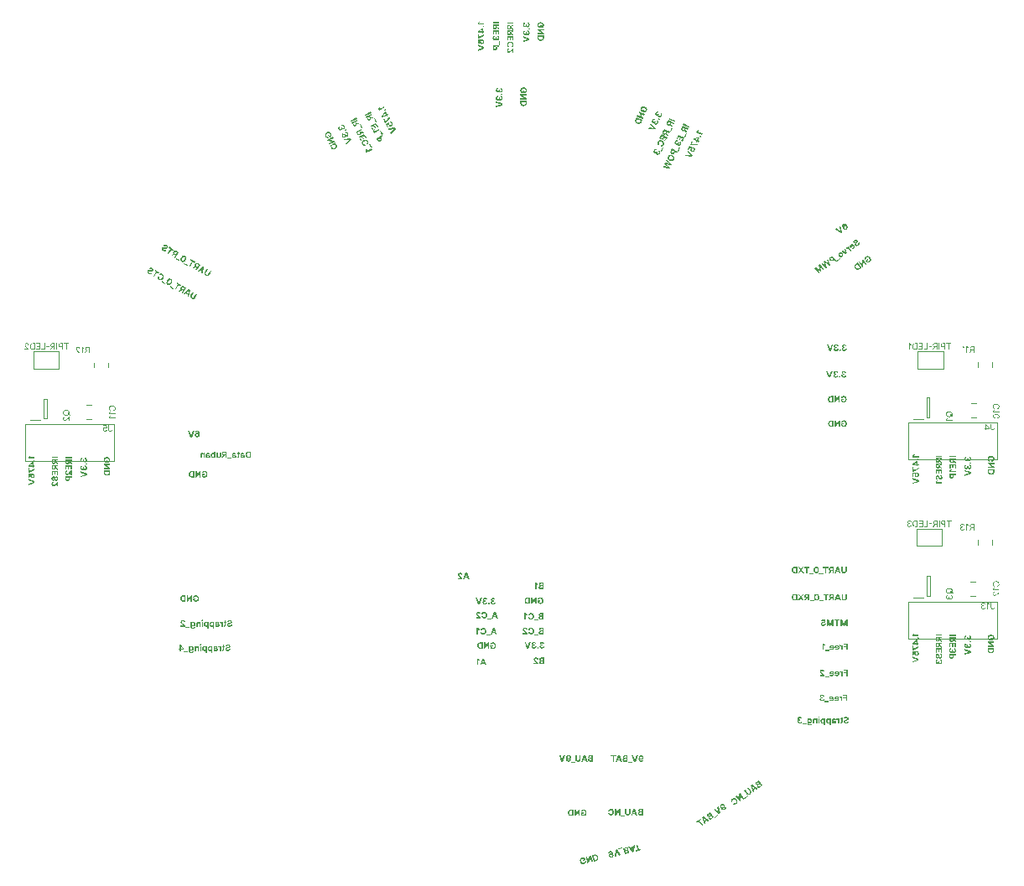
<source format=gbr>
%TF.GenerationSoftware,KiCad,Pcbnew,8.0.1*%
%TF.CreationDate,2024-04-29T04:15:04+02:00*%
%TF.ProjectId,PAMI-Power_Board,50414d49-2d50-46f7-9765-725f426f6172,rev?*%
%TF.SameCoordinates,Original*%
%TF.FileFunction,Legend,Bot*%
%TF.FilePolarity,Positive*%
%FSLAX46Y46*%
G04 Gerber Fmt 4.6, Leading zero omitted, Abs format (unit mm)*
G04 Created by KiCad (PCBNEW 8.0.1) date 2024-04-29 04:15:04*
%MOMM*%
%LPD*%
G01*
G04 APERTURE LIST*
%ADD10C,0.158750*%
%ADD11C,0.050800*%
G04 APERTURE END LIST*
D10*
G36*
X119621016Y-107189248D02*
G01*
X119629188Y-107158888D01*
X119648552Y-107133672D01*
X119653741Y-107129537D01*
X119682931Y-107115012D01*
X119714236Y-107109036D01*
X119732064Y-107108289D01*
X119763121Y-107110654D01*
X119788983Y-107117750D01*
X119815627Y-107133917D01*
X119824345Y-107143496D01*
X119836017Y-107173180D01*
X119836442Y-107180873D01*
X119828997Y-107211427D01*
X119806664Y-107233760D01*
X119778369Y-107248145D01*
X119773784Y-107249890D01*
X119742947Y-107259322D01*
X119733770Y-107261522D01*
X119675299Y-107275481D01*
X119644409Y-107283492D01*
X119613159Y-107294239D01*
X119597287Y-107300916D01*
X119568021Y-107316183D01*
X119542376Y-107334300D01*
X119535714Y-107340000D01*
X119513843Y-107363505D01*
X119497083Y-107390690D01*
X119495235Y-107394593D01*
X119484814Y-107425975D01*
X119480683Y-107458892D01*
X119480501Y-107466402D01*
X119483031Y-107498713D01*
X119491367Y-107531622D01*
X119505519Y-107561381D01*
X119510899Y-107569694D01*
X119532182Y-107595025D01*
X119558615Y-107616538D01*
X119586807Y-107632636D01*
X119597132Y-107637316D01*
X119626716Y-107647765D01*
X119659169Y-107655229D01*
X119689920Y-107659311D01*
X119722867Y-107661107D01*
X119732684Y-107661200D01*
X119766167Y-107660050D01*
X119797675Y-107656599D01*
X119831267Y-107649838D01*
X119862281Y-107640072D01*
X119869632Y-107637160D01*
X119900323Y-107621723D01*
X119926965Y-107602630D01*
X119949559Y-107579880D01*
X119960362Y-107565662D01*
X119976229Y-107537175D01*
X119987189Y-107505106D01*
X119992811Y-107473593D01*
X119994483Y-107448101D01*
X119861567Y-107448101D01*
X119855189Y-107479686D01*
X119842801Y-107502539D01*
X119818919Y-107524550D01*
X119797979Y-107535264D01*
X119768045Y-107543406D01*
X119736602Y-107546110D01*
X119734390Y-107546120D01*
X119701743Y-107543600D01*
X119673593Y-107536039D01*
X119645761Y-107520215D01*
X119633424Y-107507812D01*
X119620284Y-107478923D01*
X119619155Y-107466092D01*
X119627653Y-107435163D01*
X119632028Y-107429334D01*
X119656622Y-107410255D01*
X119669561Y-107404054D01*
X119698705Y-107393417D01*
X119729582Y-107384977D01*
X119800305Y-107367141D01*
X119834612Y-107357312D01*
X119865610Y-107345331D01*
X119893297Y-107331197D01*
X119920887Y-107312409D01*
X119930119Y-107304638D01*
X119950863Y-107281549D01*
X119967062Y-107251170D01*
X119975117Y-107220253D01*
X119977267Y-107190179D01*
X119974902Y-107158130D01*
X119966318Y-107125312D01*
X119951463Y-107095432D01*
X119945783Y-107087041D01*
X119923482Y-107061405D01*
X119899423Y-107041570D01*
X119871585Y-107024802D01*
X119858000Y-107018335D01*
X119825391Y-107006339D01*
X119794387Y-106998972D01*
X119761483Y-106994707D01*
X119731133Y-106993519D01*
X119696130Y-106995070D01*
X119663396Y-106999723D01*
X119632929Y-107007478D01*
X119604731Y-107018335D01*
X119576186Y-107033739D01*
X119548929Y-107054453D01*
X119526368Y-107078953D01*
X119520515Y-107087041D01*
X119504557Y-107115949D01*
X119494294Y-107147613D01*
X119489927Y-107178467D01*
X119489496Y-107189248D01*
X119621016Y-107189248D01*
G37*
G36*
X119134951Y-107164743D02*
G01*
X119134951Y-107266330D01*
X119428389Y-107266330D01*
X119428389Y-107164743D01*
X119134951Y-107164743D01*
G37*
G36*
X119361854Y-107047958D02*
G01*
X119226612Y-107047958D01*
X119226612Y-107502384D01*
X119221028Y-107531386D01*
X119205053Y-107545810D01*
X119181014Y-107549842D01*
X119161937Y-107548136D01*
X119147358Y-107545500D01*
X119126110Y-107646001D01*
X119154648Y-107653445D01*
X119186694Y-107658040D01*
X119199315Y-107658719D01*
X119231473Y-107658019D01*
X119263294Y-107652741D01*
X119284927Y-107645691D01*
X119313837Y-107629516D01*
X119336513Y-107607048D01*
X119341846Y-107599473D01*
X119354950Y-107571178D01*
X119361002Y-107540244D01*
X119361854Y-107520064D01*
X119361854Y-107047958D01*
G37*
G36*
X119049184Y-107652050D02*
G01*
X119049184Y-107164743D01*
X118918129Y-107164743D01*
X118918129Y-107249735D01*
X118913166Y-107249735D01*
X118900633Y-107218867D01*
X118881345Y-107192415D01*
X118868499Y-107181183D01*
X118841357Y-107166020D01*
X118811092Y-107158588D01*
X118796070Y-107157764D01*
X118774202Y-107159160D01*
X118753574Y-107162572D01*
X118753574Y-107282460D01*
X118779940Y-107277497D01*
X118810649Y-107275171D01*
X118842137Y-107279244D01*
X118863846Y-107288043D01*
X118889110Y-107308012D01*
X118900603Y-107323715D01*
X118911870Y-107353249D01*
X118914097Y-107376292D01*
X118914097Y-107652050D01*
X119049184Y-107652050D01*
G37*
G36*
X118500716Y-107158454D02*
G01*
X118531924Y-107160474D01*
X118564009Y-107165999D01*
X118596154Y-107176065D01*
X118617237Y-107185768D01*
X118645045Y-107203849D01*
X118668272Y-107226161D01*
X118681077Y-107243182D01*
X118695959Y-107271477D01*
X118705650Y-107303088D01*
X118580644Y-107313169D01*
X118573360Y-107296273D01*
X118552107Y-107273154D01*
X118524999Y-107260569D01*
X118494102Y-107257025D01*
X118468586Y-107259763D01*
X118440594Y-107273620D01*
X118428343Y-107289230D01*
X118421673Y-107320148D01*
X118421673Y-107322164D01*
X118433460Y-107345583D01*
X118441219Y-107349726D01*
X118471303Y-107357526D01*
X118476305Y-107358258D01*
X118507910Y-107362349D01*
X118539699Y-107365901D01*
X118546446Y-107366587D01*
X118577176Y-107371014D01*
X118608716Y-107377998D01*
X118639813Y-107388622D01*
X118667342Y-107403433D01*
X118689016Y-107421522D01*
X118707976Y-107447790D01*
X118710637Y-107453080D01*
X118720016Y-107482921D01*
X118722866Y-107515877D01*
X118721856Y-107536215D01*
X118715429Y-107567523D01*
X118701773Y-107596371D01*
X118694762Y-107606062D01*
X118671182Y-107629047D01*
X118644078Y-107644915D01*
X118625214Y-107652040D01*
X118594520Y-107658910D01*
X118560947Y-107661200D01*
X118528943Y-107659087D01*
X118497203Y-107651584D01*
X118476104Y-107642517D01*
X118450055Y-107624753D01*
X118436394Y-107610940D01*
X118418571Y-107584428D01*
X118414693Y-107584428D01*
X118414693Y-107652050D01*
X118286586Y-107652050D01*
X118286586Y-107426232D01*
X118420742Y-107426232D01*
X118420742Y-107477879D01*
X118422281Y-107494937D01*
X118433770Y-107523942D01*
X118443900Y-107536920D01*
X118469752Y-107556201D01*
X118491037Y-107564259D01*
X118522329Y-107567988D01*
X118544066Y-107565960D01*
X118573510Y-107553565D01*
X118584989Y-107542091D01*
X118593672Y-107511534D01*
X118593634Y-107509174D01*
X118583901Y-107479585D01*
X118581972Y-107477217D01*
X118556294Y-107459112D01*
X118545795Y-107455169D01*
X118514729Y-107448101D01*
X118489914Y-107444533D01*
X118462617Y-107439726D01*
X118438113Y-107433677D01*
X118420742Y-107426232D01*
X118286586Y-107426232D01*
X118286586Y-107323405D01*
X118286998Y-107310133D01*
X118291934Y-107278427D01*
X118303491Y-107248805D01*
X118305632Y-107244933D01*
X118324746Y-107218713D01*
X118349244Y-107197468D01*
X118356625Y-107192631D01*
X118384521Y-107178297D01*
X118415624Y-107168000D01*
X118429702Y-107164733D01*
X118461029Y-107159972D01*
X118493481Y-107158385D01*
X118500716Y-107158454D01*
G37*
G36*
X117911515Y-107158439D02*
G01*
X117944021Y-107161835D01*
X117974846Y-107172188D01*
X117995436Y-107184504D01*
X118019358Y-107206464D01*
X118029136Y-107219183D01*
X118045104Y-107246633D01*
X118051153Y-107246633D01*
X118051153Y-107164743D01*
X118184378Y-107164743D01*
X118184378Y-107834750D01*
X118049291Y-107834750D01*
X118049291Y-107574037D01*
X118045104Y-107574037D01*
X118037085Y-107589210D01*
X118018583Y-107614207D01*
X118001348Y-107630165D01*
X117973605Y-107646931D01*
X117970127Y-107648509D01*
X117938944Y-107657466D01*
X117906760Y-107659959D01*
X117899880Y-107659847D01*
X117866716Y-107655924D01*
X117835613Y-107646398D01*
X117806569Y-107631267D01*
X117795618Y-107623667D01*
X117770806Y-107600936D01*
X117751609Y-107575920D01*
X117735381Y-107546585D01*
X117732207Y-107539487D01*
X117721559Y-107509093D01*
X117714187Y-107475501D01*
X117710424Y-107443483D01*
X117709170Y-107409017D01*
X117709176Y-107408396D01*
X117847204Y-107408396D01*
X117847495Y-107421434D01*
X117850982Y-107453064D01*
X117859146Y-107483462D01*
X117872650Y-107510750D01*
X117893887Y-107534178D01*
X117917510Y-107547314D01*
X117949721Y-107552479D01*
X117976379Y-107549065D01*
X118005245Y-107534643D01*
X118025368Y-107513046D01*
X118040141Y-107484238D01*
X118044199Y-107471695D01*
X118050404Y-107439418D01*
X118052083Y-107408396D01*
X118051792Y-107395106D01*
X118048304Y-107363173D01*
X118040141Y-107333021D01*
X118027537Y-107307749D01*
X118005400Y-107283546D01*
X117981811Y-107270966D01*
X117949721Y-107266020D01*
X117922562Y-107269493D01*
X117893577Y-107284166D01*
X117873453Y-107305685D01*
X117858991Y-107334261D01*
X117855595Y-107344496D01*
X117849149Y-107375810D01*
X117847204Y-107408396D01*
X117709176Y-107408396D01*
X117709275Y-107398658D01*
X117711304Y-107364128D01*
X117715916Y-107332284D01*
X117724350Y-107299181D01*
X117736156Y-107269587D01*
X117741376Y-107259393D01*
X117758948Y-107231754D01*
X117781839Y-107206224D01*
X117808275Y-107186146D01*
X117813929Y-107182785D01*
X117843164Y-107169229D01*
X117874004Y-107161096D01*
X117906450Y-107158385D01*
X117911515Y-107158439D01*
G37*
G36*
X117349454Y-107158439D02*
G01*
X117381960Y-107161835D01*
X117412785Y-107172188D01*
X117433374Y-107184504D01*
X117457297Y-107206464D01*
X117467075Y-107219183D01*
X117483042Y-107246633D01*
X117489091Y-107246633D01*
X117489091Y-107164743D01*
X117622317Y-107164743D01*
X117622317Y-107834750D01*
X117487230Y-107834750D01*
X117487230Y-107574037D01*
X117483042Y-107574037D01*
X117475024Y-107589210D01*
X117456521Y-107614207D01*
X117439286Y-107630165D01*
X117411544Y-107646931D01*
X117408066Y-107648509D01*
X117376882Y-107657466D01*
X117344698Y-107659959D01*
X117337819Y-107659847D01*
X117304655Y-107655924D01*
X117273551Y-107646398D01*
X117244508Y-107631267D01*
X117233556Y-107623667D01*
X117208744Y-107600936D01*
X117189547Y-107575920D01*
X117173319Y-107546585D01*
X117170145Y-107539487D01*
X117159497Y-107509093D01*
X117152125Y-107475501D01*
X117148363Y-107443483D01*
X117147108Y-107409017D01*
X117147114Y-107408396D01*
X117285142Y-107408396D01*
X117285434Y-107421434D01*
X117288921Y-107453064D01*
X117297084Y-107483462D01*
X117310589Y-107510750D01*
X117331826Y-107534178D01*
X117355449Y-107547314D01*
X117387659Y-107552479D01*
X117414318Y-107549065D01*
X117443183Y-107534643D01*
X117463307Y-107513046D01*
X117478079Y-107484238D01*
X117482138Y-107471695D01*
X117488342Y-107439418D01*
X117490022Y-107408396D01*
X117489730Y-107395106D01*
X117486243Y-107363173D01*
X117478079Y-107333021D01*
X117465476Y-107307749D01*
X117443338Y-107283546D01*
X117419749Y-107270966D01*
X117387659Y-107266020D01*
X117360501Y-107269493D01*
X117331515Y-107284166D01*
X117311392Y-107305685D01*
X117296929Y-107334261D01*
X117293534Y-107344496D01*
X117287088Y-107375810D01*
X117285142Y-107408396D01*
X117147114Y-107408396D01*
X117147214Y-107398658D01*
X117149243Y-107364128D01*
X117153855Y-107332284D01*
X117162288Y-107299181D01*
X117174095Y-107269587D01*
X117179314Y-107259393D01*
X117196886Y-107231754D01*
X117219778Y-107206224D01*
X117246214Y-107186146D01*
X117251868Y-107182785D01*
X117281102Y-107169229D01*
X117311943Y-107161096D01*
X117344388Y-107158385D01*
X117349454Y-107158439D01*
G37*
G36*
X117060256Y-107652050D02*
G01*
X117060256Y-107164743D01*
X116925169Y-107164743D01*
X116925169Y-107652050D01*
X117060256Y-107652050D01*
G37*
G36*
X116992479Y-107101930D02*
G01*
X117023581Y-107095551D01*
X117043971Y-107081768D01*
X117061841Y-107054982D01*
X117065374Y-107033379D01*
X117057828Y-107003016D01*
X117043971Y-106985455D01*
X117017144Y-106969152D01*
X116992479Y-106965292D01*
X116961253Y-106971672D01*
X116940833Y-106985455D01*
X116922962Y-107012002D01*
X116919430Y-107033379D01*
X116926975Y-107064055D01*
X116940833Y-107081768D01*
X116967709Y-107098071D01*
X116992479Y-107101930D01*
G37*
G36*
X116683842Y-107370398D02*
G01*
X116683842Y-107652050D01*
X116818929Y-107652050D01*
X116818929Y-107164743D01*
X116690201Y-107164743D01*
X116690201Y-107250666D01*
X116684462Y-107250666D01*
X116669290Y-107221280D01*
X116647967Y-107196867D01*
X116630334Y-107183355D01*
X116602198Y-107169138D01*
X116570250Y-107160823D01*
X116537898Y-107158385D01*
X116504571Y-107161024D01*
X116474322Y-107168941D01*
X116449495Y-107180718D01*
X116423490Y-107200013D01*
X116402239Y-107224629D01*
X116390714Y-107243997D01*
X116378793Y-107274034D01*
X116372250Y-107304617D01*
X116369797Y-107338319D01*
X116369776Y-107341861D01*
X116369776Y-107652050D01*
X116504863Y-107652050D01*
X116504863Y-107365901D01*
X116508502Y-107332808D01*
X116521123Y-107304327D01*
X116527817Y-107295953D01*
X116553333Y-107277808D01*
X116584096Y-107270895D01*
X116591561Y-107270673D01*
X116623137Y-107275277D01*
X116639640Y-107282460D01*
X116663891Y-107303652D01*
X116672055Y-107316581D01*
X116681747Y-107346328D01*
X116683842Y-107370398D01*
G37*
G36*
X116093695Y-107158492D02*
G01*
X116125971Y-107162267D01*
X116156580Y-107171433D01*
X116185524Y-107185991D01*
X116196451Y-107193329D01*
X116221330Y-107215491D01*
X116240742Y-107240098D01*
X116257333Y-107269122D01*
X116260601Y-107276169D01*
X116271564Y-107306490D01*
X116279154Y-107340223D01*
X116283028Y-107372538D01*
X116284319Y-107407466D01*
X116284293Y-107412498D01*
X116282662Y-107446191D01*
X116278492Y-107477197D01*
X116270618Y-107509343D01*
X116257798Y-107541312D01*
X116252665Y-107550961D01*
X116235334Y-107577044D01*
X116212682Y-107600990D01*
X116186455Y-107619635D01*
X116180795Y-107622715D01*
X116151348Y-107635135D01*
X116119993Y-107642586D01*
X116086729Y-107645070D01*
X116081925Y-107645026D01*
X116050670Y-107642240D01*
X116020039Y-107633748D01*
X115999046Y-107623348D01*
X115974441Y-107604280D01*
X115964172Y-107592727D01*
X115947765Y-107565817D01*
X115942026Y-107565817D01*
X115942026Y-107654841D01*
X115942727Y-107669840D01*
X115951105Y-107702245D01*
X115970719Y-107726495D01*
X115982018Y-107733768D01*
X116012582Y-107744888D01*
X116043458Y-107747898D01*
X116062743Y-107746981D01*
X116093553Y-107740143D01*
X116099709Y-107737598D01*
X116126278Y-107719671D01*
X116127047Y-107718874D01*
X116144424Y-107692374D01*
X116269430Y-107709124D01*
X116265666Y-107723275D01*
X116252834Y-107752066D01*
X116233603Y-107778296D01*
X116216553Y-107794627D01*
X116189087Y-107813194D01*
X116159158Y-107826996D01*
X116144063Y-107832179D01*
X116111124Y-107839909D01*
X116078344Y-107843862D01*
X116046715Y-107844987D01*
X116021104Y-107844245D01*
X115988704Y-107840949D01*
X115954641Y-107834090D01*
X115923105Y-107823894D01*
X115916469Y-107821176D01*
X115886035Y-107805152D01*
X115860175Y-107785068D01*
X115838889Y-107760926D01*
X115833456Y-107752895D01*
X115819207Y-107723549D01*
X115810895Y-107690234D01*
X115808490Y-107656857D01*
X115808490Y-107406846D01*
X115941406Y-107406846D01*
X115941597Y-107417358D01*
X115944864Y-107448913D01*
X115953658Y-107480360D01*
X115966292Y-107504363D01*
X115988555Y-107527199D01*
X116011964Y-107538888D01*
X116043768Y-107543484D01*
X116070927Y-107540307D01*
X116099912Y-107526888D01*
X116118789Y-107508264D01*
X116134498Y-107479740D01*
X116137894Y-107469863D01*
X116144340Y-107439227D01*
X116146285Y-107406846D01*
X116146104Y-107396609D01*
X116143003Y-107365484D01*
X116134653Y-107333641D01*
X116121183Y-107306901D01*
X116100067Y-107284011D01*
X116074516Y-107270518D01*
X116043768Y-107266020D01*
X116017140Y-107269375D01*
X115988400Y-107283546D01*
X115968199Y-107304483D01*
X115953503Y-107332555D01*
X115950018Y-107342671D01*
X115943403Y-107373934D01*
X115941406Y-107406846D01*
X115808490Y-107406846D01*
X115808490Y-107164743D01*
X115942647Y-107164743D01*
X115942647Y-107246633D01*
X115947765Y-107246633D01*
X115955740Y-107231751D01*
X115973976Y-107206464D01*
X115992176Y-107188736D01*
X116018488Y-107172188D01*
X116025598Y-107168953D01*
X116055973Y-107160663D01*
X116087039Y-107158385D01*
X116093695Y-107158492D01*
G37*
G36*
X115301022Y-107652050D02*
G01*
X115301022Y-107754567D01*
X115727686Y-107754567D01*
X115727686Y-107652050D01*
X115301022Y-107652050D01*
G37*
G36*
X115250616Y-107652050D02*
G01*
X115250616Y-107553099D01*
X115019371Y-107338914D01*
X114996964Y-107316675D01*
X114974927Y-107293367D01*
X114969741Y-107287578D01*
X114950150Y-107262049D01*
X114939187Y-107242601D01*
X114929887Y-107212092D01*
X114928641Y-107194832D01*
X114933234Y-107163678D01*
X114941669Y-107145512D01*
X114962842Y-107122376D01*
X114977185Y-107113562D01*
X115007719Y-107103833D01*
X115028366Y-107102241D01*
X115059462Y-107106068D01*
X115080323Y-107114338D01*
X115105091Y-107134691D01*
X115114599Y-107148924D01*
X115124700Y-107178691D01*
X115126696Y-107202586D01*
X115256975Y-107202586D01*
X115254693Y-107167993D01*
X115247848Y-107136098D01*
X115236438Y-107106903D01*
X115228128Y-107091849D01*
X115207841Y-107064568D01*
X115183041Y-107041468D01*
X115156862Y-107024251D01*
X115147324Y-107019265D01*
X115116759Y-107006820D01*
X115083693Y-106998447D01*
X115052199Y-106994425D01*
X115027281Y-106993519D01*
X114993509Y-106995061D01*
X114961986Y-106999684D01*
X114929211Y-107008571D01*
X114905687Y-107018179D01*
X114878364Y-107033460D01*
X114852265Y-107053950D01*
X114830649Y-107078135D01*
X114825038Y-107086111D01*
X114809744Y-107114494D01*
X114800114Y-107145362D01*
X114796149Y-107178713D01*
X114796035Y-107185681D01*
X114798796Y-107217695D01*
X114807078Y-107249413D01*
X114810459Y-107258420D01*
X114824439Y-107286381D01*
X114842811Y-107313927D01*
X114861795Y-107337829D01*
X114884864Y-107363717D01*
X114909385Y-107389036D01*
X114933943Y-107412972D01*
X114957296Y-107434811D01*
X114965553Y-107442362D01*
X115060316Y-107535264D01*
X115060316Y-107539761D01*
X114787505Y-107539761D01*
X114787505Y-107652050D01*
X115250616Y-107652050D01*
G37*
G36*
X181592693Y-84572357D02*
G01*
X181604429Y-84543075D01*
X181611460Y-84531413D01*
X181632572Y-84507480D01*
X181640928Y-84500859D01*
X181668159Y-84485845D01*
X181680167Y-84481627D01*
X181711076Y-84475746D01*
X181728866Y-84474958D01*
X181761664Y-84477891D01*
X181791603Y-84486687D01*
X181816339Y-84499773D01*
X181842155Y-84521431D01*
X181861720Y-84546840D01*
X181874810Y-84571582D01*
X181885851Y-84603064D01*
X181892292Y-84634843D01*
X181895236Y-84665830D01*
X181895748Y-84686507D01*
X181894458Y-84719203D01*
X181889926Y-84752950D01*
X181882130Y-84783482D01*
X181875120Y-84802052D01*
X181860562Y-84829599D01*
X181840699Y-84854793D01*
X181816805Y-84874636D01*
X181789175Y-84888764D01*
X181758320Y-84897028D01*
X181727470Y-84899451D01*
X181694450Y-84897117D01*
X181662911Y-84889322D01*
X181647752Y-84882856D01*
X181621709Y-84865587D01*
X181600460Y-84841287D01*
X181597036Y-84835707D01*
X181584950Y-84806865D01*
X181579632Y-84773808D01*
X181579355Y-84763589D01*
X181551438Y-84767776D01*
X181718940Y-84767776D01*
X181718940Y-84664328D01*
X181447060Y-84664328D01*
X181447060Y-84746218D01*
X181448336Y-84777472D01*
X181453050Y-84811785D01*
X181461237Y-84843782D01*
X181472897Y-84873464D01*
X181483352Y-84893247D01*
X181503127Y-84922192D01*
X181526313Y-84947608D01*
X181552912Y-84969496D01*
X181582923Y-84987855D01*
X181611558Y-85000727D01*
X181641960Y-85010437D01*
X181674127Y-85016986D01*
X181708062Y-85020374D01*
X181728246Y-85020890D01*
X181761723Y-85019472D01*
X181793640Y-85015219D01*
X181823998Y-85008131D01*
X181857444Y-84996278D01*
X181888768Y-84980565D01*
X181917509Y-84961215D01*
X181943340Y-84938585D01*
X181966262Y-84912675D01*
X181986274Y-84883484D01*
X181996404Y-84865330D01*
X182009528Y-84836316D01*
X182019937Y-84805338D01*
X182027630Y-84772397D01*
X182032609Y-84737494D01*
X182034871Y-84700628D01*
X182035022Y-84687903D01*
X182033924Y-84654114D01*
X182030629Y-84621957D01*
X182024173Y-84587206D01*
X182014848Y-84554588D01*
X182012068Y-84546767D01*
X181999360Y-84516931D01*
X181984345Y-84489460D01*
X181964696Y-84461382D01*
X181947394Y-84441613D01*
X181922934Y-84418992D01*
X181896315Y-84399634D01*
X181867536Y-84383539D01*
X181850615Y-84376008D01*
X181818834Y-84365137D01*
X181785605Y-84357824D01*
X181750928Y-84354069D01*
X181731038Y-84353519D01*
X181697271Y-84355080D01*
X181664989Y-84359760D01*
X181634191Y-84367560D01*
X181628210Y-84369494D01*
X181596740Y-84382053D01*
X181567799Y-84397764D01*
X181543684Y-84414782D01*
X181519901Y-84436129D01*
X181499307Y-84460078D01*
X181483352Y-84484109D01*
X181469142Y-84512590D01*
X181458928Y-84543014D01*
X181453109Y-84572357D01*
X181592693Y-84572357D01*
G37*
G36*
X180803884Y-84362360D02*
G01*
X180803884Y-85012050D01*
X180922531Y-85012050D01*
X181205268Y-84603066D01*
X181209921Y-84603066D01*
X181209921Y-85012050D01*
X181347334Y-85012050D01*
X181347334Y-84362360D01*
X181226826Y-84362360D01*
X180946261Y-84770878D01*
X180940677Y-84770878D01*
X180940677Y-84362360D01*
X180803884Y-84362360D01*
G37*
G36*
X180694078Y-85012050D02*
G01*
X180463763Y-85012050D01*
X180457605Y-85012011D01*
X180421801Y-85010187D01*
X180387948Y-85005625D01*
X180356047Y-84998326D01*
X180326098Y-84988289D01*
X180293624Y-84973121D01*
X180276307Y-84962822D01*
X180248498Y-84942256D01*
X180223865Y-84918454D01*
X180202408Y-84891416D01*
X180184128Y-84861143D01*
X180177282Y-84847195D01*
X180165610Y-84817795D01*
X180156631Y-84786389D01*
X180150346Y-84752976D01*
X180146755Y-84717556D01*
X180145820Y-84686507D01*
X180282923Y-84686507D01*
X180283438Y-84708583D01*
X180286404Y-84741179D01*
X180292893Y-84773841D01*
X180304016Y-84805154D01*
X180319213Y-84831402D01*
X180340584Y-84854851D01*
X180366829Y-84872620D01*
X180372119Y-84875249D01*
X180403901Y-84886678D01*
X180436737Y-84892615D01*
X180469501Y-84894333D01*
X180556664Y-84894333D01*
X180556664Y-84480076D01*
X180469191Y-84480076D01*
X180461648Y-84480161D01*
X180429577Y-84482624D01*
X180397541Y-84489361D01*
X180366674Y-84501634D01*
X180342695Y-84517471D01*
X180320936Y-84540349D01*
X180304016Y-84568945D01*
X180295797Y-84590156D01*
X180288196Y-84621135D01*
X180284241Y-84652173D01*
X180282923Y-84686507D01*
X180145820Y-84686507D01*
X180145969Y-84673978D01*
X180148214Y-84637730D01*
X180153152Y-84603488D01*
X180160784Y-84571252D01*
X180171109Y-84541024D01*
X180184128Y-84512801D01*
X180194178Y-84495147D01*
X180214225Y-84466807D01*
X180237405Y-84441717D01*
X180263716Y-84419877D01*
X180293159Y-84401289D01*
X180297606Y-84398893D01*
X180330227Y-84384257D01*
X180360266Y-84374677D01*
X180392226Y-84367834D01*
X180426104Y-84363728D01*
X180461902Y-84362360D01*
X180694078Y-84362360D01*
X180694078Y-85012050D01*
G37*
G36*
X188672360Y-90565313D02*
G01*
X189322050Y-90565313D01*
X189322050Y-90427900D01*
X188802794Y-90427900D01*
X188802794Y-90424177D01*
X188896006Y-90275442D01*
X188774102Y-90275442D01*
X188672360Y-90436275D01*
X188672360Y-90565313D01*
G37*
G36*
X189330269Y-90763679D02*
G01*
X189323966Y-90732887D01*
X189307936Y-90709861D01*
X189281624Y-90692435D01*
X189254118Y-90687527D01*
X189223656Y-90693831D01*
X189200921Y-90709861D01*
X189183495Y-90736250D01*
X189178587Y-90763679D01*
X189185654Y-90795472D01*
X189200921Y-90816876D01*
X189226981Y-90834786D01*
X189254118Y-90839830D01*
X189284656Y-90833298D01*
X189292427Y-90829128D01*
X189315897Y-90807588D01*
X189320033Y-90801367D01*
X189329910Y-90771289D01*
X189330269Y-90763679D01*
G37*
G36*
X189207900Y-90937849D02*
G01*
X189099644Y-90937849D01*
X188672360Y-91209109D01*
X188672360Y-91302321D01*
X188822026Y-91302321D01*
X188822026Y-91247107D01*
X189092665Y-91076193D01*
X189097783Y-91076193D01*
X189097783Y-91461603D01*
X189207900Y-91461603D01*
X189207900Y-90937849D01*
G37*
G36*
X189322050Y-91249744D02*
G01*
X189174865Y-91249744D01*
X189126941Y-91252225D01*
X188672360Y-91252225D01*
X188672360Y-91381109D01*
X189322050Y-91381109D01*
X189322050Y-91249744D01*
G37*
G36*
X189322050Y-91575752D02*
G01*
X188789146Y-91845151D01*
X188784648Y-91845151D01*
X188784648Y-91531395D01*
X188672360Y-91531395D01*
X188672360Y-91987217D01*
X188786199Y-91987217D01*
X189322050Y-91717663D01*
X189322050Y-91575752D01*
G37*
G36*
X189330890Y-92307331D02*
G01*
X189329349Y-92274597D01*
X189324725Y-92243704D01*
X189315839Y-92211151D01*
X189306230Y-92187443D01*
X189290799Y-92159661D01*
X189270201Y-92132793D01*
X189245967Y-92110134D01*
X189237988Y-92104158D01*
X189209605Y-92087843D01*
X189178738Y-92077283D01*
X189145386Y-92072479D01*
X189138418Y-92072209D01*
X189138418Y-92205434D01*
X189168693Y-92212559D01*
X189195136Y-92231788D01*
X189199680Y-92237074D01*
X189215689Y-92265101D01*
X189222733Y-92297345D01*
X189223099Y-92307331D01*
X189219029Y-92339506D01*
X189208676Y-92364406D01*
X189188818Y-92389062D01*
X189168351Y-92403490D01*
X189138643Y-92414502D01*
X189108795Y-92417603D01*
X189076690Y-92413997D01*
X189048618Y-92403180D01*
X189022937Y-92383469D01*
X189007984Y-92363320D01*
X188996521Y-92334359D01*
X188993095Y-92305315D01*
X188996824Y-92273750D01*
X189004882Y-92249946D01*
X189021757Y-92222369D01*
X189036831Y-92208226D01*
X189014963Y-92086167D01*
X188672360Y-92116876D01*
X188672360Y-92514072D01*
X188784648Y-92514072D01*
X188784648Y-92230250D01*
X188947342Y-92213344D01*
X188947342Y-92217222D01*
X188924120Y-92240294D01*
X188907483Y-92268868D01*
X188897140Y-92298326D01*
X188892070Y-92330497D01*
X188891508Y-92346260D01*
X188893692Y-92378306D01*
X188901240Y-92411524D01*
X188914181Y-92442228D01*
X188919115Y-92450949D01*
X188938368Y-92477830D01*
X188961620Y-92500894D01*
X188988871Y-92520141D01*
X188994801Y-92523533D01*
X189026259Y-92537570D01*
X189056980Y-92545697D01*
X189089983Y-92549555D01*
X189105383Y-92549899D01*
X189137274Y-92548125D01*
X189170974Y-92541518D01*
X189202366Y-92530028D01*
X189222014Y-92519655D01*
X189248899Y-92500555D01*
X189272324Y-92477627D01*
X189292290Y-92450872D01*
X189301887Y-92434353D01*
X189314576Y-92405884D01*
X189323639Y-92375224D01*
X189329077Y-92342373D01*
X189330890Y-92307331D01*
G37*
G36*
X188672360Y-92763774D02*
G01*
X189166025Y-92920729D01*
X189166025Y-92926778D01*
X188672360Y-93084198D01*
X188672360Y-93236501D01*
X189322050Y-93012545D01*
X189322050Y-92835427D01*
X188672360Y-92611161D01*
X188672360Y-92763774D01*
G37*
G36*
X117072693Y-92142357D02*
G01*
X117084429Y-92113075D01*
X117091460Y-92101413D01*
X117112572Y-92077480D01*
X117120928Y-92070859D01*
X117148159Y-92055845D01*
X117160167Y-92051627D01*
X117191076Y-92045746D01*
X117208866Y-92044958D01*
X117241664Y-92047891D01*
X117271603Y-92056687D01*
X117296339Y-92069773D01*
X117322155Y-92091431D01*
X117341720Y-92116840D01*
X117354810Y-92141582D01*
X117365851Y-92173064D01*
X117372292Y-92204843D01*
X117375236Y-92235830D01*
X117375748Y-92256507D01*
X117374458Y-92289203D01*
X117369926Y-92322950D01*
X117362130Y-92353482D01*
X117355120Y-92372052D01*
X117340562Y-92399599D01*
X117320699Y-92424793D01*
X117296805Y-92444636D01*
X117269175Y-92458764D01*
X117238320Y-92467028D01*
X117207470Y-92469451D01*
X117174450Y-92467117D01*
X117142911Y-92459322D01*
X117127752Y-92452856D01*
X117101709Y-92435587D01*
X117080460Y-92411287D01*
X117077036Y-92405707D01*
X117064950Y-92376865D01*
X117059632Y-92343808D01*
X117059355Y-92333589D01*
X117031438Y-92337776D01*
X117198940Y-92337776D01*
X117198940Y-92234328D01*
X116927060Y-92234328D01*
X116927060Y-92316218D01*
X116928336Y-92347472D01*
X116933050Y-92381785D01*
X116941237Y-92413782D01*
X116952897Y-92443464D01*
X116963352Y-92463247D01*
X116983127Y-92492192D01*
X117006313Y-92517608D01*
X117032912Y-92539496D01*
X117062923Y-92557855D01*
X117091558Y-92570727D01*
X117121960Y-92580437D01*
X117154127Y-92586986D01*
X117188062Y-92590374D01*
X117208246Y-92590890D01*
X117241723Y-92589472D01*
X117273640Y-92585219D01*
X117303998Y-92578131D01*
X117337444Y-92566278D01*
X117368768Y-92550565D01*
X117397509Y-92531215D01*
X117423340Y-92508585D01*
X117446262Y-92482675D01*
X117466274Y-92453484D01*
X117476404Y-92435330D01*
X117489528Y-92406316D01*
X117499937Y-92375338D01*
X117507630Y-92342397D01*
X117512609Y-92307494D01*
X117514871Y-92270628D01*
X117515022Y-92257903D01*
X117513924Y-92224114D01*
X117510629Y-92191957D01*
X117504173Y-92157206D01*
X117494848Y-92124588D01*
X117492068Y-92116767D01*
X117479360Y-92086931D01*
X117464345Y-92059460D01*
X117444696Y-92031382D01*
X117427394Y-92011613D01*
X117402934Y-91988992D01*
X117376315Y-91969634D01*
X117347536Y-91953539D01*
X117330615Y-91946008D01*
X117298834Y-91935137D01*
X117265605Y-91927824D01*
X117230928Y-91924069D01*
X117211038Y-91923519D01*
X117177271Y-91925080D01*
X117144989Y-91929760D01*
X117114191Y-91937560D01*
X117108210Y-91939494D01*
X117076740Y-91952053D01*
X117047799Y-91967764D01*
X117023684Y-91984782D01*
X116999901Y-92006129D01*
X116979307Y-92030078D01*
X116963352Y-92054109D01*
X116949142Y-92082590D01*
X116938928Y-92113014D01*
X116933109Y-92142357D01*
X117072693Y-92142357D01*
G37*
G36*
X116283884Y-91932360D02*
G01*
X116283884Y-92582050D01*
X116402531Y-92582050D01*
X116685268Y-92173066D01*
X116689921Y-92173066D01*
X116689921Y-92582050D01*
X116827334Y-92582050D01*
X116827334Y-91932360D01*
X116706826Y-91932360D01*
X116426261Y-92340878D01*
X116420677Y-92340878D01*
X116420677Y-91932360D01*
X116283884Y-91932360D01*
G37*
G36*
X116174078Y-92582050D02*
G01*
X115943763Y-92582050D01*
X115937605Y-92582011D01*
X115901801Y-92580187D01*
X115867948Y-92575625D01*
X115836047Y-92568326D01*
X115806098Y-92558289D01*
X115773624Y-92543121D01*
X115756307Y-92532822D01*
X115728498Y-92512256D01*
X115703865Y-92488454D01*
X115682408Y-92461416D01*
X115664128Y-92431143D01*
X115657282Y-92417195D01*
X115645610Y-92387795D01*
X115636631Y-92356389D01*
X115630346Y-92322976D01*
X115626755Y-92287556D01*
X115625820Y-92256507D01*
X115762923Y-92256507D01*
X115763438Y-92278583D01*
X115766404Y-92311179D01*
X115772893Y-92343841D01*
X115784016Y-92375154D01*
X115799213Y-92401402D01*
X115820584Y-92424851D01*
X115846829Y-92442620D01*
X115852119Y-92445249D01*
X115883901Y-92456678D01*
X115916737Y-92462615D01*
X115949501Y-92464333D01*
X116036664Y-92464333D01*
X116036664Y-92050076D01*
X115949191Y-92050076D01*
X115941648Y-92050161D01*
X115909577Y-92052624D01*
X115877541Y-92059361D01*
X115846674Y-92071634D01*
X115822695Y-92087471D01*
X115800936Y-92110349D01*
X115784016Y-92138945D01*
X115775797Y-92160156D01*
X115768196Y-92191135D01*
X115764241Y-92222173D01*
X115762923Y-92256507D01*
X115625820Y-92256507D01*
X115625969Y-92243978D01*
X115628214Y-92207730D01*
X115633152Y-92173488D01*
X115640784Y-92141252D01*
X115651109Y-92111024D01*
X115664128Y-92082801D01*
X115674178Y-92065147D01*
X115694225Y-92036807D01*
X115717405Y-92011717D01*
X115743716Y-91989877D01*
X115773159Y-91971289D01*
X115777606Y-91968893D01*
X115810227Y-91954257D01*
X115840266Y-91944677D01*
X115872226Y-91937834D01*
X115906104Y-91933728D01*
X115941902Y-91932360D01*
X116174078Y-91932360D01*
X116174078Y-92582050D01*
G37*
G36*
X188662360Y-108615313D02*
G01*
X189312050Y-108615313D01*
X189312050Y-108477900D01*
X188792794Y-108477900D01*
X188792794Y-108474177D01*
X188886006Y-108325442D01*
X188764102Y-108325442D01*
X188662360Y-108486275D01*
X188662360Y-108615313D01*
G37*
G36*
X189320269Y-108813679D02*
G01*
X189313966Y-108782887D01*
X189297936Y-108759861D01*
X189271624Y-108742435D01*
X189244118Y-108737527D01*
X189213656Y-108743831D01*
X189190921Y-108759861D01*
X189173495Y-108786250D01*
X189168587Y-108813679D01*
X189175654Y-108845472D01*
X189190921Y-108866876D01*
X189216981Y-108884786D01*
X189244118Y-108889830D01*
X189274656Y-108883298D01*
X189282427Y-108879128D01*
X189305897Y-108857588D01*
X189310033Y-108851367D01*
X189319910Y-108821289D01*
X189320269Y-108813679D01*
G37*
G36*
X189197900Y-108987849D02*
G01*
X189089644Y-108987849D01*
X188662360Y-109259109D01*
X188662360Y-109352321D01*
X188812026Y-109352321D01*
X188812026Y-109297107D01*
X189082665Y-109126193D01*
X189087783Y-109126193D01*
X189087783Y-109511603D01*
X189197900Y-109511603D01*
X189197900Y-108987849D01*
G37*
G36*
X189312050Y-109299744D02*
G01*
X189164865Y-109299744D01*
X189116941Y-109302225D01*
X188662360Y-109302225D01*
X188662360Y-109431109D01*
X189312050Y-109431109D01*
X189312050Y-109299744D01*
G37*
G36*
X189312050Y-109625752D02*
G01*
X188779146Y-109895151D01*
X188774648Y-109895151D01*
X188774648Y-109581395D01*
X188662360Y-109581395D01*
X188662360Y-110037217D01*
X188776199Y-110037217D01*
X189312050Y-109767663D01*
X189312050Y-109625752D01*
G37*
G36*
X189320890Y-110357331D02*
G01*
X189319349Y-110324597D01*
X189314725Y-110293704D01*
X189305839Y-110261151D01*
X189296230Y-110237443D01*
X189280799Y-110209661D01*
X189260201Y-110182793D01*
X189235967Y-110160134D01*
X189227988Y-110154158D01*
X189199605Y-110137843D01*
X189168738Y-110127283D01*
X189135386Y-110122479D01*
X189128418Y-110122209D01*
X189128418Y-110255434D01*
X189158693Y-110262559D01*
X189185136Y-110281788D01*
X189189680Y-110287074D01*
X189205689Y-110315101D01*
X189212733Y-110347345D01*
X189213099Y-110357331D01*
X189209029Y-110389506D01*
X189198676Y-110414406D01*
X189178818Y-110439062D01*
X189158351Y-110453490D01*
X189128643Y-110464502D01*
X189098795Y-110467603D01*
X189066690Y-110463997D01*
X189038618Y-110453180D01*
X189012937Y-110433469D01*
X188997984Y-110413320D01*
X188986521Y-110384359D01*
X188983095Y-110355315D01*
X188986824Y-110323750D01*
X188994882Y-110299946D01*
X189011757Y-110272369D01*
X189026831Y-110258226D01*
X189004963Y-110136167D01*
X188662360Y-110166876D01*
X188662360Y-110564072D01*
X188774648Y-110564072D01*
X188774648Y-110280250D01*
X188937342Y-110263344D01*
X188937342Y-110267222D01*
X188914120Y-110290294D01*
X188897483Y-110318868D01*
X188887140Y-110348326D01*
X188882070Y-110380497D01*
X188881508Y-110396260D01*
X188883692Y-110428306D01*
X188891240Y-110461524D01*
X188904181Y-110492228D01*
X188909115Y-110500949D01*
X188928368Y-110527830D01*
X188951620Y-110550894D01*
X188978871Y-110570141D01*
X188984801Y-110573533D01*
X189016259Y-110587570D01*
X189046980Y-110595697D01*
X189079983Y-110599555D01*
X189095383Y-110599899D01*
X189127274Y-110598125D01*
X189160974Y-110591518D01*
X189192366Y-110580028D01*
X189212014Y-110569655D01*
X189238899Y-110550555D01*
X189262324Y-110527627D01*
X189282290Y-110500872D01*
X189291887Y-110484353D01*
X189304576Y-110455884D01*
X189313639Y-110425224D01*
X189319077Y-110392373D01*
X189320890Y-110357331D01*
G37*
G36*
X188662360Y-110813774D02*
G01*
X189156025Y-110970729D01*
X189156025Y-110976778D01*
X188662360Y-111134198D01*
X188662360Y-111286501D01*
X189312050Y-111062545D01*
X189312050Y-110885427D01*
X188662360Y-110661161D01*
X188662360Y-110813774D01*
G37*
G36*
X144782360Y-46825313D02*
G01*
X145432050Y-46825313D01*
X145432050Y-46687900D01*
X144912794Y-46687900D01*
X144912794Y-46684177D01*
X145006006Y-46535442D01*
X144884102Y-46535442D01*
X144782360Y-46696275D01*
X144782360Y-46825313D01*
G37*
G36*
X145440269Y-47023679D02*
G01*
X145433966Y-46992887D01*
X145417936Y-46969861D01*
X145391624Y-46952435D01*
X145364118Y-46947527D01*
X145333656Y-46953831D01*
X145310921Y-46969861D01*
X145293495Y-46996250D01*
X145288587Y-47023679D01*
X145295654Y-47055472D01*
X145310921Y-47076876D01*
X145336981Y-47094786D01*
X145364118Y-47099830D01*
X145394656Y-47093298D01*
X145402427Y-47089128D01*
X145425897Y-47067588D01*
X145430033Y-47061367D01*
X145439910Y-47031289D01*
X145440269Y-47023679D01*
G37*
G36*
X145317900Y-47197849D02*
G01*
X145209644Y-47197849D01*
X144782360Y-47469109D01*
X144782360Y-47562321D01*
X144932026Y-47562321D01*
X144932026Y-47507107D01*
X145202665Y-47336193D01*
X145207783Y-47336193D01*
X145207783Y-47721603D01*
X145317900Y-47721603D01*
X145317900Y-47197849D01*
G37*
G36*
X145432050Y-47509744D02*
G01*
X145284865Y-47509744D01*
X145236941Y-47512225D01*
X144782360Y-47512225D01*
X144782360Y-47641109D01*
X145432050Y-47641109D01*
X145432050Y-47509744D01*
G37*
G36*
X145432050Y-47835752D02*
G01*
X144899146Y-48105151D01*
X144894648Y-48105151D01*
X144894648Y-47791395D01*
X144782360Y-47791395D01*
X144782360Y-48247217D01*
X144896199Y-48247217D01*
X145432050Y-47977663D01*
X145432050Y-47835752D01*
G37*
G36*
X145440890Y-48567331D02*
G01*
X145439349Y-48534597D01*
X145434725Y-48503704D01*
X145425839Y-48471151D01*
X145416230Y-48447443D01*
X145400799Y-48419661D01*
X145380201Y-48392793D01*
X145355967Y-48370134D01*
X145347988Y-48364158D01*
X145319605Y-48347843D01*
X145288738Y-48337283D01*
X145255386Y-48332479D01*
X145248418Y-48332209D01*
X145248418Y-48465434D01*
X145278693Y-48472559D01*
X145305136Y-48491788D01*
X145309680Y-48497074D01*
X145325689Y-48525101D01*
X145332733Y-48557345D01*
X145333099Y-48567331D01*
X145329029Y-48599506D01*
X145318676Y-48624406D01*
X145298818Y-48649062D01*
X145278351Y-48663490D01*
X145248643Y-48674502D01*
X145218795Y-48677603D01*
X145186690Y-48673997D01*
X145158618Y-48663180D01*
X145132937Y-48643469D01*
X145117984Y-48623320D01*
X145106521Y-48594359D01*
X145103095Y-48565315D01*
X145106824Y-48533750D01*
X145114882Y-48509946D01*
X145131757Y-48482369D01*
X145146831Y-48468226D01*
X145124963Y-48346167D01*
X144782360Y-48376876D01*
X144782360Y-48774072D01*
X144894648Y-48774072D01*
X144894648Y-48490250D01*
X145057342Y-48473344D01*
X145057342Y-48477222D01*
X145034120Y-48500294D01*
X145017483Y-48528868D01*
X145007140Y-48558326D01*
X145002070Y-48590497D01*
X145001508Y-48606260D01*
X145003692Y-48638306D01*
X145011240Y-48671524D01*
X145024181Y-48702228D01*
X145029115Y-48710949D01*
X145048368Y-48737830D01*
X145071620Y-48760894D01*
X145098871Y-48780141D01*
X145104801Y-48783533D01*
X145136259Y-48797570D01*
X145166980Y-48805697D01*
X145199983Y-48809555D01*
X145215383Y-48809899D01*
X145247274Y-48808125D01*
X145280974Y-48801518D01*
X145312366Y-48790028D01*
X145332014Y-48779655D01*
X145358899Y-48760555D01*
X145382324Y-48737627D01*
X145402290Y-48710872D01*
X145411887Y-48694353D01*
X145424576Y-48665884D01*
X145433639Y-48635224D01*
X145439077Y-48602373D01*
X145440890Y-48567331D01*
G37*
G36*
X144782360Y-49023774D02*
G01*
X145276025Y-49180729D01*
X145276025Y-49186778D01*
X144782360Y-49344198D01*
X144782360Y-49496501D01*
X145432050Y-49272545D01*
X145432050Y-49095427D01*
X144782360Y-48871161D01*
X144782360Y-49023774D01*
G37*
G36*
X143791567Y-102872050D02*
G01*
X143938752Y-102872050D01*
X143714485Y-102222360D01*
X143537368Y-102222360D01*
X143313412Y-102872050D01*
X143460596Y-102872050D01*
X143623445Y-102370785D01*
X143628408Y-102370785D01*
X143791567Y-102872050D01*
G37*
G36*
X143800718Y-102616609D02*
G01*
X143452997Y-102616609D01*
X143452997Y-102723935D01*
X143800718Y-102723935D01*
X143800718Y-102616609D01*
G37*
G36*
X143242844Y-102872050D02*
G01*
X143242844Y-102773099D01*
X143011598Y-102558914D01*
X142989192Y-102536675D01*
X142967154Y-102513367D01*
X142961968Y-102507578D01*
X142942377Y-102482049D01*
X142931415Y-102462601D01*
X142922115Y-102432092D01*
X142920868Y-102414832D01*
X142925461Y-102383678D01*
X142933896Y-102365512D01*
X142955070Y-102342376D01*
X142969413Y-102333562D01*
X142999947Y-102323833D01*
X143020594Y-102322241D01*
X143051690Y-102326068D01*
X143072550Y-102334338D01*
X143097318Y-102354691D01*
X143106826Y-102368924D01*
X143116927Y-102398691D01*
X143118924Y-102422586D01*
X143249203Y-102422586D01*
X143246921Y-102387993D01*
X143240075Y-102356098D01*
X143228666Y-102326903D01*
X143220355Y-102311849D01*
X143200069Y-102284568D01*
X143175269Y-102261468D01*
X143149090Y-102244251D01*
X143139551Y-102239265D01*
X143108987Y-102226820D01*
X143075920Y-102218447D01*
X143044426Y-102214425D01*
X143019508Y-102213519D01*
X142985736Y-102215061D01*
X142954214Y-102219684D01*
X142921438Y-102228571D01*
X142897914Y-102238179D01*
X142870592Y-102253460D01*
X142844492Y-102273950D01*
X142822876Y-102298135D01*
X142817265Y-102306111D01*
X142801971Y-102334494D01*
X142792341Y-102365362D01*
X142788376Y-102398713D01*
X142788263Y-102405681D01*
X142791024Y-102437695D01*
X142799306Y-102469413D01*
X142802687Y-102478420D01*
X142816667Y-102506381D01*
X142835038Y-102533927D01*
X142854023Y-102557829D01*
X142877091Y-102583717D01*
X142901613Y-102609036D01*
X142926171Y-102632972D01*
X142949524Y-102654811D01*
X142957781Y-102662362D01*
X143052543Y-102755264D01*
X143052543Y-102759761D01*
X142779733Y-102759761D01*
X142779733Y-102872050D01*
X143242844Y-102872050D01*
G37*
G36*
X145521567Y-111532050D02*
G01*
X145668752Y-111532050D01*
X145444485Y-110882360D01*
X145267368Y-110882360D01*
X145043412Y-111532050D01*
X145190596Y-111532050D01*
X145353445Y-111030785D01*
X145358408Y-111030785D01*
X145521567Y-111532050D01*
G37*
G36*
X145530718Y-111276609D02*
G01*
X145182997Y-111276609D01*
X145182997Y-111383935D01*
X145530718Y-111383935D01*
X145530718Y-111276609D01*
G37*
G36*
X144720040Y-110882360D02*
G01*
X144720040Y-111532050D01*
X144857454Y-111532050D01*
X144857454Y-111012794D01*
X144861176Y-111012794D01*
X145009911Y-111106006D01*
X145009911Y-110984102D01*
X144849079Y-110882360D01*
X144720040Y-110882360D01*
G37*
G36*
X161463545Y-126702050D02*
G01*
X161185927Y-126702050D01*
X161159404Y-126701226D01*
X161126567Y-126697567D01*
X161093079Y-126689951D01*
X161063247Y-126678630D01*
X161034427Y-126662261D01*
X161008254Y-126640475D01*
X160987871Y-126614731D01*
X160973302Y-126585564D01*
X160964780Y-126553721D01*
X160962281Y-126522450D01*
X160962933Y-126508802D01*
X161104037Y-126508802D01*
X161104063Y-126511095D01*
X161110628Y-126541992D01*
X161130403Y-126567738D01*
X161149911Y-126579352D01*
X161181317Y-126587611D01*
X161214154Y-126589761D01*
X161326132Y-126589761D01*
X161326132Y-126417141D01*
X161211052Y-126417141D01*
X161183898Y-126419398D01*
X161154132Y-126428929D01*
X161138906Y-126438077D01*
X161117065Y-126461343D01*
X161109126Y-126477614D01*
X161104037Y-126508802D01*
X160962933Y-126508802D01*
X160963253Y-126502114D01*
X160969443Y-126470188D01*
X160982598Y-126439785D01*
X160989246Y-126429307D01*
X161009332Y-126405609D01*
X161035485Y-126385812D01*
X161043664Y-126381244D01*
X161073473Y-126369646D01*
X161105122Y-126364875D01*
X161105122Y-126358516D01*
X161103007Y-126358030D01*
X161073018Y-126348241D01*
X161044636Y-126332615D01*
X161020945Y-126311716D01*
X161002915Y-126285622D01*
X161000199Y-126280160D01*
X160990625Y-126250398D01*
X160989824Y-126241730D01*
X161126370Y-126241730D01*
X161127628Y-126257109D01*
X161139243Y-126285932D01*
X161148116Y-126296567D01*
X161174139Y-126314314D01*
X161193057Y-126320741D01*
X161224390Y-126324240D01*
X161326132Y-126324240D01*
X161326132Y-126163407D01*
X161221753Y-126163407D01*
X161210679Y-126163744D01*
X161179171Y-126169492D01*
X161151341Y-126184965D01*
X161132613Y-126209936D01*
X161126370Y-126241730D01*
X160989824Y-126241730D01*
X160987716Y-126218931D01*
X160989228Y-126195211D01*
X160997167Y-126162285D01*
X161011911Y-126132544D01*
X161031260Y-126108576D01*
X161056254Y-126088493D01*
X161083875Y-126073608D01*
X161105924Y-126065329D01*
X161137654Y-126057672D01*
X161169050Y-126053688D01*
X161203452Y-126052360D01*
X161463545Y-126052360D01*
X161463545Y-126702050D01*
G37*
G36*
X160764070Y-126702050D02*
G01*
X160911255Y-126702050D01*
X160686989Y-126052360D01*
X160509871Y-126052360D01*
X160285915Y-126702050D01*
X160433099Y-126702050D01*
X160595948Y-126200785D01*
X160600911Y-126200785D01*
X160764070Y-126702050D01*
G37*
G36*
X160773221Y-126446609D02*
G01*
X160425500Y-126446609D01*
X160425500Y-126553935D01*
X160773221Y-126553935D01*
X160773221Y-126446609D01*
G37*
G36*
X159810241Y-126052360D02*
G01*
X159672983Y-126052360D01*
X159672983Y-126474216D01*
X159675096Y-126508695D01*
X159681435Y-126540945D01*
X159692001Y-126570966D01*
X159706793Y-126598757D01*
X159725307Y-126623882D01*
X159747195Y-126646060D01*
X159772456Y-126665292D01*
X159801090Y-126681577D01*
X159832652Y-126694537D01*
X159866695Y-126703794D01*
X159898519Y-126708857D01*
X159932242Y-126711084D01*
X159942226Y-126711200D01*
X159976674Y-126709783D01*
X160009177Y-126705530D01*
X160039735Y-126698442D01*
X160072278Y-126686871D01*
X160083827Y-126681577D01*
X160112394Y-126665292D01*
X160137606Y-126646060D01*
X160159465Y-126623882D01*
X160177969Y-126598757D01*
X160192694Y-126570966D01*
X160203211Y-126540945D01*
X160209521Y-126508695D01*
X160211625Y-126474216D01*
X160211625Y-126052360D01*
X160074211Y-126052360D01*
X160074211Y-126462584D01*
X160070633Y-126495529D01*
X160059898Y-126524861D01*
X160057926Y-126528499D01*
X160038268Y-126554283D01*
X160011863Y-126573942D01*
X159981654Y-126585742D01*
X159949585Y-126590237D01*
X159942226Y-126590382D01*
X159909309Y-126587235D01*
X159878388Y-126576880D01*
X159872744Y-126573942D01*
X159846339Y-126554283D01*
X159826681Y-126528499D01*
X159814881Y-126499648D01*
X159810305Y-126467185D01*
X159810241Y-126462584D01*
X159810241Y-126052360D01*
G37*
G36*
X159239029Y-126702050D02*
G01*
X159239029Y-126804567D01*
X159665693Y-126804567D01*
X159665693Y-126702050D01*
X159239029Y-126702050D01*
G37*
G36*
X158641451Y-126052360D02*
G01*
X158641451Y-126702050D01*
X158760098Y-126702050D01*
X159042835Y-126293066D01*
X159047488Y-126293066D01*
X159047488Y-126702050D01*
X159184901Y-126702050D01*
X159184901Y-126052360D01*
X159064393Y-126052360D01*
X158783827Y-126460878D01*
X158778244Y-126460878D01*
X158778244Y-126052360D01*
X158641451Y-126052360D01*
G37*
G36*
X157958416Y-126279728D02*
G01*
X158097381Y-126279728D01*
X158105184Y-126248430D01*
X158112890Y-126231804D01*
X158132249Y-126205733D01*
X158143133Y-126195822D01*
X158169625Y-126179149D01*
X158185474Y-126172868D01*
X158216905Y-126166071D01*
X158237275Y-126164958D01*
X158270408Y-126167909D01*
X158300499Y-126176761D01*
X158325214Y-126189928D01*
X158350892Y-126211724D01*
X158370291Y-126237298D01*
X158383219Y-126262202D01*
X158394097Y-126293818D01*
X158400442Y-126325613D01*
X158403343Y-126356532D01*
X158403847Y-126377127D01*
X158402548Y-126410482D01*
X158397981Y-126444693D01*
X158390127Y-126475394D01*
X158383064Y-126493913D01*
X158366815Y-126523704D01*
X158346644Y-126548033D01*
X158324904Y-126565412D01*
X158295118Y-126580061D01*
X158264941Y-126587550D01*
X158238206Y-126589451D01*
X158206845Y-126586881D01*
X158187025Y-126582162D01*
X158158218Y-126569655D01*
X158144994Y-126560759D01*
X158122549Y-126538420D01*
X158114286Y-126526328D01*
X158101477Y-126497190D01*
X158097381Y-126479955D01*
X157958416Y-126480575D01*
X157964734Y-126513712D01*
X157974472Y-126543244D01*
X157985247Y-126566807D01*
X158001685Y-126594232D01*
X158021567Y-126619568D01*
X158042632Y-126640787D01*
X158068983Y-126661478D01*
X158095736Y-126677521D01*
X158125156Y-126690928D01*
X158128244Y-126692123D01*
X158160520Y-126702020D01*
X158191718Y-126707793D01*
X158224953Y-126710597D01*
X158240377Y-126710890D01*
X158272351Y-126709510D01*
X158308000Y-126704414D01*
X158341867Y-126695562D01*
X158373953Y-126682955D01*
X158395782Y-126671651D01*
X158424264Y-126652739D01*
X158450001Y-126630472D01*
X158472992Y-126604851D01*
X158493237Y-126575876D01*
X158503572Y-126557812D01*
X158517013Y-126528730D01*
X158527672Y-126497434D01*
X158535551Y-126463925D01*
X158540649Y-126428202D01*
X158542774Y-126396741D01*
X158543121Y-126377127D01*
X158542144Y-126344704D01*
X158538393Y-126307844D01*
X158531828Y-126273221D01*
X158522450Y-126240833D01*
X158510258Y-126210680D01*
X158503107Y-126196442D01*
X158487098Y-126169716D01*
X158465886Y-126141691D01*
X158441942Y-126117066D01*
X158415267Y-126095839D01*
X158394541Y-126082758D01*
X158363733Y-126067469D01*
X158331293Y-126055935D01*
X158297220Y-126048156D01*
X158261514Y-126044133D01*
X158240377Y-126043519D01*
X158209260Y-126044771D01*
X158176181Y-126049097D01*
X158144678Y-126056512D01*
X158135534Y-126059339D01*
X158106366Y-126070650D01*
X158076765Y-126086381D01*
X158049767Y-126105557D01*
X158025612Y-126127944D01*
X158004757Y-126153519D01*
X157988659Y-126179537D01*
X157975576Y-126208114D01*
X157965795Y-126239176D01*
X157959316Y-126272721D01*
X157958416Y-126279728D01*
G37*
G36*
X132014024Y-56636374D02*
G01*
X132597961Y-56351569D01*
X132537723Y-56228062D01*
X131953785Y-56512868D01*
X132014024Y-56636374D01*
G37*
G36*
X132647049Y-56452214D02*
G01*
X132063111Y-56737019D01*
X132175497Y-56967444D01*
X132190275Y-56994881D01*
X132208824Y-57022637D01*
X132229146Y-57046552D01*
X132254126Y-57068866D01*
X132280871Y-57086348D01*
X132312189Y-57099869D01*
X132345195Y-57107174D01*
X132355426Y-57108154D01*
X132386573Y-57107726D01*
X132418177Y-57102244D01*
X132450237Y-57091708D01*
X132468244Y-57083671D01*
X132495586Y-57068395D01*
X132522058Y-57048658D01*
X132543992Y-57026221D01*
X132556094Y-57009763D01*
X132571534Y-56980107D01*
X132581052Y-56947913D01*
X132584554Y-56916769D01*
X132584655Y-56905930D01*
X132581598Y-56872468D01*
X132574645Y-56841512D01*
X132563706Y-56809416D01*
X132550865Y-56780396D01*
X132475669Y-56626222D01*
X132376418Y-56674630D01*
X132441891Y-56808870D01*
X132454028Y-56838428D01*
X132460772Y-56870492D01*
X132460896Y-56872248D01*
X132457444Y-56903186D01*
X132448827Y-56921446D01*
X132427188Y-56943959D01*
X132406239Y-56956540D01*
X132376396Y-56967053D01*
X132351667Y-56968834D01*
X132321049Y-56960068D01*
X132304145Y-56948528D01*
X132282163Y-56924162D01*
X132265955Y-56896736D01*
X132264863Y-56894522D01*
X132224274Y-56811302D01*
X132707287Y-56575720D01*
X132647049Y-56452214D01*
G37*
G36*
X132535147Y-56897118D02*
G01*
X132871684Y-56912784D01*
X132805191Y-56776453D01*
X132470218Y-56763994D01*
X132535147Y-56897118D01*
G37*
G36*
X133064704Y-57308534D02*
G01*
X133156846Y-57263594D01*
X132969809Y-56880111D01*
X132877667Y-56925051D01*
X133064704Y-57308534D01*
G37*
G36*
X133088432Y-57357184D02*
G01*
X132504495Y-57641989D01*
X132616880Y-57872414D01*
X132631658Y-57899851D01*
X132650208Y-57927607D01*
X132670530Y-57951522D01*
X132695510Y-57973836D01*
X132722254Y-57991318D01*
X132753573Y-58004839D01*
X132786579Y-58012144D01*
X132796809Y-58013124D01*
X132827957Y-58012696D01*
X132859561Y-58007215D01*
X132891620Y-57996679D01*
X132909628Y-57988641D01*
X132936969Y-57973365D01*
X132963442Y-57953628D01*
X132985376Y-57931192D01*
X132997477Y-57914734D01*
X133012917Y-57885077D01*
X133022435Y-57852883D01*
X133025937Y-57821739D01*
X133026039Y-57810901D01*
X133022981Y-57777438D01*
X133016028Y-57746482D01*
X133005089Y-57714386D01*
X132992248Y-57685366D01*
X132917053Y-57531192D01*
X132817801Y-57579600D01*
X132883275Y-57713840D01*
X132895412Y-57743398D01*
X132902156Y-57775462D01*
X132902279Y-57777218D01*
X132898828Y-57808156D01*
X132890211Y-57826416D01*
X132868571Y-57848929D01*
X132847622Y-57861510D01*
X132817780Y-57872023D01*
X132793050Y-57873805D01*
X132762433Y-57865038D01*
X132745528Y-57853498D01*
X132723546Y-57829132D01*
X132707339Y-57801706D01*
X132706246Y-57799492D01*
X132665657Y-57716272D01*
X133148670Y-57480691D01*
X133088432Y-57357184D01*
G37*
G36*
X132976531Y-57802089D02*
G01*
X133313067Y-57817754D01*
X133246574Y-57681423D01*
X132911601Y-57668964D01*
X132976531Y-57802089D01*
G37*
G36*
X133344070Y-57881320D02*
G01*
X132760133Y-58166125D01*
X132952065Y-58559645D01*
X133053826Y-58510013D01*
X132922131Y-58240000D01*
X133061250Y-58172147D01*
X133183086Y-58421947D01*
X133284986Y-58372248D01*
X133163150Y-58122447D01*
X133302548Y-58054458D01*
X133434786Y-58325587D01*
X133536546Y-58275955D01*
X133344070Y-57881320D01*
G37*
G36*
X133454282Y-59070675D02*
G01*
X133393364Y-58945774D01*
X133361813Y-58952481D01*
X133343491Y-58952843D01*
X133311572Y-58946871D01*
X133297893Y-58941434D01*
X133271294Y-58924932D01*
X133258701Y-58913441D01*
X133238813Y-58888171D01*
X133228883Y-58870349D01*
X133217011Y-58839276D01*
X133211776Y-58808351D01*
X133212777Y-58780365D01*
X133221110Y-58747731D01*
X133235591Y-58719084D01*
X133252308Y-58696547D01*
X133275956Y-58672911D01*
X133301751Y-58653270D01*
X133328270Y-58637108D01*
X133346559Y-58627627D01*
X133377108Y-58614173D01*
X133409858Y-58603280D01*
X133440896Y-58596881D01*
X133460636Y-58595111D01*
X133494535Y-58596656D01*
X133525245Y-58604120D01*
X133550395Y-58616042D01*
X133576618Y-58636392D01*
X133596578Y-58660232D01*
X133610007Y-58683428D01*
X133621445Y-58712742D01*
X133625892Y-58732624D01*
X133627279Y-58763998D01*
X133625080Y-58779783D01*
X133614841Y-58809749D01*
X133607595Y-58822478D01*
X133587021Y-58846763D01*
X133573326Y-58858001D01*
X133634802Y-58982629D01*
X133661815Y-58962425D01*
X133684090Y-58940726D01*
X133700545Y-58920712D01*
X133717988Y-58893916D01*
X133732044Y-58864939D01*
X133741882Y-58836704D01*
X133748927Y-58803950D01*
X133751618Y-58772871D01*
X133750772Y-58740552D01*
X133750492Y-58737252D01*
X133745238Y-58703904D01*
X133736751Y-58673333D01*
X133724702Y-58642233D01*
X133718204Y-58628241D01*
X133702947Y-58600108D01*
X133682739Y-58570301D01*
X133659937Y-58543741D01*
X133634540Y-58520429D01*
X133614811Y-58505765D01*
X133585327Y-58488456D01*
X133554032Y-58475085D01*
X133520925Y-58465652D01*
X133486007Y-58460159D01*
X133465241Y-58458788D01*
X133433210Y-58459456D01*
X133400409Y-58463594D01*
X133366837Y-58471202D01*
X133332494Y-58482280D01*
X133303287Y-58494162D01*
X133285505Y-58502448D01*
X133256792Y-58517540D01*
X133225307Y-58537070D01*
X133197066Y-58558148D01*
X133172067Y-58580775D01*
X133150310Y-58604951D01*
X133140648Y-58617620D01*
X133123644Y-58643724D01*
X133107755Y-58675076D01*
X133096118Y-58707391D01*
X133088733Y-58740672D01*
X133086062Y-58765034D01*
X133085825Y-58799426D01*
X133089679Y-58833640D01*
X133097624Y-58867675D01*
X133109661Y-58901531D01*
X133118375Y-58920797D01*
X133133141Y-58948216D01*
X133151529Y-58976051D01*
X133172005Y-59001115D01*
X133178554Y-59008095D01*
X133201507Y-59029352D01*
X133228622Y-59049061D01*
X133257692Y-59064921D01*
X133288402Y-59076817D01*
X133320532Y-59084350D01*
X133350973Y-59087413D01*
X133382393Y-59086644D01*
X133414599Y-59081819D01*
X133447589Y-59072938D01*
X133454282Y-59070675D01*
G37*
G36*
X134021987Y-59271255D02*
G01*
X134114129Y-59226314D01*
X133927091Y-58842831D01*
X133834949Y-58887772D01*
X134021987Y-59271255D01*
G37*
G36*
X133541868Y-59768920D02*
G01*
X134125806Y-59484115D01*
X134065568Y-59360609D01*
X133598864Y-59588235D01*
X133597232Y-59584890D01*
X133615809Y-59410346D01*
X133506242Y-59463785D01*
X133485302Y-59652941D01*
X133541868Y-59768920D01*
G37*
G36*
X116478122Y-87853888D02*
G01*
X116510297Y-87857410D01*
X116540608Y-87864662D01*
X116572099Y-87877094D01*
X116581080Y-87881703D01*
X116609264Y-87899806D01*
X116634751Y-87922119D01*
X116655385Y-87945801D01*
X116669812Y-87966421D01*
X116686094Y-87995702D01*
X116698424Y-88024346D01*
X116708737Y-88055452D01*
X116712038Y-88067702D01*
X116719282Y-88101862D01*
X116723759Y-88133532D01*
X116726500Y-88166866D01*
X116727504Y-88201861D01*
X116727169Y-88223683D01*
X116725414Y-88254790D01*
X116721463Y-88288614D01*
X116715464Y-88319781D01*
X116706101Y-88352147D01*
X116700510Y-88367085D01*
X116686177Y-88397930D01*
X116669414Y-88424947D01*
X116647940Y-88450477D01*
X116623946Y-88471645D01*
X116595418Y-88490311D01*
X116564655Y-88504140D01*
X116535226Y-88512840D01*
X116502050Y-88518771D01*
X116468031Y-88520890D01*
X116432931Y-88519213D01*
X116400061Y-88513872D01*
X116369420Y-88504867D01*
X116341009Y-88492197D01*
X116324491Y-88482589D01*
X116297735Y-88462545D01*
X116274807Y-88438969D01*
X116255707Y-88411859D01*
X116245271Y-88392042D01*
X116233665Y-88360416D01*
X116226918Y-88326508D01*
X116225221Y-88298175D01*
X116358224Y-88298175D01*
X116361360Y-88327166D01*
X116372493Y-88356645D01*
X116387056Y-88377290D01*
X116411887Y-88397900D01*
X116436796Y-88408810D01*
X116468651Y-88413099D01*
X116495059Y-88410131D01*
X116525261Y-88397590D01*
X116545015Y-88381924D01*
X116564655Y-88356025D01*
X116575008Y-88330405D01*
X116579079Y-88298485D01*
X116578404Y-88285520D01*
X116570548Y-88254283D01*
X116565160Y-88242985D01*
X116546819Y-88217681D01*
X116538977Y-88210207D01*
X116511613Y-88193021D01*
X116498663Y-88188277D01*
X116467721Y-88184025D01*
X116441266Y-88186934D01*
X116411267Y-88199224D01*
X116391602Y-88214542D01*
X116372338Y-88240169D01*
X116362208Y-88265737D01*
X116358224Y-88298175D01*
X116225221Y-88298175D01*
X116224998Y-88294452D01*
X116225406Y-88279430D01*
X116229299Y-88247207D01*
X116237314Y-88217168D01*
X116251054Y-88186352D01*
X116254367Y-88180517D01*
X116273184Y-88153709D01*
X116295758Y-88130839D01*
X116322087Y-88111906D01*
X116330634Y-88107056D01*
X116360756Y-88094333D01*
X116393392Y-88086912D01*
X116424915Y-88084765D01*
X116429341Y-88084808D01*
X116461644Y-88087873D01*
X116492381Y-88095777D01*
X116522469Y-88109037D01*
X116549145Y-88127106D01*
X116571401Y-88149672D01*
X116588539Y-88176426D01*
X116593037Y-88176426D01*
X116592378Y-88153317D01*
X116589499Y-88120979D01*
X116583273Y-88086781D01*
X116573960Y-88056383D01*
X116559537Y-88026294D01*
X116548516Y-88010388D01*
X116524919Y-87988551D01*
X116496488Y-87975448D01*
X116463223Y-87971081D01*
X116460899Y-87971100D01*
X116428831Y-87975928D01*
X116400410Y-87990468D01*
X116379356Y-88013499D01*
X116367065Y-88043820D01*
X116231668Y-88043820D01*
X116232556Y-88037153D01*
X116239795Y-88005056D01*
X116251700Y-87975019D01*
X116268270Y-87947041D01*
X116272127Y-87941722D01*
X116293722Y-87917234D01*
X116319164Y-87896260D01*
X116348453Y-87878800D01*
X116367657Y-87870208D01*
X116398467Y-87860654D01*
X116431681Y-87855100D01*
X116463223Y-87853519D01*
X116478122Y-87853888D01*
G37*
G36*
X116009262Y-87862360D02*
G01*
X115852307Y-88356025D01*
X115846258Y-88356025D01*
X115688838Y-87862360D01*
X115536535Y-87862360D01*
X115760491Y-88512050D01*
X115937609Y-88512050D01*
X116161875Y-87862360D01*
X116009262Y-87862360D01*
G37*
G36*
X107242357Y-90957306D02*
G01*
X107213075Y-90945570D01*
X107201413Y-90938539D01*
X107177480Y-90917427D01*
X107170859Y-90909071D01*
X107155845Y-90881840D01*
X107151627Y-90869832D01*
X107145746Y-90838923D01*
X107144958Y-90821133D01*
X107147891Y-90788335D01*
X107156687Y-90758396D01*
X107169773Y-90733660D01*
X107191431Y-90707844D01*
X107216840Y-90688279D01*
X107241582Y-90675189D01*
X107273064Y-90664148D01*
X107304843Y-90657707D01*
X107335830Y-90654763D01*
X107356507Y-90654251D01*
X107389203Y-90655541D01*
X107422950Y-90660073D01*
X107453482Y-90667869D01*
X107472052Y-90674879D01*
X107499599Y-90689437D01*
X107524793Y-90709300D01*
X107544636Y-90733194D01*
X107558764Y-90760824D01*
X107567028Y-90791679D01*
X107569451Y-90822529D01*
X107567117Y-90855549D01*
X107559322Y-90887088D01*
X107552856Y-90902247D01*
X107535587Y-90928290D01*
X107511287Y-90949539D01*
X107505707Y-90952963D01*
X107476865Y-90965049D01*
X107443808Y-90970367D01*
X107433589Y-90970644D01*
X107437776Y-90998561D01*
X107437776Y-90831059D01*
X107334328Y-90831059D01*
X107334328Y-91102939D01*
X107416218Y-91102939D01*
X107447472Y-91101663D01*
X107481785Y-91096949D01*
X107513782Y-91088762D01*
X107543464Y-91077102D01*
X107563247Y-91066647D01*
X107592192Y-91046872D01*
X107617608Y-91023686D01*
X107639496Y-90997087D01*
X107657855Y-90967076D01*
X107670727Y-90938441D01*
X107680437Y-90908039D01*
X107686986Y-90875872D01*
X107690374Y-90841937D01*
X107690890Y-90821753D01*
X107689472Y-90788276D01*
X107685219Y-90756359D01*
X107678131Y-90726001D01*
X107666278Y-90692555D01*
X107650565Y-90661231D01*
X107631215Y-90632490D01*
X107608585Y-90606659D01*
X107582675Y-90583737D01*
X107553484Y-90563725D01*
X107535330Y-90553595D01*
X107506316Y-90540471D01*
X107475338Y-90530062D01*
X107442397Y-90522369D01*
X107407494Y-90517390D01*
X107370628Y-90515128D01*
X107357903Y-90514977D01*
X107324114Y-90516075D01*
X107291957Y-90519370D01*
X107257206Y-90525826D01*
X107224588Y-90535151D01*
X107216767Y-90537931D01*
X107186931Y-90550639D01*
X107159460Y-90565654D01*
X107131382Y-90585303D01*
X107111613Y-90602605D01*
X107088992Y-90627065D01*
X107069634Y-90653684D01*
X107053539Y-90682463D01*
X107046008Y-90699384D01*
X107035137Y-90731165D01*
X107027824Y-90764394D01*
X107024069Y-90799071D01*
X107023519Y-90818961D01*
X107025080Y-90852728D01*
X107029760Y-90885010D01*
X107037560Y-90915808D01*
X107039494Y-90921789D01*
X107052053Y-90953259D01*
X107067764Y-90982200D01*
X107084782Y-91006315D01*
X107106129Y-91030098D01*
X107130078Y-91050692D01*
X107154109Y-91066647D01*
X107182590Y-91080857D01*
X107213014Y-91091071D01*
X107242357Y-91096890D01*
X107242357Y-90957306D01*
G37*
G36*
X107032360Y-91746115D02*
G01*
X107682050Y-91746115D01*
X107682050Y-91627468D01*
X107273066Y-91344731D01*
X107273066Y-91340078D01*
X107682050Y-91340078D01*
X107682050Y-91202665D01*
X107032360Y-91202665D01*
X107032360Y-91323173D01*
X107440878Y-91603738D01*
X107440878Y-91609322D01*
X107032360Y-91609322D01*
X107032360Y-91746115D01*
G37*
G36*
X107682050Y-92086236D02*
G01*
X107682011Y-92092394D01*
X107680187Y-92128198D01*
X107675625Y-92162051D01*
X107668326Y-92193952D01*
X107658289Y-92223901D01*
X107643121Y-92256375D01*
X107632822Y-92273692D01*
X107612256Y-92301501D01*
X107588454Y-92326134D01*
X107561416Y-92347591D01*
X107531143Y-92365871D01*
X107517195Y-92372717D01*
X107487795Y-92384389D01*
X107456389Y-92393368D01*
X107422976Y-92399653D01*
X107387556Y-92403244D01*
X107356507Y-92404179D01*
X107343978Y-92404030D01*
X107307730Y-92401785D01*
X107273488Y-92396847D01*
X107241252Y-92389215D01*
X107211024Y-92378890D01*
X107182801Y-92365871D01*
X107165147Y-92355821D01*
X107136807Y-92335774D01*
X107111717Y-92312594D01*
X107089877Y-92286283D01*
X107071289Y-92256840D01*
X107068893Y-92252393D01*
X107054257Y-92219772D01*
X107044677Y-92189733D01*
X107037834Y-92157773D01*
X107033728Y-92123895D01*
X107032360Y-92088097D01*
X107032360Y-91993335D01*
X107150076Y-91993335D01*
X107150076Y-92080808D01*
X107150161Y-92088351D01*
X107152624Y-92120422D01*
X107159361Y-92152458D01*
X107171634Y-92183325D01*
X107187471Y-92207304D01*
X107210349Y-92229063D01*
X107238945Y-92245983D01*
X107260156Y-92254202D01*
X107291135Y-92261803D01*
X107322173Y-92265758D01*
X107356507Y-92267076D01*
X107378583Y-92266561D01*
X107411179Y-92263595D01*
X107443841Y-92257106D01*
X107475154Y-92245983D01*
X107501402Y-92230786D01*
X107524851Y-92209415D01*
X107542620Y-92183170D01*
X107545249Y-92177880D01*
X107556678Y-92146098D01*
X107562615Y-92113262D01*
X107564333Y-92080498D01*
X107564333Y-91993335D01*
X107150076Y-91993335D01*
X107032360Y-91993335D01*
X107032360Y-91855921D01*
X107682050Y-91855921D01*
X107682050Y-92086236D01*
G37*
G36*
X181747182Y-82500890D02*
G01*
X181781719Y-82499358D01*
X181814299Y-82494764D01*
X181844920Y-82487106D01*
X181873583Y-82476385D01*
X181902876Y-82461042D01*
X181928463Y-82442754D01*
X181952548Y-82418981D01*
X181960901Y-82408454D01*
X181977759Y-82380091D01*
X181988588Y-82349094D01*
X181993389Y-82315461D01*
X181993626Y-82308418D01*
X181855437Y-82308418D01*
X181846701Y-82339564D01*
X181839618Y-82350138D01*
X181815240Y-82370924D01*
X181801154Y-82377900D01*
X181770346Y-82386059D01*
X181746871Y-82387671D01*
X181715521Y-82384563D01*
X181691348Y-82376659D01*
X181665357Y-82359369D01*
X181653660Y-82345796D01*
X181641344Y-82315927D01*
X181640012Y-82300508D01*
X181646223Y-82268848D01*
X181654435Y-82254290D01*
X181677312Y-82232541D01*
X181695690Y-82222806D01*
X181726923Y-82213851D01*
X181759279Y-82211329D01*
X181819766Y-82211329D01*
X181819766Y-82110363D01*
X181759279Y-82110363D01*
X181728214Y-82107342D01*
X181704221Y-82099661D01*
X181677344Y-82081872D01*
X181666998Y-82069728D01*
X181654962Y-82040206D01*
X181653660Y-82024751D01*
X181659158Y-81993982D01*
X181665292Y-81981790D01*
X181687742Y-81958496D01*
X181697551Y-81952787D01*
X181727768Y-81943487D01*
X181745941Y-81942241D01*
X181777397Y-81945795D01*
X181796967Y-81952322D01*
X181823357Y-81969023D01*
X181834034Y-81980704D01*
X181847143Y-82008947D01*
X181849079Y-82023820D01*
X181980598Y-82023820D01*
X181977079Y-81990033D01*
X181967682Y-81958850D01*
X181952409Y-81930273D01*
X181948649Y-81924870D01*
X181927060Y-81899934D01*
X181901260Y-81878633D01*
X181874441Y-81862569D01*
X181864743Y-81857869D01*
X181833914Y-81846099D01*
X181800927Y-81838180D01*
X181769791Y-81834376D01*
X181745321Y-81833519D01*
X181712722Y-81835051D01*
X181678574Y-81840435D01*
X181647100Y-81849697D01*
X181627604Y-81858024D01*
X181598282Y-81874909D01*
X181573321Y-81895126D01*
X181552723Y-81918675D01*
X181549126Y-81923784D01*
X181533181Y-81953357D01*
X181523942Y-81985348D01*
X181521364Y-82016531D01*
X181524533Y-82048879D01*
X181535786Y-82080369D01*
X181555175Y-82107571D01*
X181580964Y-82129495D01*
X181608638Y-82143986D01*
X181640342Y-82153298D01*
X181643734Y-82153944D01*
X181643734Y-82158907D01*
X181610040Y-82165508D01*
X181580610Y-82176006D01*
X181552601Y-82192474D01*
X181534547Y-82208692D01*
X181514703Y-82235879D01*
X181502281Y-82267034D01*
X181497446Y-82298467D01*
X181497170Y-82309659D01*
X181500157Y-82343149D01*
X181509505Y-82374217D01*
X181525214Y-82402861D01*
X181529119Y-82408299D01*
X181551578Y-82433459D01*
X181575882Y-82453047D01*
X181604064Y-82469740D01*
X181617833Y-82476230D01*
X181647088Y-82487019D01*
X181678397Y-82494725D01*
X181711762Y-82499349D01*
X181747182Y-82500890D01*
G37*
G36*
X181339439Y-82500269D02*
G01*
X181370231Y-82493966D01*
X181393257Y-82477936D01*
X181410683Y-82451624D01*
X181415590Y-82424118D01*
X181409287Y-82393656D01*
X181393257Y-82370921D01*
X181366867Y-82353495D01*
X181339439Y-82348587D01*
X181307645Y-82355654D01*
X181286242Y-82370921D01*
X181268331Y-82396981D01*
X181263288Y-82424118D01*
X181269819Y-82454656D01*
X181273989Y-82462427D01*
X181295530Y-82485897D01*
X181301751Y-82490033D01*
X181331829Y-82499910D01*
X181339439Y-82500269D01*
G37*
G36*
X180935108Y-82500890D02*
G01*
X180969646Y-82499358D01*
X181002225Y-82494764D01*
X181032847Y-82487106D01*
X181061510Y-82476385D01*
X181090803Y-82461042D01*
X181116390Y-82442754D01*
X181140475Y-82418981D01*
X181148828Y-82408454D01*
X181165686Y-82380091D01*
X181176515Y-82349094D01*
X181181316Y-82315461D01*
X181181553Y-82308418D01*
X181043364Y-82308418D01*
X181034627Y-82339564D01*
X181027545Y-82350138D01*
X181003167Y-82370924D01*
X180989081Y-82377900D01*
X180958272Y-82386059D01*
X180934798Y-82387671D01*
X180903447Y-82384563D01*
X180879274Y-82376659D01*
X180853284Y-82359369D01*
X180841587Y-82345796D01*
X180829271Y-82315927D01*
X180827938Y-82300508D01*
X180834150Y-82268848D01*
X180842362Y-82254290D01*
X180865238Y-82232541D01*
X180883617Y-82222806D01*
X180914849Y-82213851D01*
X180947206Y-82211329D01*
X181007692Y-82211329D01*
X181007692Y-82110363D01*
X180947206Y-82110363D01*
X180916141Y-82107342D01*
X180892147Y-82099661D01*
X180865271Y-82081872D01*
X180854925Y-82069728D01*
X180842889Y-82040206D01*
X180841587Y-82024751D01*
X180847085Y-81993982D01*
X180853219Y-81981790D01*
X180875669Y-81958496D01*
X180885478Y-81952787D01*
X180915694Y-81943487D01*
X180933868Y-81942241D01*
X180965324Y-81945795D01*
X180984894Y-81952322D01*
X181011283Y-81969023D01*
X181021961Y-81980704D01*
X181035070Y-82008947D01*
X181037005Y-82023820D01*
X181168525Y-82023820D01*
X181165005Y-81990033D01*
X181155609Y-81958850D01*
X181140336Y-81930273D01*
X181136576Y-81924870D01*
X181114987Y-81899934D01*
X181089187Y-81878633D01*
X181062368Y-81862569D01*
X181052670Y-81857869D01*
X181021841Y-81846099D01*
X180988853Y-81838180D01*
X180957718Y-81834376D01*
X180933247Y-81833519D01*
X180900648Y-81835051D01*
X180866501Y-81840435D01*
X180835027Y-81849697D01*
X180815531Y-81858024D01*
X180786208Y-81874909D01*
X180761248Y-81895126D01*
X180740649Y-81918675D01*
X180737053Y-81923784D01*
X180721107Y-81953357D01*
X180711869Y-81985348D01*
X180709291Y-82016531D01*
X180712460Y-82048879D01*
X180723712Y-82080369D01*
X180743102Y-82107571D01*
X180768891Y-82129495D01*
X180796565Y-82143986D01*
X180828269Y-82153298D01*
X180831661Y-82153944D01*
X180831661Y-82158907D01*
X180797966Y-82165508D01*
X180768537Y-82176006D01*
X180740528Y-82192474D01*
X180722474Y-82208692D01*
X180702630Y-82235879D01*
X180690207Y-82267034D01*
X180685372Y-82298467D01*
X180685096Y-82309659D01*
X180688083Y-82343149D01*
X180697431Y-82374217D01*
X180713141Y-82402861D01*
X180717046Y-82408299D01*
X180739504Y-82433459D01*
X180763809Y-82453047D01*
X180791990Y-82469740D01*
X180805760Y-82476230D01*
X180835014Y-82487019D01*
X180866324Y-82494725D01*
X180899689Y-82499349D01*
X180935108Y-82500890D01*
G37*
G36*
X180467810Y-81842360D02*
G01*
X180310854Y-82336025D01*
X180304806Y-82336025D01*
X180147385Y-81842360D01*
X179995082Y-81842360D01*
X180219038Y-82492050D01*
X180396156Y-82492050D01*
X180620422Y-81842360D01*
X180467810Y-81842360D01*
G37*
G36*
X191022360Y-108563867D02*
G01*
X191672050Y-108563867D01*
X191672050Y-108426454D01*
X191022360Y-108426454D01*
X191022360Y-108563867D01*
G37*
G36*
X191672050Y-108675845D02*
G01*
X191022360Y-108675845D01*
X191022360Y-108932216D01*
X191023614Y-108963354D01*
X191028119Y-108996433D01*
X191035900Y-109026836D01*
X191048571Y-109057842D01*
X191064945Y-109085279D01*
X191087167Y-109111161D01*
X191113630Y-109132195D01*
X191122396Y-109137561D01*
X191150578Y-109150831D01*
X191181387Y-109159758D01*
X191214820Y-109164342D01*
X191234529Y-109165012D01*
X191265800Y-109163268D01*
X191298245Y-109157134D01*
X191327795Y-109146583D01*
X191345886Y-109137095D01*
X191372764Y-109117209D01*
X191395432Y-109092445D01*
X191412232Y-109065988D01*
X191417075Y-109056291D01*
X191428995Y-109024875D01*
X191436316Y-108994004D01*
X191440555Y-108960361D01*
X191441735Y-108928649D01*
X191441735Y-108757115D01*
X191331308Y-108757115D01*
X191331308Y-108906470D01*
X191329259Y-108938357D01*
X191321264Y-108970133D01*
X191320606Y-108971765D01*
X191303941Y-108998059D01*
X191288191Y-109010694D01*
X191258873Y-109021442D01*
X191234529Y-109023566D01*
X191203098Y-109019933D01*
X191180091Y-109010694D01*
X191156415Y-108989392D01*
X191146280Y-108971610D01*
X191137204Y-108940074D01*
X191134659Y-108908318D01*
X191134648Y-108905850D01*
X191134648Y-108813259D01*
X191672050Y-108813259D01*
X191672050Y-108675845D01*
G37*
G36*
X191376440Y-109026668D02*
G01*
X191672050Y-109188277D01*
X191672050Y-109036594D01*
X191376440Y-108878553D01*
X191376440Y-109026668D01*
G37*
G36*
X191672050Y-109259000D02*
G01*
X191022360Y-109259000D01*
X191022360Y-109515370D01*
X191023614Y-109546509D01*
X191028119Y-109579587D01*
X191035900Y-109609991D01*
X191048571Y-109640997D01*
X191064945Y-109668434D01*
X191087167Y-109694315D01*
X191113630Y-109715350D01*
X191122396Y-109720715D01*
X191150578Y-109733985D01*
X191181387Y-109742912D01*
X191214820Y-109747496D01*
X191234529Y-109748167D01*
X191265800Y-109746422D01*
X191298245Y-109740288D01*
X191327795Y-109729737D01*
X191345886Y-109720250D01*
X191372764Y-109700363D01*
X191395432Y-109675600D01*
X191412232Y-109649142D01*
X191417075Y-109639446D01*
X191428995Y-109608029D01*
X191436316Y-109577158D01*
X191440555Y-109543515D01*
X191441735Y-109511803D01*
X191441735Y-109340269D01*
X191331308Y-109340269D01*
X191331308Y-109489625D01*
X191329259Y-109521512D01*
X191321264Y-109553287D01*
X191320606Y-109554919D01*
X191303941Y-109581213D01*
X191288191Y-109593848D01*
X191258873Y-109604596D01*
X191234529Y-109606721D01*
X191203098Y-109603088D01*
X191180091Y-109593848D01*
X191156415Y-109572547D01*
X191146280Y-109554764D01*
X191137204Y-109523228D01*
X191134659Y-109491472D01*
X191134648Y-109489004D01*
X191134648Y-109396413D01*
X191672050Y-109396413D01*
X191672050Y-109259000D01*
G37*
G36*
X191376440Y-109609823D02*
G01*
X191672050Y-109771431D01*
X191672050Y-109619749D01*
X191376440Y-109461708D01*
X191376440Y-109609823D01*
G37*
G36*
X191672050Y-109842154D02*
G01*
X191022360Y-109842154D01*
X191022360Y-110279985D01*
X191135579Y-110279985D01*
X191135579Y-109979567D01*
X191290363Y-109979567D01*
X191290363Y-110257496D01*
X191403737Y-110257496D01*
X191403737Y-109979567D01*
X191558831Y-109979567D01*
X191558831Y-110281225D01*
X191672050Y-110281225D01*
X191672050Y-109842154D01*
G37*
G36*
X191209248Y-110738753D02*
G01*
X191178888Y-110730581D01*
X191153672Y-110711218D01*
X191149537Y-110706028D01*
X191135012Y-110676839D01*
X191129036Y-110645534D01*
X191128289Y-110627706D01*
X191130654Y-110596648D01*
X191137750Y-110570786D01*
X191153917Y-110544143D01*
X191163496Y-110535425D01*
X191193180Y-110523753D01*
X191200873Y-110523327D01*
X191231427Y-110530772D01*
X191253760Y-110553106D01*
X191268145Y-110581401D01*
X191269890Y-110585986D01*
X191279322Y-110616823D01*
X191281522Y-110626000D01*
X191295481Y-110684470D01*
X191303492Y-110715361D01*
X191314239Y-110746610D01*
X191320916Y-110762483D01*
X191336183Y-110791749D01*
X191354300Y-110817393D01*
X191360000Y-110824055D01*
X191383505Y-110845927D01*
X191410690Y-110862686D01*
X191414593Y-110864535D01*
X191445975Y-110874956D01*
X191478892Y-110879086D01*
X191486402Y-110879269D01*
X191518713Y-110876739D01*
X191551622Y-110868402D01*
X191581381Y-110854250D01*
X191589694Y-110848870D01*
X191615025Y-110827587D01*
X191636538Y-110801155D01*
X191652636Y-110772962D01*
X191657316Y-110762638D01*
X191667765Y-110733054D01*
X191675229Y-110700600D01*
X191679311Y-110669850D01*
X191681107Y-110636902D01*
X191681200Y-110627086D01*
X191680050Y-110593603D01*
X191676599Y-110562094D01*
X191669838Y-110528502D01*
X191660072Y-110497488D01*
X191657160Y-110490137D01*
X191641723Y-110459446D01*
X191622630Y-110432804D01*
X191599880Y-110410210D01*
X191585662Y-110399407D01*
X191557175Y-110383540D01*
X191525106Y-110372581D01*
X191493593Y-110366959D01*
X191468101Y-110365286D01*
X191468101Y-110498202D01*
X191499686Y-110504580D01*
X191522539Y-110516969D01*
X191544550Y-110540851D01*
X191555264Y-110561791D01*
X191563406Y-110591724D01*
X191566110Y-110623167D01*
X191566120Y-110625379D01*
X191563600Y-110658027D01*
X191556039Y-110686176D01*
X191540215Y-110714009D01*
X191527812Y-110726346D01*
X191498923Y-110739486D01*
X191486092Y-110740614D01*
X191455163Y-110732116D01*
X191449334Y-110727742D01*
X191430255Y-110703148D01*
X191424054Y-110690209D01*
X191413417Y-110661065D01*
X191404977Y-110630187D01*
X191387141Y-110559464D01*
X191377312Y-110525157D01*
X191365331Y-110494159D01*
X191351197Y-110466472D01*
X191332409Y-110438882D01*
X191324638Y-110429651D01*
X191301549Y-110408907D01*
X191271170Y-110392707D01*
X191240253Y-110384652D01*
X191210179Y-110382502D01*
X191178130Y-110384867D01*
X191145312Y-110393452D01*
X191115432Y-110408307D01*
X191107041Y-110413986D01*
X191081405Y-110436287D01*
X191061570Y-110460346D01*
X191044802Y-110488184D01*
X191038335Y-110501769D01*
X191026339Y-110534378D01*
X191018972Y-110565383D01*
X191014707Y-110598287D01*
X191013519Y-110628636D01*
X191015070Y-110663639D01*
X191019723Y-110696374D01*
X191027478Y-110726840D01*
X191038335Y-110755038D01*
X191053739Y-110783584D01*
X191074453Y-110810840D01*
X191098953Y-110833402D01*
X191107041Y-110839254D01*
X191135949Y-110855212D01*
X191167613Y-110865475D01*
X191198467Y-110869842D01*
X191209248Y-110870273D01*
X191209248Y-110738753D01*
G37*
G36*
X191680890Y-111204501D02*
G01*
X191679358Y-111169964D01*
X191674764Y-111137384D01*
X191667106Y-111106763D01*
X191656385Y-111078099D01*
X191641042Y-111048807D01*
X191622754Y-111023220D01*
X191598981Y-110999135D01*
X191588454Y-110990781D01*
X191560091Y-110973924D01*
X191529094Y-110963095D01*
X191495461Y-110958293D01*
X191488418Y-110958057D01*
X191488418Y-111096245D01*
X191519564Y-111104982D01*
X191530138Y-111112065D01*
X191550924Y-111136443D01*
X191557900Y-111150528D01*
X191566059Y-111181337D01*
X191567671Y-111204811D01*
X191564563Y-111236162D01*
X191556659Y-111260335D01*
X191539369Y-111286326D01*
X191525796Y-111298023D01*
X191495927Y-111310339D01*
X191480508Y-111311671D01*
X191448848Y-111305460D01*
X191434290Y-111297248D01*
X191412541Y-111274371D01*
X191402806Y-111255993D01*
X191393851Y-111224760D01*
X191391329Y-111192404D01*
X191391329Y-111131917D01*
X191290363Y-111131917D01*
X191290363Y-111192404D01*
X191287342Y-111223469D01*
X191279661Y-111247462D01*
X191261872Y-111274339D01*
X191249728Y-111284685D01*
X191220206Y-111296721D01*
X191204751Y-111298023D01*
X191173982Y-111292525D01*
X191161790Y-111286391D01*
X191138496Y-111263941D01*
X191132787Y-111254131D01*
X191123487Y-111223915D01*
X191122241Y-111205742D01*
X191125795Y-111174286D01*
X191132322Y-111154716D01*
X191149023Y-111128326D01*
X191160704Y-111117648D01*
X191188947Y-111104540D01*
X191203820Y-111102604D01*
X191203820Y-110971084D01*
X191170033Y-110974604D01*
X191138850Y-110984001D01*
X191110273Y-110999274D01*
X191104870Y-111003034D01*
X191079934Y-111024623D01*
X191058633Y-111050422D01*
X191042569Y-111077242D01*
X191037869Y-111086940D01*
X191026099Y-111117768D01*
X191018180Y-111150756D01*
X191014376Y-111181891D01*
X191013519Y-111206362D01*
X191015051Y-111238961D01*
X191020435Y-111273109D01*
X191029697Y-111304582D01*
X191038024Y-111324079D01*
X191054909Y-111353401D01*
X191075126Y-111378362D01*
X191098675Y-111398960D01*
X191103784Y-111402557D01*
X191133357Y-111418502D01*
X191165348Y-111427741D01*
X191196531Y-111430318D01*
X191228879Y-111427150D01*
X191260369Y-111415897D01*
X191287571Y-111396508D01*
X191309495Y-111370719D01*
X191323986Y-111343044D01*
X191333298Y-111311341D01*
X191333944Y-111307949D01*
X191338907Y-111307949D01*
X191345508Y-111341643D01*
X191356006Y-111371072D01*
X191372474Y-111399082D01*
X191388692Y-111417135D01*
X191415879Y-111436980D01*
X191447034Y-111449402D01*
X191478467Y-111454237D01*
X191489659Y-111454513D01*
X191523149Y-111451526D01*
X191554217Y-111442178D01*
X191582861Y-111426469D01*
X191588299Y-111422564D01*
X191613459Y-111400105D01*
X191633047Y-111375801D01*
X191649740Y-111347619D01*
X191656230Y-111333850D01*
X191667019Y-111304595D01*
X191674725Y-111273286D01*
X191679349Y-111239921D01*
X191680890Y-111204501D01*
G37*
G36*
X151443545Y-108422050D02*
G01*
X151165927Y-108422050D01*
X151139404Y-108421226D01*
X151106567Y-108417567D01*
X151073079Y-108409951D01*
X151043247Y-108398630D01*
X151014427Y-108382261D01*
X150988254Y-108360475D01*
X150967871Y-108334731D01*
X150953302Y-108305564D01*
X150944780Y-108273721D01*
X150942281Y-108242450D01*
X150942933Y-108228802D01*
X151084037Y-108228802D01*
X151084063Y-108231095D01*
X151090628Y-108261992D01*
X151110403Y-108287738D01*
X151129911Y-108299352D01*
X151161317Y-108307611D01*
X151194154Y-108309761D01*
X151306132Y-108309761D01*
X151306132Y-108137141D01*
X151191052Y-108137141D01*
X151163898Y-108139398D01*
X151134132Y-108148929D01*
X151118906Y-108158077D01*
X151097065Y-108181343D01*
X151089126Y-108197614D01*
X151084037Y-108228802D01*
X150942933Y-108228802D01*
X150943253Y-108222114D01*
X150949443Y-108190188D01*
X150962598Y-108159785D01*
X150969246Y-108149307D01*
X150989332Y-108125609D01*
X151015485Y-108105812D01*
X151023664Y-108101244D01*
X151053473Y-108089646D01*
X151085122Y-108084875D01*
X151085122Y-108078516D01*
X151083007Y-108078030D01*
X151053018Y-108068241D01*
X151024636Y-108052615D01*
X151000945Y-108031716D01*
X150982915Y-108005622D01*
X150980199Y-108000160D01*
X150970625Y-107970398D01*
X150969824Y-107961730D01*
X151106370Y-107961730D01*
X151107628Y-107977109D01*
X151119243Y-108005932D01*
X151128116Y-108016567D01*
X151154139Y-108034314D01*
X151173057Y-108040741D01*
X151204390Y-108044240D01*
X151306132Y-108044240D01*
X151306132Y-107883407D01*
X151201753Y-107883407D01*
X151190679Y-107883744D01*
X151159171Y-107889492D01*
X151131341Y-107904965D01*
X151112613Y-107929936D01*
X151106370Y-107961730D01*
X150969824Y-107961730D01*
X150967716Y-107938931D01*
X150969228Y-107915211D01*
X150977167Y-107882285D01*
X150991911Y-107852544D01*
X151011260Y-107828576D01*
X151036254Y-107808493D01*
X151063875Y-107793608D01*
X151085924Y-107785329D01*
X151117654Y-107777672D01*
X151149050Y-107773688D01*
X151183452Y-107772360D01*
X151443545Y-107772360D01*
X151443545Y-108422050D01*
G37*
G36*
X150486459Y-108422050D02*
G01*
X150486459Y-108524567D01*
X150913123Y-108524567D01*
X150913123Y-108422050D01*
X150486459Y-108422050D01*
G37*
G36*
X149894464Y-107999728D02*
G01*
X150033429Y-107999728D01*
X150041232Y-107968430D01*
X150048938Y-107951804D01*
X150068298Y-107925733D01*
X150079181Y-107915822D01*
X150105673Y-107899149D01*
X150121522Y-107892868D01*
X150152953Y-107886071D01*
X150173324Y-107884958D01*
X150206456Y-107887909D01*
X150236547Y-107896761D01*
X150261262Y-107909928D01*
X150286940Y-107931724D01*
X150306339Y-107957298D01*
X150319267Y-107982202D01*
X150330145Y-108013818D01*
X150336490Y-108045613D01*
X150339391Y-108076532D01*
X150339895Y-108097127D01*
X150338596Y-108130482D01*
X150334029Y-108164693D01*
X150326175Y-108195394D01*
X150319112Y-108213913D01*
X150302863Y-108243704D01*
X150282692Y-108268033D01*
X150260952Y-108285412D01*
X150231167Y-108300061D01*
X150200989Y-108307550D01*
X150174254Y-108309451D01*
X150142893Y-108306881D01*
X150123073Y-108302162D01*
X150094266Y-108289655D01*
X150081043Y-108280759D01*
X150058598Y-108258420D01*
X150050334Y-108246328D01*
X150037525Y-108217190D01*
X150033429Y-108199955D01*
X149894464Y-108200575D01*
X149900782Y-108233712D01*
X149910520Y-108263244D01*
X149921296Y-108286807D01*
X149937733Y-108314232D01*
X149957615Y-108339568D01*
X149978680Y-108360787D01*
X150005031Y-108381478D01*
X150031784Y-108397521D01*
X150061204Y-108410928D01*
X150064292Y-108412123D01*
X150096568Y-108422020D01*
X150127766Y-108427793D01*
X150161001Y-108430597D01*
X150176426Y-108430890D01*
X150208399Y-108429510D01*
X150244048Y-108424414D01*
X150277915Y-108415562D01*
X150310002Y-108402955D01*
X150331830Y-108391651D01*
X150360313Y-108372739D01*
X150386049Y-108350472D01*
X150409040Y-108324851D01*
X150429285Y-108295876D01*
X150439620Y-108277812D01*
X150453061Y-108248730D01*
X150463721Y-108217434D01*
X150471599Y-108183925D01*
X150476698Y-108148202D01*
X150478822Y-108116741D01*
X150479169Y-108097127D01*
X150478193Y-108064704D01*
X150474441Y-108027844D01*
X150467876Y-107993221D01*
X150458498Y-107960833D01*
X150446306Y-107930680D01*
X150439155Y-107916442D01*
X150423146Y-107889716D01*
X150401934Y-107861691D01*
X150377990Y-107837066D01*
X150351315Y-107815839D01*
X150330589Y-107802758D01*
X150299781Y-107787469D01*
X150267341Y-107775935D01*
X150233268Y-107768156D01*
X150197562Y-107764133D01*
X150176426Y-107763519D01*
X150145308Y-107764771D01*
X150112229Y-107769097D01*
X150080726Y-107776512D01*
X150071582Y-107779339D01*
X150042414Y-107790650D01*
X150012813Y-107806381D01*
X149985815Y-107825557D01*
X149961660Y-107847944D01*
X149940805Y-107873519D01*
X149924708Y-107899537D01*
X149911625Y-107928114D01*
X149901843Y-107959176D01*
X149895364Y-107992721D01*
X149894464Y-107999728D01*
G37*
G36*
X149803269Y-108422050D02*
G01*
X149803269Y-108323099D01*
X149572023Y-108108914D01*
X149549617Y-108086675D01*
X149527579Y-108063367D01*
X149522393Y-108057578D01*
X149502802Y-108032049D01*
X149491840Y-108012601D01*
X149482539Y-107982092D01*
X149481293Y-107964832D01*
X149485886Y-107933678D01*
X149494321Y-107915512D01*
X149515495Y-107892376D01*
X149529838Y-107883562D01*
X149560372Y-107873833D01*
X149581019Y-107872241D01*
X149612115Y-107876068D01*
X149632975Y-107884338D01*
X149657743Y-107904691D01*
X149667251Y-107918924D01*
X149677352Y-107948691D01*
X149679349Y-107972586D01*
X149809628Y-107972586D01*
X149807346Y-107937993D01*
X149800500Y-107906098D01*
X149789091Y-107876903D01*
X149780780Y-107861849D01*
X149760494Y-107834568D01*
X149735694Y-107811468D01*
X149709515Y-107794251D01*
X149699976Y-107789265D01*
X149669412Y-107776820D01*
X149636345Y-107768447D01*
X149604851Y-107764425D01*
X149579933Y-107763519D01*
X149546161Y-107765061D01*
X149514639Y-107769684D01*
X149481863Y-107778571D01*
X149458339Y-107788179D01*
X149431017Y-107803460D01*
X149404917Y-107823950D01*
X149383301Y-107848135D01*
X149377690Y-107856111D01*
X149362396Y-107884494D01*
X149352766Y-107915362D01*
X149348801Y-107948713D01*
X149348688Y-107955681D01*
X149351449Y-107987695D01*
X149359731Y-108019413D01*
X149363112Y-108028420D01*
X149377092Y-108056381D01*
X149395463Y-108083927D01*
X149414448Y-108107829D01*
X149437516Y-108133717D01*
X149462038Y-108159036D01*
X149486596Y-108182972D01*
X149509949Y-108204811D01*
X149518206Y-108212362D01*
X149612968Y-108305264D01*
X149612968Y-108309761D01*
X149340158Y-108309761D01*
X149340158Y-108422050D01*
X149803269Y-108422050D01*
G37*
G36*
X129661403Y-58158058D02*
G01*
X129629939Y-58160346D01*
X129616375Y-58159140D01*
X129585610Y-58150656D01*
X129575996Y-58146048D01*
X129550564Y-58128155D01*
X129541510Y-58119211D01*
X129522674Y-58094008D01*
X129514167Y-58078363D01*
X129502425Y-58047600D01*
X129497207Y-58016834D01*
X129498125Y-57988865D01*
X129506274Y-57956168D01*
X129520534Y-57927445D01*
X129537034Y-57904833D01*
X129560490Y-57881108D01*
X129586229Y-57861388D01*
X129612790Y-57845158D01*
X129631150Y-57835635D01*
X129661101Y-57822461D01*
X129693420Y-57811741D01*
X129724280Y-57805363D01*
X129744043Y-57803523D01*
X129775185Y-57804532D01*
X129806536Y-57811340D01*
X129834845Y-57824118D01*
X129859656Y-57842758D01*
X129880609Y-57866868D01*
X129896311Y-57893533D01*
X129908688Y-57924234D01*
X129915508Y-57955999D01*
X129916341Y-57972458D01*
X129912237Y-58003435D01*
X129899711Y-58033186D01*
X129896197Y-58038710D01*
X129875572Y-58062216D01*
X129848191Y-58081488D01*
X129839127Y-58086216D01*
X129855129Y-58109472D01*
X129781701Y-57958922D01*
X129688723Y-58004271D01*
X129807907Y-58248635D01*
X129881509Y-58212737D01*
X129909041Y-58197889D01*
X129937815Y-58178611D01*
X129962985Y-58157226D01*
X129984551Y-58133734D01*
X129997749Y-58115664D01*
X130015096Y-58085203D01*
X130027775Y-58053221D01*
X130035787Y-58019719D01*
X130039133Y-57984698D01*
X130038149Y-57953318D01*
X130033550Y-57921736D01*
X130025334Y-57889953D01*
X130013503Y-57857968D01*
X130005119Y-57839600D01*
X129989170Y-57810133D01*
X129971355Y-57783310D01*
X129951677Y-57759132D01*
X129926361Y-57734267D01*
X129898507Y-57713001D01*
X129868517Y-57695652D01*
X129836853Y-57682355D01*
X129803517Y-57673112D01*
X129768507Y-57667921D01*
X129747750Y-57666774D01*
X129715919Y-57667698D01*
X129683513Y-57671922D01*
X129650534Y-57679447D01*
X129616981Y-57690274D01*
X129582853Y-57704401D01*
X129571350Y-57709844D01*
X129541462Y-57725643D01*
X129514005Y-57742701D01*
X129485601Y-57763737D01*
X129460372Y-57786417D01*
X129454561Y-57792344D01*
X129433315Y-57816846D01*
X129415206Y-57842384D01*
X129398584Y-57872353D01*
X129388400Y-57896570D01*
X129378791Y-57928471D01*
X129373061Y-57960882D01*
X129371211Y-57993803D01*
X129371860Y-58012313D01*
X129376021Y-58045644D01*
X129384015Y-58078716D01*
X129395841Y-58111529D01*
X129404067Y-58129647D01*
X129420271Y-58159312D01*
X129438629Y-58186276D01*
X129459141Y-58210537D01*
X129463501Y-58215065D01*
X129488584Y-58237845D01*
X129515392Y-58256970D01*
X129541259Y-58271184D01*
X129570872Y-58283202D01*
X129601425Y-58291213D01*
X129630018Y-58295019D01*
X129661846Y-58295305D01*
X129693668Y-58291149D01*
X129722593Y-58283516D01*
X129661403Y-58158058D01*
G37*
G36*
X129818450Y-58959092D02*
G01*
X130402387Y-58674286D01*
X130350375Y-58567647D01*
X129858840Y-58492812D01*
X129856800Y-58488630D01*
X130224392Y-58309343D01*
X130164154Y-58185837D01*
X129580217Y-58470642D01*
X129633044Y-58578954D01*
X130123209Y-58652042D01*
X130125657Y-58657060D01*
X129758483Y-58836143D01*
X129818450Y-58959092D01*
G37*
G36*
X130551486Y-58979986D02*
G01*
X130554151Y-58985536D01*
X130568207Y-59018518D01*
X130578947Y-59050944D01*
X130586371Y-59082816D01*
X130590479Y-59114134D01*
X130591081Y-59149970D01*
X130589416Y-59170050D01*
X130583122Y-59204060D01*
X130572527Y-59236634D01*
X130557632Y-59267772D01*
X130538436Y-59297473D01*
X130528901Y-59309740D01*
X130507593Y-59333119D01*
X130483301Y-59354957D01*
X130456025Y-59375253D01*
X130425764Y-59394008D01*
X130398267Y-59408460D01*
X130386941Y-59413817D01*
X130353377Y-59427690D01*
X130320436Y-59438262D01*
X130288118Y-59445534D01*
X130256422Y-59449505D01*
X130225349Y-59450176D01*
X130205076Y-59448882D01*
X130170815Y-59443287D01*
X130138103Y-59433452D01*
X130106940Y-59419378D01*
X130077326Y-59401063D01*
X130073224Y-59398116D01*
X130045769Y-59375213D01*
X130023990Y-59352413D01*
X130003829Y-59326688D01*
X129985288Y-59298038D01*
X129968365Y-59266464D01*
X129901655Y-59129688D01*
X130032627Y-59129688D01*
X130070972Y-59208308D01*
X130074355Y-59215051D01*
X130090627Y-59242796D01*
X130110726Y-59268637D01*
X130135289Y-59291000D01*
X130160035Y-59305610D01*
X130190136Y-59315137D01*
X130223255Y-59317809D01*
X130245922Y-59315898D01*
X130277098Y-59309150D01*
X130306728Y-59299098D01*
X130338165Y-59285232D01*
X130357781Y-59275092D01*
X130385779Y-59258136D01*
X130412291Y-59237986D01*
X130435558Y-59214262D01*
X130452487Y-59189097D01*
X130464196Y-59159609D01*
X130468661Y-59128231D01*
X130468705Y-59122324D01*
X130465045Y-59088748D01*
X130455987Y-59056633D01*
X130443168Y-59026431D01*
X130404958Y-58948090D01*
X130032627Y-59129688D01*
X129901655Y-59129688D01*
X129866586Y-59057785D01*
X130450523Y-58772980D01*
X130551486Y-58979986D01*
G37*
G36*
X192412360Y-108583867D02*
G01*
X193062050Y-108583867D01*
X193062050Y-108446454D01*
X192412360Y-108446454D01*
X192412360Y-108583867D01*
G37*
G36*
X193062050Y-108695845D02*
G01*
X192412360Y-108695845D01*
X192412360Y-108952216D01*
X192413614Y-108983354D01*
X192418119Y-109016433D01*
X192425900Y-109046836D01*
X192438571Y-109077842D01*
X192454945Y-109105279D01*
X192477167Y-109131161D01*
X192503630Y-109152195D01*
X192512396Y-109157561D01*
X192540578Y-109170831D01*
X192571387Y-109179758D01*
X192604820Y-109184342D01*
X192624529Y-109185012D01*
X192655800Y-109183268D01*
X192688245Y-109177134D01*
X192717795Y-109166583D01*
X192735886Y-109157095D01*
X192762764Y-109137209D01*
X192785432Y-109112445D01*
X192802232Y-109085988D01*
X192807075Y-109076291D01*
X192818995Y-109044875D01*
X192826316Y-109014004D01*
X192830555Y-108980361D01*
X192831735Y-108948649D01*
X192831735Y-108777115D01*
X192721308Y-108777115D01*
X192721308Y-108926470D01*
X192719259Y-108958357D01*
X192711264Y-108990133D01*
X192710606Y-108991765D01*
X192693941Y-109018059D01*
X192678191Y-109030694D01*
X192648873Y-109041442D01*
X192624529Y-109043566D01*
X192593098Y-109039933D01*
X192570091Y-109030694D01*
X192546415Y-109009392D01*
X192536280Y-108991610D01*
X192527204Y-108960074D01*
X192524659Y-108928318D01*
X192524648Y-108925850D01*
X192524648Y-108833259D01*
X193062050Y-108833259D01*
X193062050Y-108695845D01*
G37*
G36*
X192766440Y-109046668D02*
G01*
X193062050Y-109208277D01*
X193062050Y-109056594D01*
X192766440Y-108898553D01*
X192766440Y-109046668D01*
G37*
G36*
X193062050Y-109279000D02*
G01*
X192412360Y-109279000D01*
X192412360Y-109716830D01*
X192525579Y-109716830D01*
X192525579Y-109416413D01*
X192680363Y-109416413D01*
X192680363Y-109694342D01*
X192793737Y-109694342D01*
X192793737Y-109416413D01*
X192948831Y-109416413D01*
X192948831Y-109718071D01*
X193062050Y-109718071D01*
X193062050Y-109279000D01*
G37*
G36*
X193070890Y-110059434D02*
G01*
X193069358Y-110024896D01*
X193064764Y-109992317D01*
X193057106Y-109961695D01*
X193046385Y-109933032D01*
X193031042Y-109903739D01*
X193012754Y-109878152D01*
X192988981Y-109854067D01*
X192978454Y-109845714D01*
X192950091Y-109828856D01*
X192919094Y-109818027D01*
X192885461Y-109813226D01*
X192878418Y-109812989D01*
X192878418Y-109951178D01*
X192909564Y-109959915D01*
X192920138Y-109966997D01*
X192940924Y-109991375D01*
X192947900Y-110005461D01*
X192956059Y-110036270D01*
X192957671Y-110059744D01*
X192954563Y-110091095D01*
X192946659Y-110115267D01*
X192929369Y-110141258D01*
X192915796Y-110152955D01*
X192885927Y-110165271D01*
X192870508Y-110166604D01*
X192838848Y-110160392D01*
X192824290Y-110152180D01*
X192802541Y-110129303D01*
X192792806Y-110110925D01*
X192783851Y-110079692D01*
X192781329Y-110047336D01*
X192781329Y-109986849D01*
X192680363Y-109986849D01*
X192680363Y-110047336D01*
X192677342Y-110078401D01*
X192669661Y-110102395D01*
X192651872Y-110129271D01*
X192639728Y-110139617D01*
X192610206Y-110151653D01*
X192594751Y-110152955D01*
X192563982Y-110147457D01*
X192551790Y-110141323D01*
X192528496Y-110118873D01*
X192522787Y-110109064D01*
X192513487Y-110078848D01*
X192512241Y-110060674D01*
X192515795Y-110029218D01*
X192522322Y-110009648D01*
X192539023Y-109983259D01*
X192550704Y-109972581D01*
X192578947Y-109959472D01*
X192593820Y-109957537D01*
X192593820Y-109826017D01*
X192560033Y-109829537D01*
X192528850Y-109838933D01*
X192500273Y-109854206D01*
X192494870Y-109857966D01*
X192469934Y-109879555D01*
X192448633Y-109905355D01*
X192432569Y-109932174D01*
X192427869Y-109941872D01*
X192416099Y-109972701D01*
X192408180Y-110005689D01*
X192404376Y-110036824D01*
X192403519Y-110061295D01*
X192405051Y-110093894D01*
X192410435Y-110128041D01*
X192419697Y-110159515D01*
X192428024Y-110179011D01*
X192444909Y-110208334D01*
X192465126Y-110233294D01*
X192488675Y-110253893D01*
X192493784Y-110257489D01*
X192523357Y-110273435D01*
X192555348Y-110282673D01*
X192586531Y-110285251D01*
X192618879Y-110282082D01*
X192650369Y-110270830D01*
X192677571Y-110251440D01*
X192699495Y-110225651D01*
X192713986Y-110197977D01*
X192723298Y-110166273D01*
X192723944Y-110162881D01*
X192728907Y-110162881D01*
X192735508Y-110196576D01*
X192746006Y-110226005D01*
X192762474Y-110254014D01*
X192778692Y-110272068D01*
X192805879Y-110291912D01*
X192837034Y-110304335D01*
X192868467Y-110309170D01*
X192879659Y-110309445D01*
X192913149Y-110306459D01*
X192944217Y-110297111D01*
X192972861Y-110281401D01*
X192978299Y-110277496D01*
X193003459Y-110255038D01*
X193023047Y-110230733D01*
X193039740Y-110202552D01*
X193046230Y-110188782D01*
X193057019Y-110159527D01*
X193064725Y-110128218D01*
X193069349Y-110094853D01*
X193070890Y-110059434D01*
G37*
G36*
X193062050Y-110409326D02*
G01*
X192412360Y-110409326D01*
X192412360Y-110665697D01*
X192413703Y-110696949D01*
X192418528Y-110730103D01*
X192426862Y-110760523D01*
X192440432Y-110791478D01*
X192457928Y-110818840D01*
X192478834Y-110842301D01*
X192503151Y-110861861D01*
X192518134Y-110871042D01*
X192547241Y-110884312D01*
X192578728Y-110893239D01*
X192612595Y-110897823D01*
X192632439Y-110898493D01*
X192663894Y-110896748D01*
X192696986Y-110890614D01*
X192727650Y-110880064D01*
X192746743Y-110870576D01*
X192772843Y-110852898D01*
X192795483Y-110831269D01*
X192814664Y-110805690D01*
X192823825Y-110789772D01*
X192837170Y-110758356D01*
X192845366Y-110727485D01*
X192850111Y-110693842D01*
X192851432Y-110662130D01*
X192851432Y-110498815D01*
X192741315Y-110498815D01*
X192741315Y-110639951D01*
X192738673Y-110672021D01*
X192729183Y-110702128D01*
X192727511Y-110705401D01*
X192708596Y-110730417D01*
X192689203Y-110744174D01*
X192659105Y-110754583D01*
X192632439Y-110757047D01*
X192600439Y-110753414D01*
X192575984Y-110744174D01*
X192550896Y-110724240D01*
X192538141Y-110705246D01*
X192528021Y-110675817D01*
X192524701Y-110644277D01*
X192524648Y-110639331D01*
X192524648Y-110546740D01*
X193062050Y-110546740D01*
X193062050Y-110409326D01*
G37*
G36*
X181787182Y-79810890D02*
G01*
X181821719Y-79809358D01*
X181854299Y-79804764D01*
X181884920Y-79797106D01*
X181913583Y-79786385D01*
X181942876Y-79771042D01*
X181968463Y-79752754D01*
X181992548Y-79728981D01*
X182000901Y-79718454D01*
X182017759Y-79690091D01*
X182028588Y-79659094D01*
X182033389Y-79625461D01*
X182033626Y-79618418D01*
X181895437Y-79618418D01*
X181886701Y-79649564D01*
X181879618Y-79660138D01*
X181855240Y-79680924D01*
X181841154Y-79687900D01*
X181810346Y-79696059D01*
X181786871Y-79697671D01*
X181755521Y-79694563D01*
X181731348Y-79686659D01*
X181705357Y-79669369D01*
X181693660Y-79655796D01*
X181681344Y-79625927D01*
X181680012Y-79610508D01*
X181686223Y-79578848D01*
X181694435Y-79564290D01*
X181717312Y-79542541D01*
X181735690Y-79532806D01*
X181766923Y-79523851D01*
X181799279Y-79521329D01*
X181859766Y-79521329D01*
X181859766Y-79420363D01*
X181799279Y-79420363D01*
X181768214Y-79417342D01*
X181744221Y-79409661D01*
X181717344Y-79391872D01*
X181706998Y-79379728D01*
X181694962Y-79350206D01*
X181693660Y-79334751D01*
X181699158Y-79303982D01*
X181705292Y-79291790D01*
X181727742Y-79268496D01*
X181737551Y-79262787D01*
X181767768Y-79253487D01*
X181785941Y-79252241D01*
X181817397Y-79255795D01*
X181836967Y-79262322D01*
X181863357Y-79279023D01*
X181874034Y-79290704D01*
X181887143Y-79318947D01*
X181889079Y-79333820D01*
X182020598Y-79333820D01*
X182017079Y-79300033D01*
X182007682Y-79268850D01*
X181992409Y-79240273D01*
X181988649Y-79234870D01*
X181967060Y-79209934D01*
X181941260Y-79188633D01*
X181914441Y-79172569D01*
X181904743Y-79167869D01*
X181873914Y-79156099D01*
X181840927Y-79148180D01*
X181809791Y-79144376D01*
X181785321Y-79143519D01*
X181752722Y-79145051D01*
X181718574Y-79150435D01*
X181687100Y-79159697D01*
X181667604Y-79168024D01*
X181638282Y-79184909D01*
X181613321Y-79205126D01*
X181592723Y-79228675D01*
X181589126Y-79233784D01*
X181573181Y-79263357D01*
X181563942Y-79295348D01*
X181561364Y-79326531D01*
X181564533Y-79358879D01*
X181575786Y-79390369D01*
X181595175Y-79417571D01*
X181620964Y-79439495D01*
X181648638Y-79453986D01*
X181680342Y-79463298D01*
X181683734Y-79463944D01*
X181683734Y-79468907D01*
X181650040Y-79475508D01*
X181620610Y-79486006D01*
X181592601Y-79502474D01*
X181574547Y-79518692D01*
X181554703Y-79545879D01*
X181542281Y-79577034D01*
X181537446Y-79608467D01*
X181537170Y-79619659D01*
X181540157Y-79653149D01*
X181549505Y-79684217D01*
X181565214Y-79712861D01*
X181569119Y-79718299D01*
X181591578Y-79743459D01*
X181615882Y-79763047D01*
X181644064Y-79779740D01*
X181657833Y-79786230D01*
X181687088Y-79797019D01*
X181718397Y-79804725D01*
X181751762Y-79809349D01*
X181787182Y-79810890D01*
G37*
G36*
X181379439Y-79810269D02*
G01*
X181410231Y-79803966D01*
X181433257Y-79787936D01*
X181450683Y-79761624D01*
X181455590Y-79734118D01*
X181449287Y-79703656D01*
X181433257Y-79680921D01*
X181406867Y-79663495D01*
X181379439Y-79658587D01*
X181347645Y-79665654D01*
X181326242Y-79680921D01*
X181308331Y-79706981D01*
X181303288Y-79734118D01*
X181309819Y-79764656D01*
X181313989Y-79772427D01*
X181335530Y-79795897D01*
X181341751Y-79800033D01*
X181371829Y-79809910D01*
X181379439Y-79810269D01*
G37*
G36*
X180975108Y-79810890D02*
G01*
X181009646Y-79809358D01*
X181042225Y-79804764D01*
X181072847Y-79797106D01*
X181101510Y-79786385D01*
X181130803Y-79771042D01*
X181156390Y-79752754D01*
X181180475Y-79728981D01*
X181188828Y-79718454D01*
X181205686Y-79690091D01*
X181216515Y-79659094D01*
X181221316Y-79625461D01*
X181221553Y-79618418D01*
X181083364Y-79618418D01*
X181074627Y-79649564D01*
X181067545Y-79660138D01*
X181043167Y-79680924D01*
X181029081Y-79687900D01*
X180998272Y-79696059D01*
X180974798Y-79697671D01*
X180943447Y-79694563D01*
X180919274Y-79686659D01*
X180893284Y-79669369D01*
X180881587Y-79655796D01*
X180869271Y-79625927D01*
X180867938Y-79610508D01*
X180874150Y-79578848D01*
X180882362Y-79564290D01*
X180905238Y-79542541D01*
X180923617Y-79532806D01*
X180954849Y-79523851D01*
X180987206Y-79521329D01*
X181047692Y-79521329D01*
X181047692Y-79420363D01*
X180987206Y-79420363D01*
X180956141Y-79417342D01*
X180932147Y-79409661D01*
X180905271Y-79391872D01*
X180894925Y-79379728D01*
X180882889Y-79350206D01*
X180881587Y-79334751D01*
X180887085Y-79303982D01*
X180893219Y-79291790D01*
X180915669Y-79268496D01*
X180925478Y-79262787D01*
X180955694Y-79253487D01*
X180973868Y-79252241D01*
X181005324Y-79255795D01*
X181024894Y-79262322D01*
X181051283Y-79279023D01*
X181061961Y-79290704D01*
X181075070Y-79318947D01*
X181077005Y-79333820D01*
X181208525Y-79333820D01*
X181205005Y-79300033D01*
X181195609Y-79268850D01*
X181180336Y-79240273D01*
X181176576Y-79234870D01*
X181154987Y-79209934D01*
X181129187Y-79188633D01*
X181102368Y-79172569D01*
X181092670Y-79167869D01*
X181061841Y-79156099D01*
X181028853Y-79148180D01*
X180997718Y-79144376D01*
X180973247Y-79143519D01*
X180940648Y-79145051D01*
X180906501Y-79150435D01*
X180875027Y-79159697D01*
X180855531Y-79168024D01*
X180826208Y-79184909D01*
X180801248Y-79205126D01*
X180780649Y-79228675D01*
X180777053Y-79233784D01*
X180761107Y-79263357D01*
X180751869Y-79295348D01*
X180749291Y-79326531D01*
X180752460Y-79358879D01*
X180763712Y-79390369D01*
X180783102Y-79417571D01*
X180808891Y-79439495D01*
X180836565Y-79453986D01*
X180868269Y-79463298D01*
X180871661Y-79463944D01*
X180871661Y-79468907D01*
X180837966Y-79475508D01*
X180808537Y-79486006D01*
X180780528Y-79502474D01*
X180762474Y-79518692D01*
X180742630Y-79545879D01*
X180730207Y-79577034D01*
X180725372Y-79608467D01*
X180725096Y-79619659D01*
X180728083Y-79653149D01*
X180737431Y-79684217D01*
X180753141Y-79712861D01*
X180757046Y-79718299D01*
X180779504Y-79743459D01*
X180803809Y-79763047D01*
X180831990Y-79779740D01*
X180845760Y-79786230D01*
X180875014Y-79797019D01*
X180906324Y-79804725D01*
X180939689Y-79809349D01*
X180975108Y-79810890D01*
G37*
G36*
X180507810Y-79152360D02*
G01*
X180350854Y-79646025D01*
X180344806Y-79646025D01*
X180187385Y-79152360D01*
X180035082Y-79152360D01*
X180259038Y-79802050D01*
X180436156Y-79802050D01*
X180660422Y-79152360D01*
X180507810Y-79152360D01*
G37*
G36*
X149302357Y-53627306D02*
G01*
X149273075Y-53615570D01*
X149261413Y-53608539D01*
X149237480Y-53587427D01*
X149230859Y-53579071D01*
X149215845Y-53551840D01*
X149211627Y-53539832D01*
X149205746Y-53508923D01*
X149204958Y-53491133D01*
X149207891Y-53458335D01*
X149216687Y-53428396D01*
X149229773Y-53403660D01*
X149251431Y-53377844D01*
X149276840Y-53358279D01*
X149301582Y-53345189D01*
X149333064Y-53334148D01*
X149364843Y-53327707D01*
X149395830Y-53324763D01*
X149416507Y-53324251D01*
X149449203Y-53325541D01*
X149482950Y-53330073D01*
X149513482Y-53337869D01*
X149532052Y-53344879D01*
X149559599Y-53359437D01*
X149584793Y-53379300D01*
X149604636Y-53403194D01*
X149618764Y-53430824D01*
X149627028Y-53461679D01*
X149629451Y-53492529D01*
X149627117Y-53525549D01*
X149619322Y-53557088D01*
X149612856Y-53572247D01*
X149595587Y-53598290D01*
X149571287Y-53619539D01*
X149565707Y-53622963D01*
X149536865Y-53635049D01*
X149503808Y-53640367D01*
X149493589Y-53640644D01*
X149497776Y-53668561D01*
X149497776Y-53501059D01*
X149394328Y-53501059D01*
X149394328Y-53772939D01*
X149476218Y-53772939D01*
X149507472Y-53771663D01*
X149541785Y-53766949D01*
X149573782Y-53758762D01*
X149603464Y-53747102D01*
X149623247Y-53736647D01*
X149652192Y-53716872D01*
X149677608Y-53693686D01*
X149699496Y-53667087D01*
X149717855Y-53637076D01*
X149730727Y-53608441D01*
X149740437Y-53578039D01*
X149746986Y-53545872D01*
X149750374Y-53511937D01*
X149750890Y-53491753D01*
X149749472Y-53458276D01*
X149745219Y-53426359D01*
X149738131Y-53396001D01*
X149726278Y-53362555D01*
X149710565Y-53331231D01*
X149691215Y-53302490D01*
X149668585Y-53276659D01*
X149642675Y-53253737D01*
X149613484Y-53233725D01*
X149595330Y-53223595D01*
X149566316Y-53210471D01*
X149535338Y-53200062D01*
X149502397Y-53192369D01*
X149467494Y-53187390D01*
X149430628Y-53185128D01*
X149417903Y-53184977D01*
X149384114Y-53186075D01*
X149351957Y-53189370D01*
X149317206Y-53195826D01*
X149284588Y-53205151D01*
X149276767Y-53207931D01*
X149246931Y-53220639D01*
X149219460Y-53235654D01*
X149191382Y-53255303D01*
X149171613Y-53272605D01*
X149148992Y-53297065D01*
X149129634Y-53323684D01*
X149113539Y-53352463D01*
X149106008Y-53369384D01*
X149095137Y-53401165D01*
X149087824Y-53434394D01*
X149084069Y-53469071D01*
X149083519Y-53488961D01*
X149085080Y-53522728D01*
X149089760Y-53555010D01*
X149097560Y-53585808D01*
X149099494Y-53591789D01*
X149112053Y-53623259D01*
X149127764Y-53652200D01*
X149144782Y-53676315D01*
X149166129Y-53700098D01*
X149190078Y-53720692D01*
X149214109Y-53736647D01*
X149242590Y-53750857D01*
X149273014Y-53761071D01*
X149302357Y-53766890D01*
X149302357Y-53627306D01*
G37*
G36*
X149092360Y-54416115D02*
G01*
X149742050Y-54416115D01*
X149742050Y-54297468D01*
X149333066Y-54014731D01*
X149333066Y-54010078D01*
X149742050Y-54010078D01*
X149742050Y-53872665D01*
X149092360Y-53872665D01*
X149092360Y-53993173D01*
X149500878Y-54273738D01*
X149500878Y-54279322D01*
X149092360Y-54279322D01*
X149092360Y-54416115D01*
G37*
G36*
X149742050Y-54756236D02*
G01*
X149742011Y-54762394D01*
X149740187Y-54798198D01*
X149735625Y-54832051D01*
X149728326Y-54863952D01*
X149718289Y-54893901D01*
X149703121Y-54926375D01*
X149692822Y-54943692D01*
X149672256Y-54971501D01*
X149648454Y-54996134D01*
X149621416Y-55017591D01*
X149591143Y-55035871D01*
X149577195Y-55042717D01*
X149547795Y-55054389D01*
X149516389Y-55063368D01*
X149482976Y-55069653D01*
X149447556Y-55073244D01*
X149416507Y-55074179D01*
X149403978Y-55074030D01*
X149367730Y-55071785D01*
X149333488Y-55066847D01*
X149301252Y-55059215D01*
X149271024Y-55048890D01*
X149242801Y-55035871D01*
X149225147Y-55025821D01*
X149196807Y-55005774D01*
X149171717Y-54982594D01*
X149149877Y-54956283D01*
X149131289Y-54926840D01*
X149128893Y-54922393D01*
X149114257Y-54889772D01*
X149104677Y-54859733D01*
X149097834Y-54827773D01*
X149093728Y-54793895D01*
X149092360Y-54758097D01*
X149092360Y-54663335D01*
X149210076Y-54663335D01*
X149210076Y-54750808D01*
X149210161Y-54758351D01*
X149212624Y-54790422D01*
X149219361Y-54822458D01*
X149231634Y-54853325D01*
X149247471Y-54877304D01*
X149270349Y-54899063D01*
X149298945Y-54915983D01*
X149320156Y-54924202D01*
X149351135Y-54931803D01*
X149382173Y-54935758D01*
X149416507Y-54937076D01*
X149438583Y-54936561D01*
X149471179Y-54933595D01*
X149503841Y-54927106D01*
X149535154Y-54915983D01*
X149561402Y-54900786D01*
X149584851Y-54879415D01*
X149602620Y-54853170D01*
X149605249Y-54847880D01*
X149616678Y-54816098D01*
X149622615Y-54783262D01*
X149624333Y-54750498D01*
X149624333Y-54663335D01*
X149210076Y-54663335D01*
X149092360Y-54663335D01*
X149092360Y-54525921D01*
X149742050Y-54525921D01*
X149742050Y-54756236D01*
G37*
G36*
X161327477Y-120645196D02*
G01*
X161360425Y-120650538D01*
X161391143Y-120659543D01*
X161419632Y-120672212D01*
X161436150Y-120681817D01*
X161462906Y-120701834D01*
X161485834Y-120725361D01*
X161504934Y-120752396D01*
X161515254Y-120772032D01*
X161526685Y-120803368D01*
X161533258Y-120836961D01*
X161535022Y-120868716D01*
X161534615Y-120883668D01*
X161530722Y-120915786D01*
X161522707Y-120945794D01*
X161508966Y-120976662D01*
X161505635Y-120982477D01*
X161486764Y-121009188D01*
X161464196Y-121031961D01*
X161437933Y-121050797D01*
X161429363Y-121055620D01*
X161399241Y-121068270D01*
X161366726Y-121075649D01*
X161335416Y-121077783D01*
X161330953Y-121077740D01*
X161298488Y-121074675D01*
X161267795Y-121066772D01*
X161237668Y-121053278D01*
X161211185Y-121035132D01*
X161188891Y-121012644D01*
X161171636Y-120986123D01*
X161167294Y-120986123D01*
X161167883Y-121009598D01*
X161170683Y-121042402D01*
X161176859Y-121077021D01*
X161186167Y-121107707D01*
X161200639Y-121137960D01*
X161211660Y-121153866D01*
X161235257Y-121175703D01*
X161263688Y-121188806D01*
X161296953Y-121193173D01*
X161299287Y-121193154D01*
X161331461Y-121188327D01*
X161359921Y-121173787D01*
X161361484Y-121172550D01*
X161381879Y-121148515D01*
X161393111Y-121118728D01*
X161528663Y-121118728D01*
X161527775Y-121125509D01*
X161520535Y-121158124D01*
X161508631Y-121188589D01*
X161492061Y-121216903D01*
X161488186Y-121222279D01*
X161466536Y-121247015D01*
X161441100Y-121268177D01*
X161411877Y-121285765D01*
X161392668Y-121294303D01*
X161361830Y-121303799D01*
X161328563Y-121309320D01*
X161296953Y-121310890D01*
X161282085Y-121310522D01*
X161249928Y-121306999D01*
X161219561Y-121299747D01*
X161187921Y-121287316D01*
X161178886Y-121282677D01*
X161150582Y-121264477D01*
X161125064Y-121242068D01*
X161104481Y-121218299D01*
X161090121Y-121197490D01*
X161073927Y-121168009D01*
X161061675Y-121139230D01*
X161051438Y-121108027D01*
X161048112Y-121095713D01*
X161040842Y-121061331D01*
X161036389Y-121029401D01*
X161033718Y-120995750D01*
X161032827Y-120960377D01*
X161033071Y-120944073D01*
X161035081Y-120907918D01*
X161039110Y-120874404D01*
X161041044Y-120864529D01*
X161180942Y-120864529D01*
X161181617Y-120877406D01*
X161189472Y-120908420D01*
X161194798Y-120919631D01*
X161213202Y-120944712D01*
X161222081Y-120952996D01*
X161248563Y-120969372D01*
X161261528Y-120974034D01*
X161292610Y-120978213D01*
X161318958Y-120975333D01*
X161348909Y-120963169D01*
X161368362Y-120947910D01*
X161387528Y-120922534D01*
X161397658Y-120897112D01*
X161401641Y-120864839D01*
X161398695Y-120836472D01*
X161387528Y-120807454D01*
X161372918Y-120786945D01*
X161348289Y-120766509D01*
X161323346Y-120755600D01*
X161291369Y-120751310D01*
X161265067Y-120754308D01*
X161234915Y-120766974D01*
X161215008Y-120782505D01*
X161195521Y-120808230D01*
X161185211Y-120833345D01*
X161180942Y-120864529D01*
X161041044Y-120864529D01*
X161045157Y-120843533D01*
X161054540Y-120811487D01*
X161060129Y-120796663D01*
X161074439Y-120766056D01*
X161091153Y-120739253D01*
X161112546Y-120713932D01*
X161136391Y-120692831D01*
X161164861Y-120674168D01*
X161195676Y-120660270D01*
X161225105Y-120651437D01*
X161258281Y-120645499D01*
X161292300Y-120643519D01*
X161327477Y-120645196D01*
G37*
G36*
X160819262Y-120652360D02*
G01*
X160662307Y-121146025D01*
X160656258Y-121146025D01*
X160498838Y-120652360D01*
X160346535Y-120652360D01*
X160570491Y-121302050D01*
X160747609Y-121302050D01*
X160971875Y-120652360D01*
X160819262Y-120652360D01*
G37*
G36*
X159973379Y-121302050D02*
G01*
X159973379Y-121404567D01*
X160400043Y-121404567D01*
X160400043Y-121302050D01*
X159973379Y-121302050D01*
G37*
G36*
X159919251Y-121302050D02*
G01*
X159641632Y-121302050D01*
X159615109Y-121301226D01*
X159582273Y-121297567D01*
X159548785Y-121289951D01*
X159518953Y-121278630D01*
X159490133Y-121262261D01*
X159463959Y-121240475D01*
X159443577Y-121214731D01*
X159429007Y-121185564D01*
X159420485Y-121153721D01*
X159417986Y-121122450D01*
X159418638Y-121108802D01*
X159559742Y-121108802D01*
X159559768Y-121111095D01*
X159566334Y-121141992D01*
X159586108Y-121167738D01*
X159605616Y-121179352D01*
X159637023Y-121187611D01*
X159669859Y-121189761D01*
X159781837Y-121189761D01*
X159781837Y-121017141D01*
X159666757Y-121017141D01*
X159639603Y-121019398D01*
X159609838Y-121028929D01*
X159594612Y-121038077D01*
X159572770Y-121061343D01*
X159564831Y-121077614D01*
X159559742Y-121108802D01*
X159418638Y-121108802D01*
X159418958Y-121102114D01*
X159425149Y-121070188D01*
X159438304Y-121039785D01*
X159444952Y-121029307D01*
X159465037Y-121005609D01*
X159491191Y-120985812D01*
X159499370Y-120981244D01*
X159529178Y-120969646D01*
X159560828Y-120964875D01*
X159560828Y-120958516D01*
X159558712Y-120958030D01*
X159528724Y-120948241D01*
X159500341Y-120932615D01*
X159476651Y-120911716D01*
X159458621Y-120885622D01*
X159455905Y-120880160D01*
X159446331Y-120850398D01*
X159445530Y-120841730D01*
X159582076Y-120841730D01*
X159583333Y-120857109D01*
X159594949Y-120885932D01*
X159603821Y-120896567D01*
X159629845Y-120914314D01*
X159648763Y-120920741D01*
X159680095Y-120924240D01*
X159781837Y-120924240D01*
X159781837Y-120763407D01*
X159677459Y-120763407D01*
X159666384Y-120763744D01*
X159634877Y-120769492D01*
X159607046Y-120784965D01*
X159588318Y-120809936D01*
X159582076Y-120841730D01*
X159445530Y-120841730D01*
X159443422Y-120818931D01*
X159444934Y-120795211D01*
X159452873Y-120762285D01*
X159467616Y-120732544D01*
X159486966Y-120708576D01*
X159511960Y-120688493D01*
X159539580Y-120673608D01*
X159561629Y-120665329D01*
X159593359Y-120657672D01*
X159624756Y-120653688D01*
X159659158Y-120652360D01*
X159919251Y-120652360D01*
X159919251Y-121302050D01*
G37*
G36*
X159219776Y-121302050D02*
G01*
X159366960Y-121302050D01*
X159142694Y-120652360D01*
X158965576Y-120652360D01*
X158741620Y-121302050D01*
X158888805Y-121302050D01*
X159051654Y-120800785D01*
X159056617Y-120800785D01*
X159219776Y-121302050D01*
G37*
G36*
X159228926Y-121046609D02*
G01*
X158881205Y-121046609D01*
X158881205Y-121153935D01*
X159228926Y-121153935D01*
X159228926Y-121046609D01*
G37*
G36*
X158771398Y-120765579D02*
G01*
X158771398Y-120652360D01*
X158237874Y-120652360D01*
X158237874Y-120765579D01*
X158436705Y-120765579D01*
X158436705Y-121302050D01*
X158572568Y-121302050D01*
X158572568Y-120765579D01*
X158771398Y-120765579D01*
G37*
G36*
X134836029Y-55513505D02*
G01*
X135419967Y-55228700D01*
X135359728Y-55105193D01*
X134893025Y-55332820D01*
X134891393Y-55329474D01*
X134909970Y-55154931D01*
X134800403Y-55208370D01*
X134779463Y-55397526D01*
X134836029Y-55513505D01*
G37*
G36*
X135514312Y-55403386D02*
G01*
X135495149Y-55378473D01*
X135470647Y-55364805D01*
X135439359Y-55360677D01*
X135412486Y-55368324D01*
X135387869Y-55387343D01*
X135374462Y-55411718D01*
X135370368Y-55443075D01*
X135377981Y-55469879D01*
X135398270Y-55495357D01*
X135421375Y-55507902D01*
X135452648Y-55512576D01*
X135479251Y-55505213D01*
X135503835Y-55485955D01*
X135508991Y-55478801D01*
X135520643Y-55449152D01*
X135521633Y-55441747D01*
X135517325Y-55410383D01*
X135514312Y-55403386D01*
G37*
G36*
X135480679Y-55613573D02*
G01*
X135383379Y-55661029D01*
X135118251Y-56092145D01*
X135159112Y-56175923D01*
X135293631Y-56110314D01*
X135269427Y-56060688D01*
X135437752Y-55788431D01*
X135442353Y-55786188D01*
X135611305Y-56132591D01*
X135710277Y-56084319D01*
X135480679Y-55613573D01*
G37*
G36*
X135720001Y-55843862D02*
G01*
X135587713Y-55908383D01*
X135545727Y-55931622D01*
X135137152Y-56130897D01*
X135193651Y-56246737D01*
X135777588Y-55961932D01*
X135720001Y-55843862D01*
G37*
G36*
X135862914Y-56136876D02*
G01*
X135502040Y-56612619D01*
X135497997Y-56614591D01*
X135360456Y-56332589D01*
X135259532Y-56381813D01*
X135459351Y-56791503D01*
X135561669Y-56741600D01*
X135925123Y-56264425D01*
X135862914Y-56136876D01*
G37*
G36*
X136191563Y-56790540D02*
G01*
X136175828Y-56761794D01*
X136158129Y-56736054D01*
X136135872Y-56710691D01*
X136116843Y-56693596D01*
X136090795Y-56675390D01*
X136060503Y-56660270D01*
X136028789Y-56650528D01*
X136018998Y-56648654D01*
X135986335Y-56646433D01*
X135953963Y-56650473D01*
X135921881Y-56660775D01*
X135915499Y-56663587D01*
X135973901Y-56783330D01*
X136004236Y-56776461D01*
X136036432Y-56782153D01*
X136042833Y-56784911D01*
X136069509Y-56803084D01*
X136089975Y-56828977D01*
X136094681Y-56837792D01*
X136105127Y-56868495D01*
X136106737Y-56895413D01*
X136099697Y-56926280D01*
X136087627Y-56948219D01*
X136065753Y-56971140D01*
X136040285Y-56987012D01*
X136009849Y-56997844D01*
X135979876Y-57000427D01*
X135948153Y-56993969D01*
X135925881Y-56982415D01*
X135902882Y-56961410D01*
X135887071Y-56936807D01*
X135876586Y-56906802D01*
X135873393Y-56881875D01*
X135876471Y-56849691D01*
X135883820Y-56830371D01*
X135810657Y-56730252D01*
X135516190Y-56908040D01*
X135690309Y-57265038D01*
X135791233Y-57215814D01*
X135666813Y-56960716D01*
X135805631Y-56874201D01*
X135807331Y-56877686D01*
X135796573Y-56908604D01*
X135794146Y-56941579D01*
X135797763Y-56972589D01*
X135807309Y-57003727D01*
X135813714Y-57018141D01*
X135829725Y-57045986D01*
X135851071Y-57072533D01*
X135876162Y-57094457D01*
X135884419Y-57100132D01*
X135913508Y-57115853D01*
X135944518Y-57126390D01*
X135977448Y-57131743D01*
X135984264Y-57132192D01*
X136018692Y-57131018D01*
X136049866Y-57124856D01*
X136081220Y-57113855D01*
X136095213Y-57107414D01*
X136123099Y-57091839D01*
X136150491Y-57071128D01*
X136173670Y-57047039D01*
X136186782Y-57029103D01*
X136202573Y-57000151D01*
X136213577Y-56969274D01*
X136219793Y-56936474D01*
X136221178Y-56917420D01*
X136220102Y-56886270D01*
X136214808Y-56854740D01*
X136205295Y-56822830D01*
X136191563Y-56790540D01*
G37*
G36*
X135799771Y-57489468D02*
G01*
X136312279Y-57414130D01*
X136314930Y-57419567D01*
X135940236Y-57777464D01*
X136007001Y-57914352D01*
X136492762Y-57428257D01*
X136415119Y-57269064D01*
X135732870Y-57352301D01*
X135799771Y-57489468D01*
G37*
G36*
X173521837Y-123703953D02*
G01*
X173294425Y-123863188D01*
X173272227Y-123877727D01*
X173243230Y-123893564D01*
X173211430Y-123906533D01*
X173180500Y-123914371D01*
X173147503Y-123917492D01*
X173113567Y-123914659D01*
X173082104Y-123905261D01*
X173053440Y-123889726D01*
X173028195Y-123868529D01*
X173008212Y-123844347D01*
X172997344Y-123827132D01*
X172984102Y-123797428D01*
X172977440Y-123764978D01*
X172976876Y-123752582D01*
X172979736Y-123721649D01*
X172984941Y-123705511D01*
X173099954Y-123705511D01*
X173102783Y-123723392D01*
X173116503Y-123751859D01*
X173117839Y-123753723D01*
X173140940Y-123775266D01*
X173171905Y-123785014D01*
X173194546Y-123783338D01*
X173225010Y-123772089D01*
X173253142Y-123755017D01*
X173344869Y-123690789D01*
X173245858Y-123549387D01*
X173151590Y-123615394D01*
X173130641Y-123632817D01*
X173111725Y-123657697D01*
X173104500Y-123673924D01*
X173099954Y-123705511D01*
X172984941Y-123705511D01*
X172989805Y-123690432D01*
X172993884Y-123681999D01*
X173011650Y-123655400D01*
X173034839Y-123633338D01*
X173031192Y-123628129D01*
X173029180Y-123628945D01*
X172999000Y-123638127D01*
X172966788Y-123641607D01*
X172935394Y-123638076D01*
X172905658Y-123627041D01*
X172900300Y-123624126D01*
X172875388Y-123605237D01*
X172854956Y-123581130D01*
X172842589Y-123560832D01*
X172830207Y-123529307D01*
X172825225Y-123496488D01*
X172825624Y-123490652D01*
X172968488Y-123490652D01*
X172981611Y-123520277D01*
X172991462Y-123532153D01*
X173017509Y-123549101D01*
X173030877Y-123552724D01*
X173062374Y-123552335D01*
X173081557Y-123546749D01*
X173109230Y-123531643D01*
X173192572Y-123473287D01*
X173100322Y-123341540D01*
X173014821Y-123401409D01*
X173005942Y-123408037D01*
X172983429Y-123430817D01*
X172969507Y-123459456D01*
X172968488Y-123490652D01*
X172825624Y-123490652D01*
X172827328Y-123465756D01*
X172836283Y-123434969D01*
X172850370Y-123406934D01*
X172863683Y-123387505D01*
X172885283Y-123363033D01*
X172908716Y-123341761D01*
X172936135Y-123320942D01*
X173149191Y-123171758D01*
X173521837Y-123703953D01*
G37*
G36*
X172948861Y-124105155D02*
G01*
X173069427Y-124020734D01*
X172513073Y-123617173D01*
X172367986Y-123718763D01*
X172557179Y-124379414D01*
X172677745Y-124294992D01*
X172523630Y-123790974D01*
X172527695Y-123788128D01*
X172948861Y-124105155D01*
G37*
G36*
X172809842Y-123890662D02*
G01*
X172525006Y-124090107D01*
X172586565Y-124178023D01*
X172871401Y-123978578D01*
X172809842Y-123890662D01*
G37*
G36*
X171794883Y-124120055D02*
G01*
X171682448Y-124198783D01*
X171924414Y-124544347D01*
X171945922Y-124571379D01*
X171969613Y-124594160D01*
X171995487Y-124612691D01*
X172023544Y-124626972D01*
X172053121Y-124636934D01*
X172083772Y-124642547D01*
X172115495Y-124643812D01*
X172148292Y-124640728D01*
X172181579Y-124633241D01*
X172214775Y-124621298D01*
X172243747Y-124607191D01*
X172272649Y-124589673D01*
X172280894Y-124584041D01*
X172308299Y-124563122D01*
X172332485Y-124540996D01*
X172353451Y-124517662D01*
X172373472Y-124489517D01*
X172379896Y-124478557D01*
X172393955Y-124448832D01*
X172403578Y-124418617D01*
X172408762Y-124387912D01*
X172409509Y-124356716D01*
X172405630Y-124325506D01*
X172397026Y-124294882D01*
X172383698Y-124264845D01*
X172365644Y-124235395D01*
X172123677Y-123889830D01*
X172011115Y-123968647D01*
X172246410Y-124304683D01*
X172262375Y-124333723D01*
X172270406Y-124363907D01*
X172270877Y-124368019D01*
X172269564Y-124400415D01*
X172259210Y-124431664D01*
X172241232Y-124458657D01*
X172217541Y-124480734D01*
X172211596Y-124485073D01*
X172182826Y-124501376D01*
X172151558Y-124510628D01*
X172145250Y-124511459D01*
X172112345Y-124510501D01*
X172081452Y-124500655D01*
X172055238Y-124483791D01*
X172032870Y-124459823D01*
X172030178Y-124456091D01*
X171794883Y-124120055D01*
G37*
G36*
X171699620Y-124979883D02*
G01*
X171758422Y-125063860D01*
X172107925Y-124819136D01*
X172049123Y-124735158D01*
X171699620Y-124979883D01*
G37*
G36*
X170837466Y-124790445D02*
G01*
X171210113Y-125322640D01*
X171307303Y-125254586D01*
X171304324Y-124757396D01*
X171308136Y-124754727D01*
X171542719Y-125089747D01*
X171655281Y-125010929D01*
X171282635Y-124478735D01*
X171183920Y-124547856D01*
X171188411Y-125043420D01*
X171183837Y-125046622D01*
X170949521Y-124711984D01*
X170837466Y-124790445D01*
G37*
G36*
X170408370Y-125368467D02*
G01*
X170522203Y-125288760D01*
X170510643Y-125258647D01*
X170507419Y-125240607D01*
X170508324Y-125208147D01*
X170511555Y-125193786D01*
X170523692Y-125164933D01*
X170533073Y-125150697D01*
X170554920Y-125127101D01*
X170570969Y-125114506D01*
X170599802Y-125097919D01*
X170629528Y-125087910D01*
X170657326Y-125084521D01*
X170690862Y-125087646D01*
X170721421Y-125097468D01*
X170746296Y-125110454D01*
X170773340Y-125130112D01*
X170796775Y-125152518D01*
X170816886Y-125176182D01*
X170829111Y-125192763D01*
X170847179Y-125220831D01*
X170863060Y-125251474D01*
X170874236Y-125281128D01*
X170879073Y-125300349D01*
X170882850Y-125334072D01*
X170880281Y-125365571D01*
X170872440Y-125392276D01*
X170856444Y-125421360D01*
X170836020Y-125444804D01*
X170815210Y-125461696D01*
X170788047Y-125477579D01*
X170769104Y-125485081D01*
X170738334Y-125491360D01*
X170722399Y-125491657D01*
X170691200Y-125486232D01*
X170677495Y-125481066D01*
X170650290Y-125464545D01*
X170637048Y-125452776D01*
X170523571Y-125532991D01*
X170547753Y-125556511D01*
X170572669Y-125575118D01*
X170595011Y-125588239D01*
X170624206Y-125601276D01*
X170655025Y-125610625D01*
X170684451Y-125615925D01*
X170717903Y-125617760D01*
X170749020Y-125615556D01*
X170780809Y-125609664D01*
X170784025Y-125608872D01*
X170816141Y-125598466D01*
X170845008Y-125585300D01*
X170873840Y-125568535D01*
X170886643Y-125559928D01*
X170912043Y-125540458D01*
X170938322Y-125515836D01*
X170960987Y-125489160D01*
X170980040Y-125460429D01*
X170991437Y-125438649D01*
X171003921Y-125406820D01*
X171012231Y-125373818D01*
X171016369Y-125339644D01*
X171016333Y-125304296D01*
X171014438Y-125283571D01*
X171008767Y-125252039D01*
X170999549Y-125220289D01*
X170986782Y-125188321D01*
X170970469Y-125156134D01*
X170954164Y-125129145D01*
X170943198Y-125112878D01*
X170923801Y-125086879D01*
X170899586Y-125058837D01*
X170874349Y-125034241D01*
X170848090Y-125013089D01*
X170820808Y-124995383D01*
X170806784Y-124987821D01*
X170778341Y-124975111D01*
X170744890Y-124964321D01*
X170711152Y-124957883D01*
X170677126Y-124955795D01*
X170652645Y-124956968D01*
X170618640Y-124962114D01*
X170585450Y-124971273D01*
X170553077Y-124984444D01*
X170521521Y-125001629D01*
X170503855Y-125013250D01*
X170479083Y-125032123D01*
X170454468Y-125054640D01*
X170432915Y-125078784D01*
X170427046Y-125086344D01*
X170409641Y-125112340D01*
X170394416Y-125142204D01*
X170383300Y-125173398D01*
X170376354Y-125205590D01*
X170373940Y-125238503D01*
X170375677Y-125269048D01*
X170381351Y-125299962D01*
X170391155Y-125331016D01*
X170405088Y-125362211D01*
X170408370Y-125368467D01*
G37*
G36*
X119451016Y-109639248D02*
G01*
X119459188Y-109608888D01*
X119478552Y-109583672D01*
X119483741Y-109579537D01*
X119512931Y-109565012D01*
X119544236Y-109559036D01*
X119562064Y-109558289D01*
X119593121Y-109560654D01*
X119618983Y-109567750D01*
X119645627Y-109583917D01*
X119654345Y-109593496D01*
X119666017Y-109623180D01*
X119666442Y-109630873D01*
X119658997Y-109661427D01*
X119636664Y-109683760D01*
X119608369Y-109698145D01*
X119603784Y-109699890D01*
X119572947Y-109709322D01*
X119563770Y-109711522D01*
X119505299Y-109725481D01*
X119474409Y-109733492D01*
X119443159Y-109744239D01*
X119427287Y-109750916D01*
X119398021Y-109766183D01*
X119372376Y-109784300D01*
X119365714Y-109790000D01*
X119343843Y-109813505D01*
X119327083Y-109840690D01*
X119325235Y-109844593D01*
X119314814Y-109875975D01*
X119310683Y-109908892D01*
X119310501Y-109916402D01*
X119313031Y-109948713D01*
X119321367Y-109981622D01*
X119335519Y-110011381D01*
X119340899Y-110019694D01*
X119362182Y-110045025D01*
X119388615Y-110066538D01*
X119416807Y-110082636D01*
X119427132Y-110087316D01*
X119456716Y-110097765D01*
X119489169Y-110105229D01*
X119519920Y-110109311D01*
X119552867Y-110111107D01*
X119562684Y-110111200D01*
X119596167Y-110110050D01*
X119627675Y-110106599D01*
X119661267Y-110099838D01*
X119692281Y-110090072D01*
X119699632Y-110087160D01*
X119730323Y-110071723D01*
X119756965Y-110052630D01*
X119779559Y-110029880D01*
X119790362Y-110015662D01*
X119806229Y-109987175D01*
X119817189Y-109955106D01*
X119822811Y-109923593D01*
X119824483Y-109898101D01*
X119691567Y-109898101D01*
X119685189Y-109929686D01*
X119672801Y-109952539D01*
X119648919Y-109974550D01*
X119627979Y-109985264D01*
X119598045Y-109993406D01*
X119566602Y-109996110D01*
X119564390Y-109996120D01*
X119531743Y-109993600D01*
X119503593Y-109986039D01*
X119475761Y-109970215D01*
X119463424Y-109957812D01*
X119450284Y-109928923D01*
X119449155Y-109916092D01*
X119457653Y-109885163D01*
X119462028Y-109879334D01*
X119486622Y-109860255D01*
X119499561Y-109854054D01*
X119528705Y-109843417D01*
X119559582Y-109834977D01*
X119630305Y-109817141D01*
X119664612Y-109807312D01*
X119695610Y-109795331D01*
X119723297Y-109781197D01*
X119750887Y-109762409D01*
X119760119Y-109754638D01*
X119780863Y-109731549D01*
X119797062Y-109701170D01*
X119805117Y-109670253D01*
X119807267Y-109640179D01*
X119804902Y-109608130D01*
X119796318Y-109575312D01*
X119781463Y-109545432D01*
X119775783Y-109537041D01*
X119753482Y-109511405D01*
X119729423Y-109491570D01*
X119701585Y-109474802D01*
X119688000Y-109468335D01*
X119655391Y-109456339D01*
X119624387Y-109448972D01*
X119591483Y-109444707D01*
X119561133Y-109443519D01*
X119526130Y-109445070D01*
X119493396Y-109449723D01*
X119462929Y-109457478D01*
X119434731Y-109468335D01*
X119406186Y-109483739D01*
X119378929Y-109504453D01*
X119356368Y-109528953D01*
X119350515Y-109537041D01*
X119334557Y-109565949D01*
X119324294Y-109597613D01*
X119319927Y-109628467D01*
X119319496Y-109639248D01*
X119451016Y-109639248D01*
G37*
G36*
X118964951Y-109614743D02*
G01*
X118964951Y-109716330D01*
X119258389Y-109716330D01*
X119258389Y-109614743D01*
X118964951Y-109614743D01*
G37*
G36*
X119191854Y-109497958D02*
G01*
X119056612Y-109497958D01*
X119056612Y-109952384D01*
X119051028Y-109981386D01*
X119035053Y-109995810D01*
X119011014Y-109999842D01*
X118991937Y-109998136D01*
X118977358Y-109995500D01*
X118956110Y-110096001D01*
X118984648Y-110103445D01*
X119016694Y-110108040D01*
X119029315Y-110108719D01*
X119061473Y-110108019D01*
X119093294Y-110102741D01*
X119114927Y-110095691D01*
X119143837Y-110079516D01*
X119166513Y-110057048D01*
X119171846Y-110049473D01*
X119184950Y-110021178D01*
X119191002Y-109990244D01*
X119191854Y-109970064D01*
X119191854Y-109497958D01*
G37*
G36*
X118879184Y-110102050D02*
G01*
X118879184Y-109614743D01*
X118748129Y-109614743D01*
X118748129Y-109699735D01*
X118743166Y-109699735D01*
X118730633Y-109668867D01*
X118711345Y-109642415D01*
X118698499Y-109631183D01*
X118671357Y-109616020D01*
X118641092Y-109608588D01*
X118626070Y-109607764D01*
X118604202Y-109609160D01*
X118583574Y-109612572D01*
X118583574Y-109732460D01*
X118609940Y-109727497D01*
X118640649Y-109725171D01*
X118672137Y-109729244D01*
X118693846Y-109738043D01*
X118719110Y-109758012D01*
X118730603Y-109773715D01*
X118741870Y-109803249D01*
X118744097Y-109826292D01*
X118744097Y-110102050D01*
X118879184Y-110102050D01*
G37*
G36*
X118330716Y-109608454D02*
G01*
X118361924Y-109610474D01*
X118394009Y-109615999D01*
X118426154Y-109626065D01*
X118447237Y-109635768D01*
X118475045Y-109653849D01*
X118498272Y-109676161D01*
X118511077Y-109693182D01*
X118525959Y-109721477D01*
X118535650Y-109753088D01*
X118410644Y-109763169D01*
X118403360Y-109746273D01*
X118382107Y-109723154D01*
X118354999Y-109710569D01*
X118324102Y-109707025D01*
X118298586Y-109709763D01*
X118270594Y-109723620D01*
X118258343Y-109739230D01*
X118251673Y-109770148D01*
X118251673Y-109772164D01*
X118263460Y-109795583D01*
X118271219Y-109799726D01*
X118301303Y-109807526D01*
X118306305Y-109808258D01*
X118337910Y-109812349D01*
X118369699Y-109815901D01*
X118376446Y-109816587D01*
X118407176Y-109821014D01*
X118438716Y-109827998D01*
X118469813Y-109838622D01*
X118497342Y-109853433D01*
X118519016Y-109871522D01*
X118537976Y-109897790D01*
X118540637Y-109903080D01*
X118550016Y-109932921D01*
X118552866Y-109965877D01*
X118551856Y-109986215D01*
X118545429Y-110017523D01*
X118531773Y-110046371D01*
X118524762Y-110056062D01*
X118501182Y-110079047D01*
X118474078Y-110094915D01*
X118455214Y-110102040D01*
X118424520Y-110108910D01*
X118390947Y-110111200D01*
X118358943Y-110109087D01*
X118327203Y-110101584D01*
X118306104Y-110092517D01*
X118280055Y-110074753D01*
X118266394Y-110060940D01*
X118248571Y-110034428D01*
X118244693Y-110034428D01*
X118244693Y-110102050D01*
X118116586Y-110102050D01*
X118116586Y-109876232D01*
X118250742Y-109876232D01*
X118250742Y-109927879D01*
X118252281Y-109944937D01*
X118263770Y-109973942D01*
X118273900Y-109986920D01*
X118299752Y-110006201D01*
X118321037Y-110014259D01*
X118352329Y-110017988D01*
X118374066Y-110015960D01*
X118403510Y-110003565D01*
X118414989Y-109992091D01*
X118423672Y-109961534D01*
X118423634Y-109959174D01*
X118413901Y-109929585D01*
X118411972Y-109927217D01*
X118386294Y-109909112D01*
X118375795Y-109905169D01*
X118344729Y-109898101D01*
X118319914Y-109894533D01*
X118292617Y-109889726D01*
X118268113Y-109883677D01*
X118250742Y-109876232D01*
X118116586Y-109876232D01*
X118116586Y-109773405D01*
X118116998Y-109760133D01*
X118121934Y-109728427D01*
X118133491Y-109698805D01*
X118135632Y-109694933D01*
X118154746Y-109668713D01*
X118179244Y-109647468D01*
X118186625Y-109642631D01*
X118214521Y-109628297D01*
X118245624Y-109618000D01*
X118259702Y-109614733D01*
X118291029Y-109609972D01*
X118323481Y-109608385D01*
X118330716Y-109608454D01*
G37*
G36*
X117741515Y-109608439D02*
G01*
X117774021Y-109611835D01*
X117804846Y-109622188D01*
X117825436Y-109634504D01*
X117849358Y-109656464D01*
X117859136Y-109669183D01*
X117875104Y-109696633D01*
X117881153Y-109696633D01*
X117881153Y-109614743D01*
X118014378Y-109614743D01*
X118014378Y-110284750D01*
X117879291Y-110284750D01*
X117879291Y-110024037D01*
X117875104Y-110024037D01*
X117867085Y-110039210D01*
X117848583Y-110064207D01*
X117831348Y-110080165D01*
X117803605Y-110096931D01*
X117800127Y-110098509D01*
X117768944Y-110107466D01*
X117736760Y-110109959D01*
X117729880Y-110109847D01*
X117696716Y-110105924D01*
X117665613Y-110096398D01*
X117636569Y-110081267D01*
X117625618Y-110073667D01*
X117600806Y-110050936D01*
X117581609Y-110025920D01*
X117565381Y-109996585D01*
X117562207Y-109989487D01*
X117551559Y-109959093D01*
X117544187Y-109925501D01*
X117540424Y-109893483D01*
X117539170Y-109859017D01*
X117539176Y-109858396D01*
X117677204Y-109858396D01*
X117677495Y-109871434D01*
X117680982Y-109903064D01*
X117689146Y-109933462D01*
X117702650Y-109960750D01*
X117723887Y-109984178D01*
X117747510Y-109997314D01*
X117779721Y-110002479D01*
X117806379Y-109999065D01*
X117835245Y-109984643D01*
X117855368Y-109963046D01*
X117870141Y-109934238D01*
X117874199Y-109921695D01*
X117880404Y-109889418D01*
X117882083Y-109858396D01*
X117881792Y-109845106D01*
X117878304Y-109813173D01*
X117870141Y-109783021D01*
X117857537Y-109757749D01*
X117835400Y-109733546D01*
X117811811Y-109720966D01*
X117779721Y-109716020D01*
X117752562Y-109719493D01*
X117723577Y-109734166D01*
X117703453Y-109755685D01*
X117688991Y-109784261D01*
X117685595Y-109794496D01*
X117679149Y-109825810D01*
X117677204Y-109858396D01*
X117539176Y-109858396D01*
X117539275Y-109848658D01*
X117541304Y-109814128D01*
X117545916Y-109782284D01*
X117554350Y-109749181D01*
X117566156Y-109719587D01*
X117571376Y-109709393D01*
X117588948Y-109681754D01*
X117611839Y-109656224D01*
X117638275Y-109636146D01*
X117643929Y-109632785D01*
X117673164Y-109619229D01*
X117704004Y-109611096D01*
X117736450Y-109608385D01*
X117741515Y-109608439D01*
G37*
G36*
X117179454Y-109608439D02*
G01*
X117211960Y-109611835D01*
X117242785Y-109622188D01*
X117263374Y-109634504D01*
X117287297Y-109656464D01*
X117297075Y-109669183D01*
X117313042Y-109696633D01*
X117319091Y-109696633D01*
X117319091Y-109614743D01*
X117452317Y-109614743D01*
X117452317Y-110284750D01*
X117317230Y-110284750D01*
X117317230Y-110024037D01*
X117313042Y-110024037D01*
X117305024Y-110039210D01*
X117286521Y-110064207D01*
X117269286Y-110080165D01*
X117241544Y-110096931D01*
X117238066Y-110098509D01*
X117206882Y-110107466D01*
X117174698Y-110109959D01*
X117167819Y-110109847D01*
X117134655Y-110105924D01*
X117103551Y-110096398D01*
X117074508Y-110081267D01*
X117063556Y-110073667D01*
X117038744Y-110050936D01*
X117019547Y-110025920D01*
X117003319Y-109996585D01*
X117000145Y-109989487D01*
X116989497Y-109959093D01*
X116982125Y-109925501D01*
X116978363Y-109893483D01*
X116977108Y-109859017D01*
X116977114Y-109858396D01*
X117115142Y-109858396D01*
X117115434Y-109871434D01*
X117118921Y-109903064D01*
X117127084Y-109933462D01*
X117140589Y-109960750D01*
X117161826Y-109984178D01*
X117185449Y-109997314D01*
X117217659Y-110002479D01*
X117244318Y-109999065D01*
X117273183Y-109984643D01*
X117293307Y-109963046D01*
X117308079Y-109934238D01*
X117312138Y-109921695D01*
X117318342Y-109889418D01*
X117320022Y-109858396D01*
X117319730Y-109845106D01*
X117316243Y-109813173D01*
X117308079Y-109783021D01*
X117295476Y-109757749D01*
X117273338Y-109733546D01*
X117249749Y-109720966D01*
X117217659Y-109716020D01*
X117190501Y-109719493D01*
X117161515Y-109734166D01*
X117141392Y-109755685D01*
X117126929Y-109784261D01*
X117123534Y-109794496D01*
X117117088Y-109825810D01*
X117115142Y-109858396D01*
X116977114Y-109858396D01*
X116977214Y-109848658D01*
X116979243Y-109814128D01*
X116983855Y-109782284D01*
X116992288Y-109749181D01*
X117004095Y-109719587D01*
X117009314Y-109709393D01*
X117026886Y-109681754D01*
X117049778Y-109656224D01*
X117076214Y-109636146D01*
X117081868Y-109632785D01*
X117111102Y-109619229D01*
X117141943Y-109611096D01*
X117174388Y-109608385D01*
X117179454Y-109608439D01*
G37*
G36*
X116890256Y-110102050D02*
G01*
X116890256Y-109614743D01*
X116755169Y-109614743D01*
X116755169Y-110102050D01*
X116890256Y-110102050D01*
G37*
G36*
X116822479Y-109551930D02*
G01*
X116853581Y-109545551D01*
X116873971Y-109531768D01*
X116891841Y-109504982D01*
X116895374Y-109483379D01*
X116887828Y-109453016D01*
X116873971Y-109435455D01*
X116847144Y-109419152D01*
X116822479Y-109415292D01*
X116791253Y-109421672D01*
X116770833Y-109435455D01*
X116752962Y-109462002D01*
X116749430Y-109483379D01*
X116756975Y-109514055D01*
X116770833Y-109531768D01*
X116797709Y-109548071D01*
X116822479Y-109551930D01*
G37*
G36*
X116513842Y-109820398D02*
G01*
X116513842Y-110102050D01*
X116648929Y-110102050D01*
X116648929Y-109614743D01*
X116520201Y-109614743D01*
X116520201Y-109700666D01*
X116514462Y-109700666D01*
X116499290Y-109671280D01*
X116477967Y-109646867D01*
X116460334Y-109633355D01*
X116432198Y-109619138D01*
X116400250Y-109610823D01*
X116367898Y-109608385D01*
X116334571Y-109611024D01*
X116304322Y-109618941D01*
X116279495Y-109630718D01*
X116253490Y-109650013D01*
X116232239Y-109674629D01*
X116220714Y-109693997D01*
X116208793Y-109724034D01*
X116202250Y-109754617D01*
X116199797Y-109788319D01*
X116199776Y-109791861D01*
X116199776Y-110102050D01*
X116334863Y-110102050D01*
X116334863Y-109815901D01*
X116338502Y-109782808D01*
X116351123Y-109754327D01*
X116357817Y-109745953D01*
X116383333Y-109727808D01*
X116414096Y-109720895D01*
X116421561Y-109720673D01*
X116453137Y-109725277D01*
X116469640Y-109732460D01*
X116493891Y-109753652D01*
X116502055Y-109766581D01*
X116511747Y-109796328D01*
X116513842Y-109820398D01*
G37*
G36*
X115923695Y-109608492D02*
G01*
X115955971Y-109612267D01*
X115986580Y-109621433D01*
X116015524Y-109635991D01*
X116026451Y-109643329D01*
X116051330Y-109665491D01*
X116070742Y-109690098D01*
X116087333Y-109719122D01*
X116090601Y-109726169D01*
X116101564Y-109756490D01*
X116109154Y-109790223D01*
X116113028Y-109822538D01*
X116114319Y-109857466D01*
X116114293Y-109862498D01*
X116112662Y-109896191D01*
X116108492Y-109927197D01*
X116100618Y-109959343D01*
X116087798Y-109991312D01*
X116082665Y-110000961D01*
X116065334Y-110027044D01*
X116042682Y-110050990D01*
X116016455Y-110069635D01*
X116010795Y-110072715D01*
X115981348Y-110085135D01*
X115949993Y-110092586D01*
X115916729Y-110095070D01*
X115911925Y-110095026D01*
X115880670Y-110092240D01*
X115850039Y-110083748D01*
X115829046Y-110073348D01*
X115804441Y-110054280D01*
X115794172Y-110042727D01*
X115777765Y-110015817D01*
X115772026Y-110015817D01*
X115772026Y-110104841D01*
X115772727Y-110119840D01*
X115781105Y-110152245D01*
X115800719Y-110176495D01*
X115812018Y-110183768D01*
X115842582Y-110194888D01*
X115873458Y-110197898D01*
X115892743Y-110196981D01*
X115923553Y-110190143D01*
X115929709Y-110187598D01*
X115956278Y-110169671D01*
X115957047Y-110168874D01*
X115974424Y-110142374D01*
X116099430Y-110159124D01*
X116095666Y-110173275D01*
X116082834Y-110202066D01*
X116063603Y-110228296D01*
X116046553Y-110244627D01*
X116019087Y-110263194D01*
X115989158Y-110276996D01*
X115974063Y-110282179D01*
X115941124Y-110289909D01*
X115908344Y-110293862D01*
X115876715Y-110294987D01*
X115851104Y-110294245D01*
X115818704Y-110290949D01*
X115784641Y-110284090D01*
X115753105Y-110273894D01*
X115746469Y-110271176D01*
X115716035Y-110255152D01*
X115690175Y-110235068D01*
X115668889Y-110210926D01*
X115663456Y-110202895D01*
X115649207Y-110173549D01*
X115640895Y-110140234D01*
X115638490Y-110106857D01*
X115638490Y-109856846D01*
X115771406Y-109856846D01*
X115771597Y-109867358D01*
X115774864Y-109898913D01*
X115783658Y-109930360D01*
X115796292Y-109954363D01*
X115818555Y-109977199D01*
X115841964Y-109988888D01*
X115873768Y-109993484D01*
X115900927Y-109990307D01*
X115929912Y-109976888D01*
X115948789Y-109958264D01*
X115964498Y-109929740D01*
X115967894Y-109919863D01*
X115974340Y-109889227D01*
X115976285Y-109856846D01*
X115976104Y-109846609D01*
X115973003Y-109815484D01*
X115964653Y-109783641D01*
X115951183Y-109756901D01*
X115930067Y-109734011D01*
X115904516Y-109720518D01*
X115873768Y-109716020D01*
X115847140Y-109719375D01*
X115818400Y-109733546D01*
X115798199Y-109754483D01*
X115783503Y-109782555D01*
X115780018Y-109792671D01*
X115773403Y-109823934D01*
X115771406Y-109856846D01*
X115638490Y-109856846D01*
X115638490Y-109614743D01*
X115772647Y-109614743D01*
X115772647Y-109696633D01*
X115777765Y-109696633D01*
X115785740Y-109681751D01*
X115803976Y-109656464D01*
X115822176Y-109638736D01*
X115848488Y-109622188D01*
X115855598Y-109618953D01*
X115885973Y-109610663D01*
X115917039Y-109608385D01*
X115923695Y-109608492D01*
G37*
G36*
X115131022Y-110102050D02*
G01*
X115131022Y-110204567D01*
X115557686Y-110204567D01*
X115557686Y-110102050D01*
X115131022Y-110102050D01*
G37*
G36*
X115141413Y-109987900D02*
G01*
X115141413Y-109879644D01*
X114870154Y-109452360D01*
X114776942Y-109452360D01*
X114776942Y-109602026D01*
X114832155Y-109602026D01*
X115003069Y-109872665D01*
X115003069Y-109877783D01*
X114617660Y-109877783D01*
X114617660Y-109987900D01*
X115141413Y-109987900D01*
G37*
G36*
X114829519Y-110102050D02*
G01*
X114829519Y-109954865D01*
X114827037Y-109906941D01*
X114827037Y-109452360D01*
X114698154Y-109452360D01*
X114698154Y-110102050D01*
X114829519Y-110102050D01*
G37*
G36*
X151433545Y-106932050D02*
G01*
X151155927Y-106932050D01*
X151129404Y-106931226D01*
X151096567Y-106927567D01*
X151063079Y-106919951D01*
X151033247Y-106908630D01*
X151004427Y-106892261D01*
X150978254Y-106870475D01*
X150957871Y-106844731D01*
X150943302Y-106815564D01*
X150934780Y-106783721D01*
X150932281Y-106752450D01*
X150932933Y-106738802D01*
X151074037Y-106738802D01*
X151074063Y-106741095D01*
X151080628Y-106771992D01*
X151100403Y-106797738D01*
X151119911Y-106809352D01*
X151151317Y-106817611D01*
X151184154Y-106819761D01*
X151296132Y-106819761D01*
X151296132Y-106647141D01*
X151181052Y-106647141D01*
X151153898Y-106649398D01*
X151124132Y-106658929D01*
X151108906Y-106668077D01*
X151087065Y-106691343D01*
X151079126Y-106707614D01*
X151074037Y-106738802D01*
X150932933Y-106738802D01*
X150933253Y-106732114D01*
X150939443Y-106700188D01*
X150952598Y-106669785D01*
X150959246Y-106659307D01*
X150979332Y-106635609D01*
X151005485Y-106615812D01*
X151013664Y-106611244D01*
X151043473Y-106599646D01*
X151075122Y-106594875D01*
X151075122Y-106588516D01*
X151073007Y-106588030D01*
X151043018Y-106578241D01*
X151014636Y-106562615D01*
X150990945Y-106541716D01*
X150972915Y-106515622D01*
X150970199Y-106510160D01*
X150960625Y-106480398D01*
X150959824Y-106471730D01*
X151096370Y-106471730D01*
X151097628Y-106487109D01*
X151109243Y-106515932D01*
X151118116Y-106526567D01*
X151144139Y-106544314D01*
X151163057Y-106550741D01*
X151194390Y-106554240D01*
X151296132Y-106554240D01*
X151296132Y-106393407D01*
X151191753Y-106393407D01*
X151180679Y-106393744D01*
X151149171Y-106399492D01*
X151121341Y-106414965D01*
X151102613Y-106439936D01*
X151096370Y-106471730D01*
X150959824Y-106471730D01*
X150957716Y-106448931D01*
X150959228Y-106425211D01*
X150967167Y-106392285D01*
X150981911Y-106362544D01*
X151001260Y-106338576D01*
X151026254Y-106318493D01*
X151053875Y-106303608D01*
X151075924Y-106295329D01*
X151107654Y-106287672D01*
X151139050Y-106283688D01*
X151173452Y-106282360D01*
X151433545Y-106282360D01*
X151433545Y-106932050D01*
G37*
G36*
X150476459Y-106932050D02*
G01*
X150476459Y-107034567D01*
X150903123Y-107034567D01*
X150903123Y-106932050D01*
X150476459Y-106932050D01*
G37*
G36*
X149884464Y-106509728D02*
G01*
X150023429Y-106509728D01*
X150031232Y-106478430D01*
X150038938Y-106461804D01*
X150058298Y-106435733D01*
X150069181Y-106425822D01*
X150095673Y-106409149D01*
X150111522Y-106402868D01*
X150142953Y-106396071D01*
X150163324Y-106394958D01*
X150196456Y-106397909D01*
X150226547Y-106406761D01*
X150251262Y-106419928D01*
X150276940Y-106441724D01*
X150296339Y-106467298D01*
X150309267Y-106492202D01*
X150320145Y-106523818D01*
X150326490Y-106555613D01*
X150329391Y-106586532D01*
X150329895Y-106607127D01*
X150328596Y-106640482D01*
X150324029Y-106674693D01*
X150316175Y-106705394D01*
X150309112Y-106723913D01*
X150292863Y-106753704D01*
X150272692Y-106778033D01*
X150250952Y-106795412D01*
X150221167Y-106810061D01*
X150190989Y-106817550D01*
X150164254Y-106819451D01*
X150132893Y-106816881D01*
X150113073Y-106812162D01*
X150084266Y-106799655D01*
X150071043Y-106790759D01*
X150048598Y-106768420D01*
X150040334Y-106756328D01*
X150027525Y-106727190D01*
X150023429Y-106709955D01*
X149884464Y-106710575D01*
X149890782Y-106743712D01*
X149900520Y-106773244D01*
X149911296Y-106796807D01*
X149927733Y-106824232D01*
X149947615Y-106849568D01*
X149968680Y-106870787D01*
X149995031Y-106891478D01*
X150021784Y-106907521D01*
X150051204Y-106920928D01*
X150054292Y-106922123D01*
X150086568Y-106932020D01*
X150117766Y-106937793D01*
X150151001Y-106940597D01*
X150166426Y-106940890D01*
X150198399Y-106939510D01*
X150234048Y-106934414D01*
X150267915Y-106925562D01*
X150300002Y-106912955D01*
X150321830Y-106901651D01*
X150350313Y-106882739D01*
X150376049Y-106860472D01*
X150399040Y-106834851D01*
X150419285Y-106805876D01*
X150429620Y-106787812D01*
X150443061Y-106758730D01*
X150453721Y-106727434D01*
X150461599Y-106693925D01*
X150466698Y-106658202D01*
X150468822Y-106626741D01*
X150469169Y-106607127D01*
X150468193Y-106574704D01*
X150464441Y-106537844D01*
X150457876Y-106503221D01*
X150448498Y-106470833D01*
X150436306Y-106440680D01*
X150429155Y-106426442D01*
X150413146Y-106399716D01*
X150391934Y-106371691D01*
X150367990Y-106347066D01*
X150341315Y-106325839D01*
X150320589Y-106312758D01*
X150289781Y-106297469D01*
X150257341Y-106285935D01*
X150223268Y-106278156D01*
X150187562Y-106274133D01*
X150166426Y-106273519D01*
X150135308Y-106274771D01*
X150102229Y-106279097D01*
X150070726Y-106286512D01*
X150061582Y-106289339D01*
X150032414Y-106300650D01*
X150002813Y-106316381D01*
X149975815Y-106335557D01*
X149951660Y-106357944D01*
X149930805Y-106383519D01*
X149914708Y-106409537D01*
X149901625Y-106438114D01*
X149891843Y-106469176D01*
X149885364Y-106502721D01*
X149884464Y-106509728D01*
G37*
G36*
X149510687Y-106282360D02*
G01*
X149510687Y-106932050D01*
X149648101Y-106932050D01*
X149648101Y-106412794D01*
X149651823Y-106412794D01*
X149800558Y-106506006D01*
X149800558Y-106384102D01*
X149639726Y-106282360D01*
X149510687Y-106282360D01*
G37*
G36*
X158250111Y-130324187D02*
G01*
X158260000Y-130326502D01*
X158291867Y-130337313D01*
X158322048Y-130352884D01*
X158347770Y-130370968D01*
X158366737Y-130387684D01*
X158389582Y-130412372D01*
X158408433Y-130437332D01*
X158425914Y-130465132D01*
X158432120Y-130476275D01*
X158447492Y-130507878D01*
X158459537Y-130537781D01*
X158470270Y-130569787D01*
X158479692Y-130603893D01*
X158483400Y-130619772D01*
X158490196Y-130655340D01*
X158494395Y-130688832D01*
X158495995Y-130720250D01*
X158494644Y-130753614D01*
X158492808Y-130769349D01*
X158486327Y-130802508D01*
X158476593Y-130832559D01*
X158461962Y-130862303D01*
X158443929Y-130888547D01*
X158420821Y-130913543D01*
X158394283Y-130934483D01*
X158367866Y-130950173D01*
X158337111Y-130963960D01*
X158304582Y-130974111D01*
X158270044Y-130980994D01*
X158236782Y-130983782D01*
X158204798Y-130982476D01*
X158174090Y-130977075D01*
X158155739Y-130971752D01*
X158124936Y-130958802D01*
X158096997Y-130941521D01*
X158071924Y-130919910D01*
X158057160Y-130903353D01*
X158038488Y-130875714D01*
X158023983Y-130844709D01*
X158014589Y-130814323D01*
X158011367Y-130799717D01*
X158007374Y-130767611D01*
X158007609Y-130753540D01*
X158141004Y-130753540D01*
X158144946Y-130785818D01*
X158154668Y-130812629D01*
X158172523Y-130838084D01*
X158191660Y-130854449D01*
X158220502Y-130868319D01*
X158247343Y-130872871D01*
X158279408Y-130869297D01*
X158304203Y-130860025D01*
X158330395Y-130840440D01*
X158345954Y-130820556D01*
X158358639Y-130790881D01*
X158362566Y-130764017D01*
X158359165Y-130732727D01*
X158355394Y-130720395D01*
X158340269Y-130692202D01*
X158332390Y-130682613D01*
X158308465Y-130662729D01*
X158297845Y-130656840D01*
X158268188Y-130647356D01*
X158254480Y-130645969D01*
X158223311Y-130649434D01*
X158198442Y-130658603D01*
X158172324Y-130677652D01*
X158157140Y-130697163D01*
X158144683Y-130726422D01*
X158141004Y-130753540D01*
X158007609Y-130753540D01*
X158007892Y-130736555D01*
X158013757Y-130703281D01*
X158015582Y-130696833D01*
X158027431Y-130666349D01*
X158043819Y-130638793D01*
X158064745Y-130614163D01*
X158071894Y-130607411D01*
X158098061Y-130587849D01*
X158127825Y-130572823D01*
X158157688Y-130563177D01*
X158162029Y-130562140D01*
X158194271Y-130557259D01*
X158225965Y-130557503D01*
X158258461Y-130563307D01*
X158288547Y-130574507D01*
X158315620Y-130590934D01*
X158338778Y-130612493D01*
X158342991Y-130611443D01*
X158336741Y-130588808D01*
X158326087Y-130557655D01*
X158311720Y-130525559D01*
X158295265Y-130498036D01*
X158273904Y-130472183D01*
X158259362Y-130459415D01*
X158231183Y-130443935D01*
X158200427Y-130438100D01*
X158167094Y-130441910D01*
X158164834Y-130442493D01*
X158134783Y-130454961D01*
X158110686Y-130475954D01*
X158109469Y-130477532D01*
X158095494Y-130505787D01*
X158091802Y-130537406D01*
X157960276Y-130570200D01*
X157959497Y-130563405D01*
X157958631Y-130530007D01*
X157962812Y-130497567D01*
X157972040Y-130466086D01*
X157974500Y-130459932D01*
X157989522Y-130430693D01*
X158009083Y-130404006D01*
X158033183Y-130379872D01*
X158049756Y-130366939D01*
X158077381Y-130350266D01*
X158108324Y-130336861D01*
X158138616Y-130327690D01*
X158153130Y-130324451D01*
X158185185Y-130320089D01*
X158216404Y-130319779D01*
X158250111Y-130324187D01*
G37*
G36*
X158761429Y-130851095D02*
G01*
X158794294Y-130334123D01*
X158800163Y-130332660D01*
X159072336Y-130773577D01*
X159220114Y-130736732D01*
X158845636Y-130160521D01*
X158673780Y-130203369D01*
X158613350Y-130888015D01*
X158761429Y-130851095D01*
G37*
G36*
X159425012Y-130016066D02*
G01*
X159400211Y-129916594D01*
X158986221Y-130019813D01*
X159011022Y-130119286D01*
X159425012Y-130016066D01*
G37*
G36*
X159871606Y-129928854D02*
G01*
X159903529Y-129937765D01*
X159934196Y-129952572D01*
X159960201Y-129972620D01*
X159981394Y-129997396D01*
X159997366Y-130026232D01*
X160007356Y-130055969D01*
X160011333Y-130075936D01*
X160013050Y-130108412D01*
X160007641Y-130141094D01*
X160003725Y-130152869D01*
X159989969Y-130180722D01*
X159969382Y-130206258D01*
X159962551Y-130212669D01*
X159936434Y-130231134D01*
X159906878Y-130243420D01*
X159908417Y-130249590D01*
X159910587Y-130249550D01*
X159942053Y-130251793D01*
X159973373Y-130260089D01*
X160001416Y-130274636D01*
X160025223Y-130295593D01*
X160029179Y-130300236D01*
X160045669Y-130326797D01*
X160056104Y-130356626D01*
X160060375Y-130380007D01*
X160060638Y-130413875D01*
X160053527Y-130446300D01*
X160040551Y-130474237D01*
X160021158Y-130499770D01*
X159997959Y-130520895D01*
X159978568Y-130534263D01*
X159949633Y-130549368D01*
X159920132Y-130560829D01*
X159887074Y-130570440D01*
X159634707Y-130633363D01*
X159560644Y-130336315D01*
X159702265Y-130336315D01*
X159741173Y-130492370D01*
X159842451Y-130467119D01*
X159853116Y-130464113D01*
X159882297Y-130450914D01*
X159905557Y-130429167D01*
X159917688Y-130400408D01*
X159916053Y-130368048D01*
X159911113Y-130353429D01*
X159892869Y-130328273D01*
X159881687Y-130320100D01*
X159852143Y-130309176D01*
X159832233Y-130307517D01*
X159800984Y-130311701D01*
X159702265Y-130336315D01*
X159560644Y-130336315D01*
X159496409Y-130078681D01*
X159638029Y-130078681D01*
X159679790Y-130246173D01*
X159791451Y-130218333D01*
X159817253Y-130209575D01*
X159843828Y-130193126D01*
X159856389Y-130180566D01*
X159871953Y-130152706D01*
X159875720Y-130134999D01*
X159873113Y-130103506D01*
X159872533Y-130101287D01*
X159858687Y-130072896D01*
X159833272Y-130052699D01*
X159811534Y-130046149D01*
X159779062Y-130045734D01*
X159746681Y-130051591D01*
X159638029Y-130078681D01*
X159496409Y-130078681D01*
X159477532Y-130002971D01*
X159746905Y-129935809D01*
X159772839Y-129930192D01*
X159805585Y-129925799D01*
X159839921Y-129925087D01*
X159871606Y-129928854D01*
G37*
G36*
X160156230Y-129833753D02*
G01*
X160013417Y-129869360D01*
X160388196Y-130445496D01*
X160560053Y-130402648D01*
X160620182Y-129718077D01*
X160477370Y-129753684D01*
X160440625Y-130279456D01*
X160435809Y-130280656D01*
X160156230Y-129833753D01*
G37*
G36*
X160209148Y-130083819D02*
G01*
X160546540Y-129999698D01*
X160520576Y-129895561D01*
X160183183Y-129979682D01*
X160209148Y-130083819D01*
G37*
G36*
X160721073Y-130245816D02*
G01*
X160748463Y-130355672D01*
X161266139Y-130226601D01*
X161238749Y-130116745D01*
X161045824Y-130164847D01*
X160916040Y-129644311D01*
X160784213Y-129677179D01*
X160913997Y-130197715D01*
X160721073Y-130245816D01*
G37*
G36*
X181871016Y-116959248D02*
G01*
X181879188Y-116928888D01*
X181898552Y-116903672D01*
X181903741Y-116899537D01*
X181932931Y-116885012D01*
X181964236Y-116879036D01*
X181982064Y-116878289D01*
X182013121Y-116880654D01*
X182038983Y-116887750D01*
X182065627Y-116903917D01*
X182074345Y-116913496D01*
X182086017Y-116943180D01*
X182086442Y-116950873D01*
X182078997Y-116981427D01*
X182056664Y-117003760D01*
X182028369Y-117018145D01*
X182023784Y-117019890D01*
X181992947Y-117029322D01*
X181983770Y-117031522D01*
X181925299Y-117045481D01*
X181894409Y-117053492D01*
X181863159Y-117064239D01*
X181847287Y-117070916D01*
X181818021Y-117086183D01*
X181792376Y-117104300D01*
X181785714Y-117110000D01*
X181763843Y-117133505D01*
X181747083Y-117160690D01*
X181745235Y-117164593D01*
X181734814Y-117195975D01*
X181730683Y-117228892D01*
X181730501Y-117236402D01*
X181733031Y-117268713D01*
X181741367Y-117301622D01*
X181755519Y-117331381D01*
X181760899Y-117339694D01*
X181782182Y-117365025D01*
X181808615Y-117386538D01*
X181836807Y-117402636D01*
X181847132Y-117407316D01*
X181876716Y-117417765D01*
X181909169Y-117425229D01*
X181939920Y-117429311D01*
X181972867Y-117431107D01*
X181982684Y-117431200D01*
X182016167Y-117430050D01*
X182047675Y-117426599D01*
X182081267Y-117419838D01*
X182112281Y-117410072D01*
X182119632Y-117407160D01*
X182150323Y-117391723D01*
X182176965Y-117372630D01*
X182199559Y-117349880D01*
X182210362Y-117335662D01*
X182226229Y-117307175D01*
X182237189Y-117275106D01*
X182242811Y-117243593D01*
X182244483Y-117218101D01*
X182111567Y-117218101D01*
X182105189Y-117249686D01*
X182092801Y-117272539D01*
X182068919Y-117294550D01*
X182047979Y-117305264D01*
X182018045Y-117313406D01*
X181986602Y-117316110D01*
X181984390Y-117316120D01*
X181951743Y-117313600D01*
X181923593Y-117306039D01*
X181895761Y-117290215D01*
X181883424Y-117277812D01*
X181870284Y-117248923D01*
X181869155Y-117236092D01*
X181877653Y-117205163D01*
X181882028Y-117199334D01*
X181906622Y-117180255D01*
X181919561Y-117174054D01*
X181948705Y-117163417D01*
X181979582Y-117154977D01*
X182050305Y-117137141D01*
X182084612Y-117127312D01*
X182115610Y-117115331D01*
X182143297Y-117101197D01*
X182170887Y-117082409D01*
X182180119Y-117074638D01*
X182200863Y-117051549D01*
X182217062Y-117021170D01*
X182225117Y-116990253D01*
X182227267Y-116960179D01*
X182224902Y-116928130D01*
X182216318Y-116895312D01*
X182201463Y-116865432D01*
X182195783Y-116857041D01*
X182173482Y-116831405D01*
X182149423Y-116811570D01*
X182121585Y-116794802D01*
X182108000Y-116788335D01*
X182075391Y-116776339D01*
X182044387Y-116768972D01*
X182011483Y-116764707D01*
X181981133Y-116763519D01*
X181946130Y-116765070D01*
X181913396Y-116769723D01*
X181882929Y-116777478D01*
X181854731Y-116788335D01*
X181826186Y-116803739D01*
X181798929Y-116824453D01*
X181776368Y-116848953D01*
X181770515Y-116857041D01*
X181754557Y-116885949D01*
X181744294Y-116917613D01*
X181739927Y-116948467D01*
X181739496Y-116959248D01*
X181871016Y-116959248D01*
G37*
G36*
X181384951Y-116934743D02*
G01*
X181384951Y-117036330D01*
X181678389Y-117036330D01*
X181678389Y-116934743D01*
X181384951Y-116934743D01*
G37*
G36*
X181611854Y-116817958D02*
G01*
X181476612Y-116817958D01*
X181476612Y-117272384D01*
X181471028Y-117301386D01*
X181455053Y-117315810D01*
X181431014Y-117319842D01*
X181411937Y-117318136D01*
X181397358Y-117315500D01*
X181376110Y-117416001D01*
X181404648Y-117423445D01*
X181436694Y-117428040D01*
X181449315Y-117428719D01*
X181481473Y-117428019D01*
X181513294Y-117422741D01*
X181534927Y-117415691D01*
X181563837Y-117399516D01*
X181586513Y-117377048D01*
X181591846Y-117369473D01*
X181604950Y-117341178D01*
X181611002Y-117310244D01*
X181611854Y-117290064D01*
X181611854Y-116817958D01*
G37*
G36*
X181299184Y-117422050D02*
G01*
X181299184Y-116934743D01*
X181168129Y-116934743D01*
X181168129Y-117019735D01*
X181163166Y-117019735D01*
X181150633Y-116988867D01*
X181131345Y-116962415D01*
X181118499Y-116951183D01*
X181091357Y-116936020D01*
X181061092Y-116928588D01*
X181046070Y-116927764D01*
X181024202Y-116929160D01*
X181003574Y-116932572D01*
X181003574Y-117052460D01*
X181029940Y-117047497D01*
X181060649Y-117045171D01*
X181092137Y-117049244D01*
X181113846Y-117058043D01*
X181139110Y-117078012D01*
X181150603Y-117093715D01*
X181161870Y-117123249D01*
X181164097Y-117146292D01*
X181164097Y-117422050D01*
X181299184Y-117422050D01*
G37*
G36*
X180750716Y-116928454D02*
G01*
X180781924Y-116930474D01*
X180814009Y-116935999D01*
X180846154Y-116946065D01*
X180867237Y-116955768D01*
X180895045Y-116973849D01*
X180918272Y-116996161D01*
X180931077Y-117013182D01*
X180945959Y-117041477D01*
X180955650Y-117073088D01*
X180830644Y-117083169D01*
X180823360Y-117066273D01*
X180802107Y-117043154D01*
X180774999Y-117030569D01*
X180744102Y-117027025D01*
X180718586Y-117029763D01*
X180690594Y-117043620D01*
X180678343Y-117059230D01*
X180671673Y-117090148D01*
X180671673Y-117092164D01*
X180683460Y-117115583D01*
X180691219Y-117119726D01*
X180721303Y-117127526D01*
X180726305Y-117128258D01*
X180757910Y-117132349D01*
X180789699Y-117135901D01*
X180796446Y-117136587D01*
X180827176Y-117141014D01*
X180858716Y-117147998D01*
X180889813Y-117158622D01*
X180917342Y-117173433D01*
X180939016Y-117191522D01*
X180957976Y-117217790D01*
X180960637Y-117223080D01*
X180970016Y-117252921D01*
X180972866Y-117285877D01*
X180971856Y-117306215D01*
X180965429Y-117337523D01*
X180951773Y-117366371D01*
X180944762Y-117376062D01*
X180921182Y-117399047D01*
X180894078Y-117414915D01*
X180875214Y-117422040D01*
X180844520Y-117428910D01*
X180810947Y-117431200D01*
X180778943Y-117429087D01*
X180747203Y-117421584D01*
X180726104Y-117412517D01*
X180700055Y-117394753D01*
X180686394Y-117380940D01*
X180668571Y-117354428D01*
X180664693Y-117354428D01*
X180664693Y-117422050D01*
X180536586Y-117422050D01*
X180536586Y-117196232D01*
X180670742Y-117196232D01*
X180670742Y-117247879D01*
X180672281Y-117264937D01*
X180683770Y-117293942D01*
X180693900Y-117306920D01*
X180719752Y-117326201D01*
X180741037Y-117334259D01*
X180772329Y-117337988D01*
X180794066Y-117335960D01*
X180823510Y-117323565D01*
X180834989Y-117312091D01*
X180843672Y-117281534D01*
X180843634Y-117279174D01*
X180833901Y-117249585D01*
X180831972Y-117247217D01*
X180806294Y-117229112D01*
X180795795Y-117225169D01*
X180764729Y-117218101D01*
X180739914Y-117214533D01*
X180712617Y-117209726D01*
X180688113Y-117203677D01*
X180670742Y-117196232D01*
X180536586Y-117196232D01*
X180536586Y-117093405D01*
X180536998Y-117080133D01*
X180541934Y-117048427D01*
X180553491Y-117018805D01*
X180555632Y-117014933D01*
X180574746Y-116988713D01*
X180599244Y-116967468D01*
X180606625Y-116962631D01*
X180634521Y-116948297D01*
X180665624Y-116938000D01*
X180679702Y-116934733D01*
X180711029Y-116929972D01*
X180743481Y-116928385D01*
X180750716Y-116928454D01*
G37*
G36*
X180161515Y-116928439D02*
G01*
X180194021Y-116931835D01*
X180224846Y-116942188D01*
X180245436Y-116954504D01*
X180269358Y-116976464D01*
X180279136Y-116989183D01*
X180295104Y-117016633D01*
X180301153Y-117016633D01*
X180301153Y-116934743D01*
X180434378Y-116934743D01*
X180434378Y-117604750D01*
X180299291Y-117604750D01*
X180299291Y-117344037D01*
X180295104Y-117344037D01*
X180287085Y-117359210D01*
X180268583Y-117384207D01*
X180251348Y-117400165D01*
X180223605Y-117416931D01*
X180220127Y-117418509D01*
X180188944Y-117427466D01*
X180156760Y-117429959D01*
X180149880Y-117429847D01*
X180116716Y-117425924D01*
X180085613Y-117416398D01*
X180056569Y-117401267D01*
X180045618Y-117393667D01*
X180020806Y-117370936D01*
X180001609Y-117345920D01*
X179985381Y-117316585D01*
X179982207Y-117309487D01*
X179971559Y-117279093D01*
X179964187Y-117245501D01*
X179960424Y-117213483D01*
X179959170Y-117179017D01*
X179959176Y-117178396D01*
X180097204Y-117178396D01*
X180097495Y-117191434D01*
X180100982Y-117223064D01*
X180109146Y-117253462D01*
X180122650Y-117280750D01*
X180143887Y-117304178D01*
X180167510Y-117317314D01*
X180199721Y-117322479D01*
X180226379Y-117319065D01*
X180255245Y-117304643D01*
X180275368Y-117283046D01*
X180290141Y-117254238D01*
X180294199Y-117241695D01*
X180300404Y-117209418D01*
X180302083Y-117178396D01*
X180301792Y-117165106D01*
X180298304Y-117133173D01*
X180290141Y-117103021D01*
X180277537Y-117077749D01*
X180255400Y-117053546D01*
X180231811Y-117040966D01*
X180199721Y-117036020D01*
X180172562Y-117039493D01*
X180143577Y-117054166D01*
X180123453Y-117075685D01*
X180108991Y-117104261D01*
X180105595Y-117114496D01*
X180099149Y-117145810D01*
X180097204Y-117178396D01*
X179959176Y-117178396D01*
X179959275Y-117168658D01*
X179961304Y-117134128D01*
X179965916Y-117102284D01*
X179974350Y-117069181D01*
X179986156Y-117039587D01*
X179991376Y-117029393D01*
X180008948Y-117001754D01*
X180031839Y-116976224D01*
X180058275Y-116956146D01*
X180063929Y-116952785D01*
X180093164Y-116939229D01*
X180124004Y-116931096D01*
X180156450Y-116928385D01*
X180161515Y-116928439D01*
G37*
G36*
X179599454Y-116928439D02*
G01*
X179631960Y-116931835D01*
X179662785Y-116942188D01*
X179683374Y-116954504D01*
X179707297Y-116976464D01*
X179717075Y-116989183D01*
X179733042Y-117016633D01*
X179739091Y-117016633D01*
X179739091Y-116934743D01*
X179872317Y-116934743D01*
X179872317Y-117604750D01*
X179737230Y-117604750D01*
X179737230Y-117344037D01*
X179733042Y-117344037D01*
X179725024Y-117359210D01*
X179706521Y-117384207D01*
X179689286Y-117400165D01*
X179661544Y-117416931D01*
X179658066Y-117418509D01*
X179626882Y-117427466D01*
X179594698Y-117429959D01*
X179587819Y-117429847D01*
X179554655Y-117425924D01*
X179523551Y-117416398D01*
X179494508Y-117401267D01*
X179483556Y-117393667D01*
X179458744Y-117370936D01*
X179439547Y-117345920D01*
X179423319Y-117316585D01*
X179420145Y-117309487D01*
X179409497Y-117279093D01*
X179402125Y-117245501D01*
X179398363Y-117213483D01*
X179397108Y-117179017D01*
X179397114Y-117178396D01*
X179535142Y-117178396D01*
X179535434Y-117191434D01*
X179538921Y-117223064D01*
X179547084Y-117253462D01*
X179560589Y-117280750D01*
X179581826Y-117304178D01*
X179605449Y-117317314D01*
X179637659Y-117322479D01*
X179664318Y-117319065D01*
X179693183Y-117304643D01*
X179713307Y-117283046D01*
X179728079Y-117254238D01*
X179732138Y-117241695D01*
X179738342Y-117209418D01*
X179740022Y-117178396D01*
X179739730Y-117165106D01*
X179736243Y-117133173D01*
X179728079Y-117103021D01*
X179715476Y-117077749D01*
X179693338Y-117053546D01*
X179669749Y-117040966D01*
X179637659Y-117036020D01*
X179610501Y-117039493D01*
X179581515Y-117054166D01*
X179561392Y-117075685D01*
X179546929Y-117104261D01*
X179543534Y-117114496D01*
X179537088Y-117145810D01*
X179535142Y-117178396D01*
X179397114Y-117178396D01*
X179397214Y-117168658D01*
X179399243Y-117134128D01*
X179403855Y-117102284D01*
X179412288Y-117069181D01*
X179424095Y-117039587D01*
X179429314Y-117029393D01*
X179446886Y-117001754D01*
X179469778Y-116976224D01*
X179496214Y-116956146D01*
X179501868Y-116952785D01*
X179531102Y-116939229D01*
X179561943Y-116931096D01*
X179594388Y-116928385D01*
X179599454Y-116928439D01*
G37*
G36*
X179310256Y-117422050D02*
G01*
X179310256Y-116934743D01*
X179175169Y-116934743D01*
X179175169Y-117422050D01*
X179310256Y-117422050D01*
G37*
G36*
X179242479Y-116871930D02*
G01*
X179273581Y-116865551D01*
X179293971Y-116851768D01*
X179311841Y-116824982D01*
X179315374Y-116803379D01*
X179307828Y-116773016D01*
X179293971Y-116755455D01*
X179267144Y-116739152D01*
X179242479Y-116735292D01*
X179211253Y-116741672D01*
X179190833Y-116755455D01*
X179172962Y-116782002D01*
X179169430Y-116803379D01*
X179176975Y-116834055D01*
X179190833Y-116851768D01*
X179217709Y-116868071D01*
X179242479Y-116871930D01*
G37*
G36*
X178933842Y-117140398D02*
G01*
X178933842Y-117422050D01*
X179068929Y-117422050D01*
X179068929Y-116934743D01*
X178940201Y-116934743D01*
X178940201Y-117020666D01*
X178934462Y-117020666D01*
X178919290Y-116991280D01*
X178897967Y-116966867D01*
X178880334Y-116953355D01*
X178852198Y-116939138D01*
X178820250Y-116930823D01*
X178787898Y-116928385D01*
X178754571Y-116931024D01*
X178724322Y-116938941D01*
X178699495Y-116950718D01*
X178673490Y-116970013D01*
X178652239Y-116994629D01*
X178640714Y-117013997D01*
X178628793Y-117044034D01*
X178622250Y-117074617D01*
X178619797Y-117108319D01*
X178619776Y-117111861D01*
X178619776Y-117422050D01*
X178754863Y-117422050D01*
X178754863Y-117135901D01*
X178758502Y-117102808D01*
X178771123Y-117074327D01*
X178777817Y-117065953D01*
X178803333Y-117047808D01*
X178834096Y-117040895D01*
X178841561Y-117040673D01*
X178873137Y-117045277D01*
X178889640Y-117052460D01*
X178913891Y-117073652D01*
X178922055Y-117086581D01*
X178931747Y-117116328D01*
X178933842Y-117140398D01*
G37*
G36*
X178343695Y-116928492D02*
G01*
X178375971Y-116932267D01*
X178406580Y-116941433D01*
X178435524Y-116955991D01*
X178446451Y-116963329D01*
X178471330Y-116985491D01*
X178490742Y-117010098D01*
X178507333Y-117039122D01*
X178510601Y-117046169D01*
X178521564Y-117076490D01*
X178529154Y-117110223D01*
X178533028Y-117142538D01*
X178534319Y-117177466D01*
X178534293Y-117182498D01*
X178532662Y-117216191D01*
X178528492Y-117247197D01*
X178520618Y-117279343D01*
X178507798Y-117311312D01*
X178502665Y-117320961D01*
X178485334Y-117347044D01*
X178462682Y-117370990D01*
X178436455Y-117389635D01*
X178430795Y-117392715D01*
X178401348Y-117405135D01*
X178369993Y-117412586D01*
X178336729Y-117415070D01*
X178331925Y-117415026D01*
X178300670Y-117412240D01*
X178270039Y-117403748D01*
X178249046Y-117393348D01*
X178224441Y-117374280D01*
X178214172Y-117362727D01*
X178197765Y-117335817D01*
X178192026Y-117335817D01*
X178192026Y-117424841D01*
X178192727Y-117439840D01*
X178201105Y-117472245D01*
X178220719Y-117496495D01*
X178232018Y-117503768D01*
X178262582Y-117514888D01*
X178293458Y-117517898D01*
X178312743Y-117516981D01*
X178343553Y-117510143D01*
X178349709Y-117507598D01*
X178376278Y-117489671D01*
X178377047Y-117488874D01*
X178394424Y-117462374D01*
X178519430Y-117479124D01*
X178515666Y-117493275D01*
X178502834Y-117522066D01*
X178483603Y-117548296D01*
X178466553Y-117564627D01*
X178439087Y-117583194D01*
X178409158Y-117596996D01*
X178394063Y-117602179D01*
X178361124Y-117609909D01*
X178328344Y-117613862D01*
X178296715Y-117614987D01*
X178271104Y-117614245D01*
X178238704Y-117610949D01*
X178204641Y-117604090D01*
X178173105Y-117593894D01*
X178166469Y-117591176D01*
X178136035Y-117575152D01*
X178110175Y-117555068D01*
X178088889Y-117530926D01*
X178083456Y-117522895D01*
X178069207Y-117493549D01*
X178060895Y-117460234D01*
X178058490Y-117426857D01*
X178058490Y-117176846D01*
X178191406Y-117176846D01*
X178191597Y-117187358D01*
X178194864Y-117218913D01*
X178203658Y-117250360D01*
X178216292Y-117274363D01*
X178238555Y-117297199D01*
X178261964Y-117308888D01*
X178293768Y-117313484D01*
X178320927Y-117310307D01*
X178349912Y-117296888D01*
X178368789Y-117278264D01*
X178384498Y-117249740D01*
X178387894Y-117239863D01*
X178394340Y-117209227D01*
X178396285Y-117176846D01*
X178396104Y-117166609D01*
X178393003Y-117135484D01*
X178384653Y-117103641D01*
X178371183Y-117076901D01*
X178350067Y-117054011D01*
X178324516Y-117040518D01*
X178293768Y-117036020D01*
X178267140Y-117039375D01*
X178238400Y-117053546D01*
X178218199Y-117074483D01*
X178203503Y-117102555D01*
X178200018Y-117112671D01*
X178193403Y-117143934D01*
X178191406Y-117176846D01*
X178058490Y-117176846D01*
X178058490Y-116934743D01*
X178192647Y-116934743D01*
X178192647Y-117016633D01*
X178197765Y-117016633D01*
X178205740Y-117001751D01*
X178223976Y-116976464D01*
X178242176Y-116958736D01*
X178268488Y-116942188D01*
X178275598Y-116938953D01*
X178305973Y-116930663D01*
X178337039Y-116928385D01*
X178343695Y-116928492D01*
G37*
G36*
X177551022Y-117422050D02*
G01*
X177551022Y-117524567D01*
X177977686Y-117524567D01*
X177977686Y-117422050D01*
X177551022Y-117422050D01*
G37*
G36*
X177301475Y-117430890D02*
G01*
X177336013Y-117429358D01*
X177368592Y-117424764D01*
X177399214Y-117417106D01*
X177427877Y-117406385D01*
X177457170Y-117391042D01*
X177482757Y-117372754D01*
X177506842Y-117348981D01*
X177515195Y-117338454D01*
X177532053Y-117310091D01*
X177542882Y-117279094D01*
X177547683Y-117245461D01*
X177547920Y-117238418D01*
X177409731Y-117238418D01*
X177400994Y-117269564D01*
X177393912Y-117280138D01*
X177369534Y-117300924D01*
X177355448Y-117307900D01*
X177324639Y-117316059D01*
X177301165Y-117317671D01*
X177269814Y-117314563D01*
X177245642Y-117306659D01*
X177219651Y-117289369D01*
X177207954Y-117275796D01*
X177195638Y-117245927D01*
X177194305Y-117230508D01*
X177200517Y-117198848D01*
X177208729Y-117184290D01*
X177231605Y-117162541D01*
X177249984Y-117152806D01*
X177281217Y-117143851D01*
X177313573Y-117141329D01*
X177374060Y-117141329D01*
X177374060Y-117040363D01*
X177313573Y-117040363D01*
X177282508Y-117037342D01*
X177258514Y-117029661D01*
X177231638Y-117011872D01*
X177221292Y-116999728D01*
X177209256Y-116970206D01*
X177207954Y-116954751D01*
X177213452Y-116923982D01*
X177219586Y-116911790D01*
X177242036Y-116888496D01*
X177251845Y-116882787D01*
X177282061Y-116873487D01*
X177300235Y-116872241D01*
X177331691Y-116875795D01*
X177351261Y-116882322D01*
X177377650Y-116899023D01*
X177388328Y-116910704D01*
X177401437Y-116938947D01*
X177403372Y-116953820D01*
X177534892Y-116953820D01*
X177531372Y-116920033D01*
X177521976Y-116888850D01*
X177506703Y-116860273D01*
X177502943Y-116854870D01*
X177481354Y-116829934D01*
X177455554Y-116808633D01*
X177428735Y-116792569D01*
X177419037Y-116787869D01*
X177388208Y-116776099D01*
X177355220Y-116768180D01*
X177324085Y-116764376D01*
X177299614Y-116763519D01*
X177267015Y-116765051D01*
X177232868Y-116770435D01*
X177201394Y-116779697D01*
X177181898Y-116788024D01*
X177152575Y-116804909D01*
X177127615Y-116825126D01*
X177107016Y-116848675D01*
X177103420Y-116853784D01*
X177087474Y-116883357D01*
X177078236Y-116915348D01*
X177075658Y-116946531D01*
X177078827Y-116978879D01*
X177090079Y-117010369D01*
X177109469Y-117037571D01*
X177135258Y-117059495D01*
X177162932Y-117073986D01*
X177194636Y-117083298D01*
X177198028Y-117083944D01*
X177198028Y-117088907D01*
X177164333Y-117095508D01*
X177134904Y-117106006D01*
X177106895Y-117122474D01*
X177088841Y-117138692D01*
X177068997Y-117165879D01*
X177056574Y-117197034D01*
X177051739Y-117228467D01*
X177051464Y-117239659D01*
X177054450Y-117273149D01*
X177063798Y-117304217D01*
X177079508Y-117332861D01*
X177083413Y-117338299D01*
X177105871Y-117363459D01*
X177130176Y-117383047D01*
X177158357Y-117399740D01*
X177172127Y-117406230D01*
X177201382Y-117417019D01*
X177232691Y-117424725D01*
X177266056Y-117429349D01*
X177301475Y-117430890D01*
G37*
G36*
X101772360Y-90623867D02*
G01*
X102422050Y-90623867D01*
X102422050Y-90486454D01*
X101772360Y-90486454D01*
X101772360Y-90623867D01*
G37*
G36*
X102422050Y-90735845D02*
G01*
X101772360Y-90735845D01*
X101772360Y-90992216D01*
X101773614Y-91023354D01*
X101778119Y-91056433D01*
X101785900Y-91086836D01*
X101798571Y-91117842D01*
X101814945Y-91145279D01*
X101837167Y-91171161D01*
X101863630Y-91192195D01*
X101872396Y-91197561D01*
X101900578Y-91210831D01*
X101931387Y-91219758D01*
X101964820Y-91224342D01*
X101984529Y-91225012D01*
X102015800Y-91223268D01*
X102048245Y-91217134D01*
X102077795Y-91206583D01*
X102095886Y-91197095D01*
X102122764Y-91177209D01*
X102145432Y-91152445D01*
X102162232Y-91125988D01*
X102167075Y-91116291D01*
X102178995Y-91084875D01*
X102186316Y-91054004D01*
X102190555Y-91020361D01*
X102191735Y-90988649D01*
X102191735Y-90817115D01*
X102081308Y-90817115D01*
X102081308Y-90966470D01*
X102079259Y-90998357D01*
X102071264Y-91030133D01*
X102070606Y-91031765D01*
X102053941Y-91058059D01*
X102038191Y-91070694D01*
X102008873Y-91081442D01*
X101984529Y-91083566D01*
X101953098Y-91079933D01*
X101930091Y-91070694D01*
X101906415Y-91049392D01*
X101896280Y-91031610D01*
X101887204Y-91000074D01*
X101884659Y-90968318D01*
X101884648Y-90965850D01*
X101884648Y-90873259D01*
X102422050Y-90873259D01*
X102422050Y-90735845D01*
G37*
G36*
X102126440Y-91086668D02*
G01*
X102422050Y-91248277D01*
X102422050Y-91096594D01*
X102126440Y-90938553D01*
X102126440Y-91086668D01*
G37*
G36*
X102422050Y-91319000D02*
G01*
X101772360Y-91319000D01*
X101772360Y-91575370D01*
X101773614Y-91606509D01*
X101778119Y-91639587D01*
X101785900Y-91669991D01*
X101798571Y-91700997D01*
X101814945Y-91728434D01*
X101837167Y-91754315D01*
X101863630Y-91775350D01*
X101872396Y-91780715D01*
X101900578Y-91793985D01*
X101931387Y-91802912D01*
X101964820Y-91807496D01*
X101984529Y-91808167D01*
X102015800Y-91806422D01*
X102048245Y-91800288D01*
X102077795Y-91789737D01*
X102095886Y-91780250D01*
X102122764Y-91760363D01*
X102145432Y-91735600D01*
X102162232Y-91709142D01*
X102167075Y-91699446D01*
X102178995Y-91668029D01*
X102186316Y-91637158D01*
X102190555Y-91603515D01*
X102191735Y-91571803D01*
X102191735Y-91400269D01*
X102081308Y-91400269D01*
X102081308Y-91549625D01*
X102079259Y-91581512D01*
X102071264Y-91613287D01*
X102070606Y-91614919D01*
X102053941Y-91641213D01*
X102038191Y-91653848D01*
X102008873Y-91664596D01*
X101984529Y-91666721D01*
X101953098Y-91663088D01*
X101930091Y-91653848D01*
X101906415Y-91632547D01*
X101896280Y-91614764D01*
X101887204Y-91583228D01*
X101884659Y-91551472D01*
X101884648Y-91549004D01*
X101884648Y-91456413D01*
X102422050Y-91456413D01*
X102422050Y-91319000D01*
G37*
G36*
X102126440Y-91669823D02*
G01*
X102422050Y-91831431D01*
X102422050Y-91679749D01*
X102126440Y-91521708D01*
X102126440Y-91669823D01*
G37*
G36*
X102422050Y-91902154D02*
G01*
X101772360Y-91902154D01*
X101772360Y-92339985D01*
X101885579Y-92339985D01*
X101885579Y-92039567D01*
X102040363Y-92039567D01*
X102040363Y-92317496D01*
X102153737Y-92317496D01*
X102153737Y-92039567D01*
X102308831Y-92039567D01*
X102308831Y-92341225D01*
X102422050Y-92341225D01*
X102422050Y-91902154D01*
G37*
G36*
X101959248Y-92798753D02*
G01*
X101928888Y-92790581D01*
X101903672Y-92771218D01*
X101899537Y-92766028D01*
X101885012Y-92736839D01*
X101879036Y-92705534D01*
X101878289Y-92687706D01*
X101880654Y-92656648D01*
X101887750Y-92630786D01*
X101903917Y-92604143D01*
X101913496Y-92595425D01*
X101943180Y-92583753D01*
X101950873Y-92583327D01*
X101981427Y-92590772D01*
X102003760Y-92613106D01*
X102018145Y-92641401D01*
X102019890Y-92645986D01*
X102029322Y-92676823D01*
X102031522Y-92686000D01*
X102045481Y-92744470D01*
X102053492Y-92775361D01*
X102064239Y-92806610D01*
X102070916Y-92822483D01*
X102086183Y-92851749D01*
X102104300Y-92877393D01*
X102110000Y-92884055D01*
X102133505Y-92905927D01*
X102160690Y-92922686D01*
X102164593Y-92924535D01*
X102195975Y-92934956D01*
X102228892Y-92939086D01*
X102236402Y-92939269D01*
X102268713Y-92936739D01*
X102301622Y-92928402D01*
X102331381Y-92914250D01*
X102339694Y-92908870D01*
X102365025Y-92887587D01*
X102386538Y-92861155D01*
X102402636Y-92832962D01*
X102407316Y-92822638D01*
X102417765Y-92793054D01*
X102425229Y-92760600D01*
X102429311Y-92729850D01*
X102431107Y-92696902D01*
X102431200Y-92687086D01*
X102430050Y-92653603D01*
X102426599Y-92622094D01*
X102419838Y-92588502D01*
X102410072Y-92557488D01*
X102407160Y-92550137D01*
X102391723Y-92519446D01*
X102372630Y-92492804D01*
X102349880Y-92470210D01*
X102335662Y-92459407D01*
X102307175Y-92443540D01*
X102275106Y-92432581D01*
X102243593Y-92426959D01*
X102218101Y-92425286D01*
X102218101Y-92558202D01*
X102249686Y-92564580D01*
X102272539Y-92576969D01*
X102294550Y-92600851D01*
X102305264Y-92621791D01*
X102313406Y-92651724D01*
X102316110Y-92683167D01*
X102316120Y-92685379D01*
X102313600Y-92718027D01*
X102306039Y-92746176D01*
X102290215Y-92774009D01*
X102277812Y-92786346D01*
X102248923Y-92799486D01*
X102236092Y-92800614D01*
X102205163Y-92792116D01*
X102199334Y-92787742D01*
X102180255Y-92763148D01*
X102174054Y-92750209D01*
X102163417Y-92721065D01*
X102154977Y-92690187D01*
X102137141Y-92619464D01*
X102127312Y-92585157D01*
X102115331Y-92554159D01*
X102101197Y-92526472D01*
X102082409Y-92498882D01*
X102074638Y-92489651D01*
X102051549Y-92468907D01*
X102021170Y-92452707D01*
X101990253Y-92444652D01*
X101960179Y-92442502D01*
X101928130Y-92444867D01*
X101895312Y-92453452D01*
X101865432Y-92468307D01*
X101857041Y-92473986D01*
X101831405Y-92496287D01*
X101811570Y-92520346D01*
X101794802Y-92548184D01*
X101788335Y-92561769D01*
X101776339Y-92594378D01*
X101768972Y-92625383D01*
X101764707Y-92658287D01*
X101763519Y-92688636D01*
X101765070Y-92723639D01*
X101769723Y-92756374D01*
X101777478Y-92786840D01*
X101788335Y-92815038D01*
X101803739Y-92843584D01*
X101824453Y-92870840D01*
X101848953Y-92893402D01*
X101857041Y-92899254D01*
X101885949Y-92915212D01*
X101917613Y-92925475D01*
X101948467Y-92929842D01*
X101959248Y-92930273D01*
X101959248Y-92798753D01*
G37*
G36*
X102422050Y-93024415D02*
G01*
X102323099Y-93024415D01*
X102108914Y-93255661D01*
X102086675Y-93278068D01*
X102063367Y-93300105D01*
X102057578Y-93305291D01*
X102032049Y-93324882D01*
X102012601Y-93335845D01*
X101982092Y-93345145D01*
X101964832Y-93346391D01*
X101933678Y-93341798D01*
X101915512Y-93333363D01*
X101892376Y-93312190D01*
X101883562Y-93297846D01*
X101873833Y-93267312D01*
X101872241Y-93246665D01*
X101876068Y-93215570D01*
X101884338Y-93194709D01*
X101904691Y-93169941D01*
X101918924Y-93160433D01*
X101948691Y-93150332D01*
X101972586Y-93148336D01*
X101972586Y-93018057D01*
X101937993Y-93020338D01*
X101906098Y-93027184D01*
X101876903Y-93038594D01*
X101861849Y-93046904D01*
X101834568Y-93067191D01*
X101811468Y-93091990D01*
X101794251Y-93118169D01*
X101789265Y-93127708D01*
X101776820Y-93158272D01*
X101768447Y-93191339D01*
X101764425Y-93222833D01*
X101763519Y-93247751D01*
X101765061Y-93281523D01*
X101769684Y-93313046D01*
X101778571Y-93345821D01*
X101788179Y-93369345D01*
X101803460Y-93396668D01*
X101823950Y-93422767D01*
X101848135Y-93444383D01*
X101856111Y-93449994D01*
X101884494Y-93465288D01*
X101915362Y-93474918D01*
X101948713Y-93478883D01*
X101955681Y-93478997D01*
X101987695Y-93476236D01*
X102019413Y-93467953D01*
X102028420Y-93464573D01*
X102056381Y-93450592D01*
X102083927Y-93432221D01*
X102107829Y-93413237D01*
X102133717Y-93390168D01*
X102159036Y-93365646D01*
X102182972Y-93341089D01*
X102204811Y-93317736D01*
X102212362Y-93309479D01*
X102305264Y-93214716D01*
X102309761Y-93214716D01*
X102309761Y-93487527D01*
X102422050Y-93487527D01*
X102422050Y-93024415D01*
G37*
G36*
X182093545Y-115172050D02*
G01*
X182093545Y-114522360D01*
X181663314Y-114522360D01*
X181663314Y-114635579D01*
X181956132Y-114635579D01*
X181956132Y-114790363D01*
X181691851Y-114790363D01*
X181691851Y-114903737D01*
X181956132Y-114903737D01*
X181956132Y-115172050D01*
X182093545Y-115172050D01*
G37*
G36*
X181584836Y-115172050D02*
G01*
X181584836Y-114684743D01*
X181453782Y-114684743D01*
X181453782Y-114769735D01*
X181448819Y-114769735D01*
X181436285Y-114738867D01*
X181416997Y-114712415D01*
X181404151Y-114701183D01*
X181377009Y-114686020D01*
X181346744Y-114678588D01*
X181331722Y-114677764D01*
X181309854Y-114679160D01*
X181289227Y-114682572D01*
X181289227Y-114802460D01*
X181315593Y-114797497D01*
X181346301Y-114795171D01*
X181377790Y-114799244D01*
X181399499Y-114808043D01*
X181424762Y-114828012D01*
X181436256Y-114843715D01*
X181447522Y-114873249D01*
X181449749Y-114896292D01*
X181449749Y-115172050D01*
X181584836Y-115172050D01*
G37*
G36*
X181022154Y-115181510D02*
G01*
X181054054Y-115180048D01*
X181088039Y-115174797D01*
X181119388Y-115165726D01*
X181148099Y-115152836D01*
X181151503Y-115150957D01*
X181179975Y-115131734D01*
X181204496Y-115108438D01*
X181225067Y-115081069D01*
X181234789Y-115064104D01*
X181247545Y-115034588D01*
X181256657Y-115002493D01*
X181262124Y-114967820D01*
X181263918Y-114935365D01*
X181263946Y-114930568D01*
X181262551Y-114898602D01*
X181257540Y-114864215D01*
X181248883Y-114832115D01*
X181236582Y-114802303D01*
X181234789Y-114798738D01*
X181218707Y-114771858D01*
X181197024Y-114745395D01*
X181171537Y-114722932D01*
X181152434Y-114710179D01*
X181124681Y-114696269D01*
X181094622Y-114686333D01*
X181062256Y-114680372D01*
X181027583Y-114678385D01*
X180995191Y-114680217D01*
X180964339Y-114685715D01*
X180937628Y-114693894D01*
X180907821Y-114707569D01*
X180880980Y-114725562D01*
X180864734Y-114739957D01*
X180843200Y-114765213D01*
X180826909Y-114792273D01*
X180816034Y-114817194D01*
X180806792Y-114847804D01*
X180800973Y-114881473D01*
X180798663Y-114914392D01*
X180798509Y-114925915D01*
X180798509Y-114962983D01*
X181209974Y-114962983D01*
X181209974Y-114879232D01*
X180925841Y-114879232D01*
X180930324Y-114846958D01*
X180938559Y-114827585D01*
X180958139Y-114803158D01*
X180973610Y-114792224D01*
X181004314Y-114781161D01*
X181025411Y-114779351D01*
X181057750Y-114783817D01*
X181079849Y-114793465D01*
X181104235Y-114813614D01*
X181116762Y-114831308D01*
X181128008Y-114861161D01*
X181130410Y-114883729D01*
X181130410Y-114963293D01*
X181127445Y-114995024D01*
X181116917Y-115025796D01*
X181098204Y-115051630D01*
X181078764Y-115066430D01*
X181047952Y-115077968D01*
X181019983Y-115080699D01*
X180988431Y-115077122D01*
X180978883Y-115074340D01*
X180951079Y-115059083D01*
X180946779Y-115055264D01*
X180928798Y-115029828D01*
X180926461Y-115024245D01*
X180801455Y-115032465D01*
X180811364Y-115064584D01*
X180826901Y-115093475D01*
X180840384Y-115110942D01*
X180864746Y-115133974D01*
X180891254Y-115151407D01*
X180915915Y-115163054D01*
X180946083Y-115172787D01*
X180979007Y-115178915D01*
X181010995Y-115181348D01*
X181022154Y-115181510D01*
G37*
G36*
X180491112Y-115181510D02*
G01*
X180523012Y-115180048D01*
X180556997Y-115174797D01*
X180588345Y-115165726D01*
X180617057Y-115152836D01*
X180620460Y-115150957D01*
X180648932Y-115131734D01*
X180673454Y-115108438D01*
X180694025Y-115081069D01*
X180703746Y-115064104D01*
X180716503Y-115034588D01*
X180725614Y-115002493D01*
X180731081Y-114967820D01*
X180732875Y-114935365D01*
X180732904Y-114930568D01*
X180731508Y-114898602D01*
X180726497Y-114864215D01*
X180717841Y-114832115D01*
X180705540Y-114802303D01*
X180703746Y-114798738D01*
X180687665Y-114771858D01*
X180665981Y-114745395D01*
X180640495Y-114722932D01*
X180621391Y-114710179D01*
X180593639Y-114696269D01*
X180563580Y-114686333D01*
X180531213Y-114680372D01*
X180496540Y-114678385D01*
X180464149Y-114680217D01*
X180433297Y-114685715D01*
X180406586Y-114693894D01*
X180376778Y-114707569D01*
X180349937Y-114725562D01*
X180333691Y-114739957D01*
X180312157Y-114765213D01*
X180295867Y-114792273D01*
X180284992Y-114817194D01*
X180275750Y-114847804D01*
X180269931Y-114881473D01*
X180267620Y-114914392D01*
X180267466Y-114925915D01*
X180267466Y-114962983D01*
X180678931Y-114962983D01*
X180678931Y-114879232D01*
X180394798Y-114879232D01*
X180399282Y-114846958D01*
X180407516Y-114827585D01*
X180427097Y-114803158D01*
X180442567Y-114792224D01*
X180473271Y-114781161D01*
X180494369Y-114779351D01*
X180526708Y-114783817D01*
X180548807Y-114793465D01*
X180573193Y-114813614D01*
X180585719Y-114831308D01*
X180596965Y-114861161D01*
X180599368Y-114883729D01*
X180599368Y-114963293D01*
X180596403Y-114995024D01*
X180585874Y-115025796D01*
X180567161Y-115051630D01*
X180547721Y-115066430D01*
X180516909Y-115077968D01*
X180488941Y-115080699D01*
X180457389Y-115077122D01*
X180447841Y-115074340D01*
X180420037Y-115059083D01*
X180415736Y-115055264D01*
X180397755Y-115029828D01*
X180395419Y-115024245D01*
X180270413Y-115032465D01*
X180280322Y-115064584D01*
X180295858Y-115093475D01*
X180309341Y-115110942D01*
X180333703Y-115133974D01*
X180360212Y-115151407D01*
X180384872Y-115163054D01*
X180415040Y-115172787D01*
X180447964Y-115178915D01*
X180479953Y-115181348D01*
X180491112Y-115181510D01*
G37*
G36*
X179810093Y-115172050D02*
G01*
X179810093Y-115274567D01*
X180236757Y-115274567D01*
X180236757Y-115172050D01*
X179810093Y-115172050D01*
G37*
G36*
X179560547Y-115180890D02*
G01*
X179595084Y-115179358D01*
X179627664Y-115174764D01*
X179658285Y-115167106D01*
X179686948Y-115156385D01*
X179716241Y-115141042D01*
X179741828Y-115122754D01*
X179765913Y-115098981D01*
X179774266Y-115088454D01*
X179791124Y-115060091D01*
X179801953Y-115029094D01*
X179806754Y-114995461D01*
X179806991Y-114988418D01*
X179668802Y-114988418D01*
X179660066Y-115019564D01*
X179652983Y-115030138D01*
X179628605Y-115050924D01*
X179614519Y-115057900D01*
X179583710Y-115066059D01*
X179560236Y-115067671D01*
X179528886Y-115064563D01*
X179504713Y-115056659D01*
X179478722Y-115039369D01*
X179467025Y-115025796D01*
X179454709Y-114995927D01*
X179453377Y-114980508D01*
X179459588Y-114948848D01*
X179467800Y-114934290D01*
X179490677Y-114912541D01*
X179509055Y-114902806D01*
X179540288Y-114893851D01*
X179572644Y-114891329D01*
X179633131Y-114891329D01*
X179633131Y-114790363D01*
X179572644Y-114790363D01*
X179541579Y-114787342D01*
X179517586Y-114779661D01*
X179490709Y-114761872D01*
X179480363Y-114749728D01*
X179468327Y-114720206D01*
X179467025Y-114704751D01*
X179472523Y-114673982D01*
X179478657Y-114661790D01*
X179501107Y-114638496D01*
X179510916Y-114632787D01*
X179541133Y-114623487D01*
X179559306Y-114622241D01*
X179590762Y-114625795D01*
X179610332Y-114632322D01*
X179636722Y-114649023D01*
X179647399Y-114660704D01*
X179660508Y-114688947D01*
X179662443Y-114703820D01*
X179793963Y-114703820D01*
X179790443Y-114670033D01*
X179781047Y-114638850D01*
X179765774Y-114610273D01*
X179762014Y-114604870D01*
X179740425Y-114579934D01*
X179714625Y-114558633D01*
X179687806Y-114542569D01*
X179678108Y-114537869D01*
X179647279Y-114526099D01*
X179614292Y-114518180D01*
X179583156Y-114514376D01*
X179558685Y-114513519D01*
X179526087Y-114515051D01*
X179491939Y-114520435D01*
X179460465Y-114529697D01*
X179440969Y-114538024D01*
X179411646Y-114554909D01*
X179386686Y-114575126D01*
X179366088Y-114598675D01*
X179362491Y-114603784D01*
X179346546Y-114633357D01*
X179337307Y-114665348D01*
X179334729Y-114696531D01*
X179337898Y-114728879D01*
X179349150Y-114760369D01*
X179368540Y-114787571D01*
X179394329Y-114809495D01*
X179422003Y-114823986D01*
X179453707Y-114833298D01*
X179457099Y-114833944D01*
X179457099Y-114838907D01*
X179423405Y-114845508D01*
X179393975Y-114856006D01*
X179365966Y-114872474D01*
X179347912Y-114888692D01*
X179328068Y-114915879D01*
X179315646Y-114947034D01*
X179310811Y-114978467D01*
X179310535Y-114989659D01*
X179313522Y-115023149D01*
X179322870Y-115054217D01*
X179338579Y-115082861D01*
X179342484Y-115088299D01*
X179364943Y-115113459D01*
X179389247Y-115133047D01*
X179417429Y-115149740D01*
X179431198Y-115156230D01*
X179460453Y-115167019D01*
X179491762Y-115174725D01*
X179525127Y-115179349D01*
X179560547Y-115180890D01*
G37*
G36*
X183996707Y-70530905D02*
G01*
X183989525Y-70500186D01*
X183988595Y-70486601D01*
X183992161Y-70454886D01*
X183995209Y-70444670D01*
X184008903Y-70416753D01*
X184016320Y-70406410D01*
X184038267Y-70383864D01*
X184052387Y-70373014D01*
X184080936Y-70356604D01*
X184110506Y-70346638D01*
X184138275Y-70343169D01*
X184171844Y-70346103D01*
X184202444Y-70355695D01*
X184227359Y-70368454D01*
X184254461Y-70387910D01*
X184277964Y-70410247D01*
X184298150Y-70433942D01*
X184310428Y-70450586D01*
X184328125Y-70478108D01*
X184343769Y-70508352D01*
X184354896Y-70537834D01*
X184359805Y-70557066D01*
X184363680Y-70587982D01*
X184361860Y-70620012D01*
X184353668Y-70649972D01*
X184339139Y-70677393D01*
X184318603Y-70701860D01*
X184294723Y-70721539D01*
X184266336Y-70738567D01*
X184236029Y-70750272D01*
X184219903Y-70753670D01*
X184188665Y-70754462D01*
X184157321Y-70746744D01*
X184151316Y-70744137D01*
X184124872Y-70727444D01*
X184101555Y-70703415D01*
X184095467Y-70695202D01*
X184075001Y-70714645D01*
X184212210Y-70618570D01*
X184152875Y-70533831D01*
X183930164Y-70689775D01*
X183977134Y-70756855D01*
X183996105Y-70781725D01*
X184019648Y-70807128D01*
X184044707Y-70828643D01*
X184071283Y-70846269D01*
X184091195Y-70856478D01*
X184123995Y-70868846D01*
X184157566Y-70876366D01*
X184191909Y-70879039D01*
X184227023Y-70876865D01*
X184257863Y-70870984D01*
X184288336Y-70861501D01*
X184318443Y-70848415D01*
X184348183Y-70831726D01*
X184365013Y-70820571D01*
X184391622Y-70800209D01*
X184415328Y-70778418D01*
X184436130Y-70755199D01*
X184456729Y-70726305D01*
X184473376Y-70695467D01*
X184485820Y-70663132D01*
X184493999Y-70629778D01*
X184497914Y-70595406D01*
X184497564Y-70560016D01*
X184495450Y-70539335D01*
X184489558Y-70508040D01*
X184480317Y-70476694D01*
X184467725Y-70445298D01*
X184451783Y-70413852D01*
X184432491Y-70382355D01*
X184425316Y-70371844D01*
X184405035Y-70344796D01*
X184383892Y-70320345D01*
X184358671Y-70295582D01*
X184332324Y-70274211D01*
X184325561Y-70269399D01*
X184298038Y-70252247D01*
X184269981Y-70238357D01*
X184237780Y-70226627D01*
X184212269Y-70220357D01*
X184179257Y-70215857D01*
X184146349Y-70215268D01*
X184113544Y-70218591D01*
X184095363Y-70222127D01*
X184063094Y-70231451D01*
X184031679Y-70244520D01*
X184001120Y-70261333D01*
X183984512Y-70272292D01*
X183957747Y-70292938D01*
X183933987Y-70315288D01*
X183913233Y-70339342D01*
X183909443Y-70344357D01*
X183890868Y-70372695D01*
X183876172Y-70402165D01*
X183866179Y-70429937D01*
X183858941Y-70461065D01*
X183855809Y-70492495D01*
X183856523Y-70521331D01*
X183861219Y-70552812D01*
X183870302Y-70583593D01*
X183882366Y-70610967D01*
X183996707Y-70530905D01*
G37*
G36*
X183230103Y-70811327D02*
G01*
X183602750Y-71343522D01*
X183699940Y-71275468D01*
X183696961Y-70778278D01*
X183700772Y-70775609D01*
X183935355Y-71110629D01*
X184047918Y-71031811D01*
X183675271Y-70499617D01*
X183576557Y-70568738D01*
X183581047Y-71064302D01*
X183576474Y-71067504D01*
X183342157Y-70732866D01*
X183230103Y-70811327D01*
G37*
G36*
X183512801Y-71406504D02*
G01*
X183324138Y-71538607D01*
X183319073Y-71542108D01*
X183288696Y-71561150D01*
X183258349Y-71576830D01*
X183228031Y-71589149D01*
X183197741Y-71598106D01*
X183162441Y-71604306D01*
X183142348Y-71605802D01*
X183107771Y-71604906D01*
X183073941Y-71599538D01*
X183040857Y-71589697D01*
X183008518Y-71575384D01*
X182994910Y-71567885D01*
X182968486Y-71550497D01*
X182943117Y-71529920D01*
X182918804Y-71506155D01*
X182895546Y-71479201D01*
X182876971Y-71454303D01*
X182869907Y-71443954D01*
X182850955Y-71412974D01*
X182835360Y-71382092D01*
X182823122Y-71351309D01*
X182814241Y-71320625D01*
X182808718Y-71290039D01*
X182806824Y-71269813D01*
X182806991Y-71235099D01*
X182807122Y-71234135D01*
X182936585Y-71234135D01*
X182939127Y-71267265D01*
X182944561Y-71289354D01*
X182956103Y-71319089D01*
X182970666Y-71346783D01*
X182989279Y-71375664D01*
X183002363Y-71393452D01*
X183023490Y-71418452D01*
X183047539Y-71441486D01*
X183074611Y-71460755D01*
X183102115Y-71473540D01*
X183133071Y-71480491D01*
X183164761Y-71479992D01*
X183170603Y-71479112D01*
X183203192Y-71470245D01*
X183233496Y-71456274D01*
X183261320Y-71438888D01*
X183332719Y-71388894D01*
X183095111Y-71049554D01*
X183023458Y-71099727D01*
X183017327Y-71104123D01*
X182992469Y-71124535D01*
X182970090Y-71148429D01*
X182951846Y-71176188D01*
X182941287Y-71202914D01*
X182936585Y-71234135D01*
X182807122Y-71234135D01*
X182811587Y-71201252D01*
X182820613Y-71168270D01*
X182834070Y-71136155D01*
X182836339Y-71131643D01*
X182854665Y-71100943D01*
X182873777Y-71075866D01*
X182896032Y-71051929D01*
X182921428Y-71029134D01*
X182949967Y-71007480D01*
X183140155Y-70874310D01*
X183512801Y-71406504D01*
G37*
G36*
X169537895Y-125547067D02*
G01*
X169570171Y-125553187D01*
X169601323Y-125564378D01*
X169621040Y-125574544D01*
X169648377Y-125593656D01*
X169673030Y-125617403D01*
X169692689Y-125642404D01*
X169700932Y-125654886D01*
X169716165Y-125683428D01*
X169726811Y-125712607D01*
X169733260Y-125745773D01*
X169733867Y-125752447D01*
X169733729Y-125785152D01*
X169728305Y-125816751D01*
X169717595Y-125847244D01*
X169713342Y-125856110D01*
X169695923Y-125883750D01*
X169673520Y-125908444D01*
X169649097Y-125928151D01*
X169645417Y-125930676D01*
X169617065Y-125946786D01*
X169587389Y-125957917D01*
X169554971Y-125964144D01*
X169522870Y-125964469D01*
X169491708Y-125958835D01*
X169462362Y-125947007D01*
X169458805Y-125949498D01*
X169472752Y-125968390D01*
X169493862Y-125993655D01*
X169518778Y-126018471D01*
X169544003Y-126038269D01*
X169573210Y-126054750D01*
X169591361Y-126061458D01*
X169623216Y-126065811D01*
X169654021Y-126060237D01*
X169683775Y-126044735D01*
X169685676Y-126043381D01*
X169709262Y-126020972D01*
X169724235Y-125992737D01*
X169724806Y-125990827D01*
X169727727Y-125959441D01*
X169719843Y-125928599D01*
X169830881Y-125850849D01*
X169834043Y-125856913D01*
X169846820Y-125887783D01*
X169854542Y-125919566D01*
X169857209Y-125952263D01*
X169857118Y-125958890D01*
X169853572Y-125991571D01*
X169844874Y-126023495D01*
X169831024Y-126054663D01*
X169820186Y-126072676D01*
X169800371Y-126098142D01*
X169776287Y-126121746D01*
X169751294Y-126141163D01*
X169738904Y-126149388D01*
X169710542Y-126164948D01*
X169681508Y-126176425D01*
X169648459Y-126184389D01*
X169638398Y-126185772D01*
X169604773Y-126187099D01*
X169571016Y-126183378D01*
X169540522Y-126175714D01*
X169516824Y-126166904D01*
X169486649Y-126152044D01*
X169460105Y-126135497D01*
X169433823Y-126115808D01*
X169424036Y-126107629D01*
X169398360Y-126083634D01*
X169376398Y-126060033D01*
X169354908Y-126034000D01*
X169333889Y-126005535D01*
X169324737Y-125992040D01*
X169305646Y-125961271D01*
X169289724Y-125931507D01*
X169276970Y-125902750D01*
X169266276Y-125871117D01*
X169262351Y-125855769D01*
X169256518Y-125822490D01*
X169254836Y-125790947D01*
X169255141Y-125787586D01*
X169379892Y-125787586D01*
X169385853Y-125814073D01*
X169400242Y-125842066D01*
X169408181Y-125852228D01*
X169432404Y-125873127D01*
X169443197Y-125879255D01*
X169472659Y-125889245D01*
X169484684Y-125890938D01*
X169515769Y-125889163D01*
X169529064Y-125885545D01*
X169556921Y-125871140D01*
X169576853Y-125853669D01*
X169594410Y-125826525D01*
X169601593Y-125802868D01*
X169602737Y-125771088D01*
X169596454Y-125744453D01*
X169581206Y-125715732D01*
X169562521Y-125694186D01*
X169536730Y-125676821D01*
X169512999Y-125668401D01*
X169481102Y-125665787D01*
X169454413Y-125671157D01*
X169425759Y-125685984D01*
X169405933Y-125703526D01*
X169388499Y-125731197D01*
X169381100Y-125755336D01*
X169379892Y-125787586D01*
X169255141Y-125787586D01*
X169257836Y-125757935D01*
X169265266Y-125726973D01*
X169277882Y-125695355D01*
X169295153Y-125666296D01*
X169314193Y-125642180D01*
X169337963Y-125618288D01*
X169364695Y-125597154D01*
X169394472Y-125578350D01*
X169424525Y-125563827D01*
X169454853Y-125553585D01*
X169485457Y-125547622D01*
X169504497Y-125546016D01*
X169537895Y-125547067D01*
G37*
G36*
X168982276Y-125875718D02*
G01*
X169136860Y-126370131D01*
X169131905Y-126373600D01*
X168719799Y-126059506D01*
X168595041Y-126146863D01*
X169151141Y-126550602D01*
X169296227Y-126449012D01*
X169107289Y-125788183D01*
X168982276Y-125875718D01*
G37*
G36*
X168662015Y-126893092D02*
G01*
X168720817Y-126977069D01*
X169070319Y-126732345D01*
X169011518Y-126648367D01*
X168662015Y-126893092D01*
G37*
G36*
X168617676Y-126924138D02*
G01*
X168390264Y-127083374D01*
X168368066Y-127097912D01*
X168339069Y-127113749D01*
X168307269Y-127126719D01*
X168276338Y-127134556D01*
X168243341Y-127137677D01*
X168209406Y-127134844D01*
X168177943Y-127125447D01*
X168149279Y-127109911D01*
X168124034Y-127088715D01*
X168104051Y-127064533D01*
X168093183Y-127047317D01*
X168079941Y-127017614D01*
X168073279Y-126985164D01*
X168072715Y-126972768D01*
X168075575Y-126941834D01*
X168080780Y-126925696D01*
X168195793Y-126925696D01*
X168198622Y-126943578D01*
X168212342Y-126972045D01*
X168213678Y-126973908D01*
X168236779Y-126995452D01*
X168267744Y-127005199D01*
X168290385Y-127003524D01*
X168320849Y-126992275D01*
X168348981Y-126975202D01*
X168440708Y-126910974D01*
X168341697Y-126769573D01*
X168247429Y-126835580D01*
X168226480Y-126853003D01*
X168207564Y-126877883D01*
X168200339Y-126894110D01*
X168195793Y-126925696D01*
X168080780Y-126925696D01*
X168085644Y-126910617D01*
X168089723Y-126902184D01*
X168107489Y-126875585D01*
X168130678Y-126853524D01*
X168127031Y-126848315D01*
X168125019Y-126849131D01*
X168094839Y-126858313D01*
X168062627Y-126861792D01*
X168031233Y-126858261D01*
X168001497Y-126847227D01*
X167996139Y-126844311D01*
X167971226Y-126825423D01*
X167950794Y-126801315D01*
X167938428Y-126781018D01*
X167926046Y-126749493D01*
X167921064Y-126716673D01*
X167921463Y-126710837D01*
X168064327Y-126710837D01*
X168077450Y-126740462D01*
X168087301Y-126752339D01*
X168113348Y-126769287D01*
X168126716Y-126772910D01*
X168158213Y-126772520D01*
X168177396Y-126766934D01*
X168205069Y-126751829D01*
X168288411Y-126693472D01*
X168196161Y-126561726D01*
X168110659Y-126621595D01*
X168101781Y-126628223D01*
X168079268Y-126651003D01*
X168065346Y-126679641D01*
X168064327Y-126710837D01*
X167921463Y-126710837D01*
X167923167Y-126685942D01*
X167932122Y-126655155D01*
X167946209Y-126627119D01*
X167959522Y-126607690D01*
X167981121Y-126583219D01*
X168004555Y-126561947D01*
X168031974Y-126541127D01*
X168245029Y-126391944D01*
X168617676Y-126924138D01*
G37*
G36*
X168044700Y-127325341D02*
G01*
X168165266Y-127240919D01*
X167608911Y-126837358D01*
X167463825Y-126938949D01*
X167653018Y-127599599D01*
X167773584Y-127515178D01*
X167619469Y-127011160D01*
X167623534Y-127008313D01*
X168044700Y-127325341D01*
G37*
G36*
X167905681Y-127110848D02*
G01*
X167620845Y-127310293D01*
X167682404Y-127398208D01*
X167967240Y-127198763D01*
X167905681Y-127110848D01*
G37*
G36*
X167369704Y-127143068D02*
G01*
X167304764Y-127050325D01*
X166867727Y-12735
... [346673 chars truncated]
</source>
